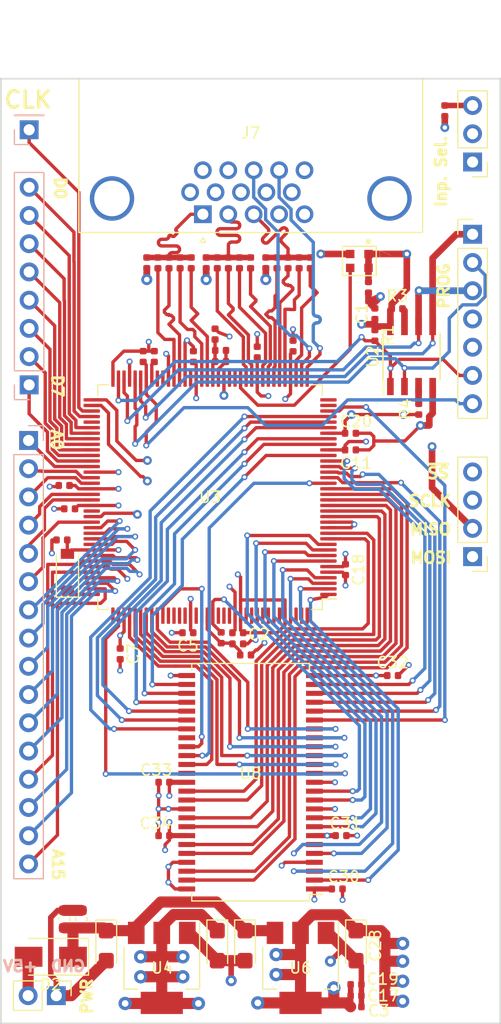
<source format=kicad_pcb>
(kicad_pcb (version 20171130) (host pcbnew 5.0.2+dfsg1-1)
  (layers (0 F.Cu signal) (1 In1.Cu signal hide) (2 In2.Cu signal hide) (3 In3.Cu signal) (4 In4.Cu signal hide) (31 B.Cu signal) (34 B.Paste user) (35 F.Paste user) (36 B.SilkS user) (37 F.SilkS user) (38 B.Mask user) (39 F.Mask user) (44 Edge.Cuts user))
  (net 0 "")
  (net 1 GND)
  (net 2 +3V3)
  (net 3 +1V2)
  (net 4 /FPGA/VCC_PLL_0)
  (net 5 /FPGA/GND_PLL_0)
  (net 6 /FPGA/VCC_PLL_1)
  (net 7 /FPGA/GND_PLL_1)
  (net 8 +5V)
  (net 9 "Net-(D1-Pad1)")
  (net 10 "Net-(D2-Pad2)")
  (net 11 /FPGA/iCE40_S0)
  (net 12 /FPGA/iCE40_SI)
  (net 13 /FPGA/iCE40_SCK)
  (net 14 /FPGA/iCE40_SS)
  (net 15 /FPGA/iCE40_CRESET)
  (net 16 /FPGA/CPU_CLK)
  (net 17 /FPGA/SPI_MOSI)
  (net 18 /FPGA/SPI_MISO)
  (net 19 /FPGA/SPI_SCLK)
  (net 20 /FPGA/SPI_~SS)
  (net 21 /VGA/RED_A)
  (net 22 /VGA/GREEN_A)
  (net 23 /VGA/BLUE_A)
  (net 24 "Net-(J7-Pad4)")
  (net 25 /VGA/KEY)
  (net 26 /VGA/ID0)
  (net 27 /VGA/VGA_SDA)
  (net 28 /FPGA/HSYNC)
  (net 29 /FPGA/VSYNC)
  (net 30 /VGA/VGA_SCL)
  (net 31 /FPGA/JP_BUS-SPI)
  (net 32 "Net-(JP1-Pad3)")
  (net 33 /FPGA/SER_HOLD)
  (net 34 /FPGA/SER_WP)
  (net 35 /FPGA/iCE40_CDONE)
  (net 36 /FPGA/R3)
  (net 37 /FPGA/G3)
  (net 38 /FPGA/B3)
  (net 39 /FPGA/R2)
  (net 40 /FPGA/G2)
  (net 41 /FPGA/B2)
  (net 42 /FPGA/R1)
  (net 43 /FPGA/G1)
  (net 44 /FPGA/B1)
  (net 45 /FPGA/R0)
  (net 46 /FPGA/G0)
  (net 47 /FPGA/B0)
  (net 48 /FPGA/CPU_A15)
  (net 49 /FPGA/CPU_A14)
  (net 50 /FPGA/CPU_A13)
  (net 51 /FPGA/CPU_A12)
  (net 52 /FPGA/CPU_A11)
  (net 53 /FPGA/CPU_A10)
  (net 54 /FPGA/CPU_A9)
  (net 55 /FPGA/CPU_A8)
  (net 56 /FPGA/CPU_A7)
  (net 57 /FPGA/CPU_A6)
  (net 58 /FPGA/CPU_A5)
  (net 59 /FPGA/CPU_A4)
  (net 60 /FPGA/CPU_A3)
  (net 61 /FPGA/CPU_A2)
  (net 62 /FPGA/CPU_A1)
  (net 63 /FPGA/CPU_A0)
  (net 64 /FPGA/CPU_D0)
  (net 65 /FPGA/CPU_D1)
  (net 66 /FPGA/CPU_D2)
  (net 67 /FPGA/CPU_D3)
  (net 68 /FPGA/CPU_D4)
  (net 69 /FPGA/CPU_D5)
  (net 70 /FPGA/CPU_D6)
  (net 71 /FPGA/CPU_D7)
  (net 72 "Net-(U3-Pad35)")
  (net 73 "Net-(U3-Pad36)")
  (net 74 /FPGA/CLK_49.5)
  (net 75 "Net-(U3-Pad50)")
  (net 76 "Net-(U3-Pad51)")
  (net 77 "Net-(U3-Pad58)")
  (net 78 "Net-(U3-Pad63)")
  (net 79 "Net-(U3-Pad64)")
  (net 80 /FPGA/RAM_D0)
  (net 81 /FPGA/RAM_D1)
  (net 82 /FPGA/RAM_D2)
  (net 83 /FPGA/RAM_D3)
  (net 84 "Net-(U3-Pad77)")
  (net 85 /FPGA/RAM_D4)
  (net 86 /FPGA/RAM_D5)
  (net 87 /FPGA/RAM_D6)
  (net 88 /FPGA/RAM_D7)
  (net 89 /FPGA/RAM_D8)
  (net 90 /FPGA/RAM_D9)
  (net 91 /FPGA/RAM_D10)
  (net 92 /FPGA/RAM_D11)
  (net 93 /FPGA/RAM_D12)
  (net 94 /FPGA/RAM_D13)
  (net 95 /FPGA/RAM_D14)
  (net 96 /FPGA/RAM_D15)
  (net 97 /FPGA/RAM_CLK)
  (net 98 /FPGA/RAM_A0)
  (net 99 /FPGA/RAM_A1)
  (net 100 /FPGA/RAM_A2)
  (net 101 /FPGA/RAM_A3)
  (net 102 /FPGA/RAM_A4)
  (net 103 /FPGA/RAM_A5)
  (net 104 /FPGA/RAM_A6)
  (net 105 /FPGA/RAM_A7)
  (net 106 /FPGA/RAM_A8)
  (net 107 /FPGA/RAM_A9)
  (net 108 /FPGA/RAM_A10)
  (net 109 "Net-(U3-Pad109)")
  (net 110 /FPGA/RAM_LDQM)
  (net 111 /FPGA/RAM_UDQM)
  (net 112 /FPGA/RAM_~CS)
  (net 113 /FPGA/RAM_~RAS)
  (net 114 /FPGA/RAM_~CAS)
  (net 115 /FPGA/RAM_~WE)
  (net 116 /FPGA/RAM_BA)
  (net 117 /FPGA/RAM_CKE)
  (net 118 "Net-(U3-Pad119)")
  (net 119 "Net-(U3-Pad120)")
  (net 120 "Net-(U3-Pad121)")
  (net 121 "Net-(U3-Pad122)")
  (net 122 "Net-(U3-Pad124)")
  (net 123 "Net-(U3-Pad125)")
  (net 124 "Net-(U3-Pad128)")
  (net 125 "Net-(U3-Pad129)")
  (net 126 "Net-(U3-Pad130)")
  (net 127 "Net-(U3-Pad133)")
  (net 128 "Net-(U3-Pad134)")
  (net 129 "Net-(U3-Pad135)")
  (net 130 "Net-(U3-Pad136)")
  (net 131 "Net-(U3-Pad137)")
  (net 132 "Net-(U3-Pad138)")
  (net 133 "Net-(U3-Pad139)")
  (net 134 "Net-(U3-Pad141)")
  (net 135 "Net-(U3-Pad142)")
  (net 136 "Net-(U3-Pad143)")
  (net 137 "Net-(U3-Pad144)")
  (net 138 "Net-(U8-Pad33)")
  (net 139 "Net-(U8-Pad37)")
  (net 140 "Net-(U3-Pad93)")
  (module Package_SO:TSOP-II-50_21.1x10.16mm_P0.8mm (layer F.Cu) (at 152.5 107.5 180)
    (fp_text reference U8 (at 0 0 180) (layer F.SilkS))
    (fp_text value W9816G6JH-6)
    (pad 1 smd rect (at -5.75 -10.4 180) (size 1.51 0.458) (layers F.Cu F.Paste F.Mask) (net 2 +3V3))
    (pad 2 smd rect (at -5.75 -9.6 180) (size 1.51 0.458) (layers F.Cu F.Paste F.Mask) (net 80 /FPGA/RAM_D0))
    (pad 3 smd rect (at -5.75 -8.8 180) (size 1.51 0.458) (layers F.Cu F.Paste F.Mask) (net 81 /FPGA/RAM_D1))
    (pad 4 smd rect (at -5.75 -8 180) (size 1.51 0.458) (layers F.Cu F.Paste F.Mask) (net 1 GND))
    (pad 5 smd rect (at -5.75 -7.2 180) (size 1.51 0.458) (layers F.Cu F.Paste F.Mask) (net 82 /FPGA/RAM_D2))
    (pad 6 smd rect (at -5.75 -6.4 180) (size 1.51 0.458) (layers F.Cu F.Paste F.Mask) (net 83 /FPGA/RAM_D3))
    (pad 7 smd rect (at -5.75 -5.6 180) (size 1.51 0.458) (layers F.Cu F.Paste F.Mask) (net 2 +3V3))
    (pad 8 smd rect (at -5.75 -4.8 180) (size 1.51 0.458) (layers F.Cu F.Paste F.Mask) (net 85 /FPGA/RAM_D4))
    (pad 9 smd rect (at -5.75 -4 180) (size 1.51 0.458) (layers F.Cu F.Paste F.Mask) (net 86 /FPGA/RAM_D5))
    (pad 10 smd rect (at -5.75 -3.2 180) (size 1.51 0.458) (layers F.Cu F.Paste F.Mask) (net 1 GND))
    (pad 11 smd rect (at -5.75 -2.4 180) (size 1.51 0.458) (layers F.Cu F.Paste F.Mask) (net 87 /FPGA/RAM_D6))
    (pad 12 smd rect (at -5.75 -1.6 180) (size 1.51 0.458) (layers F.Cu F.Paste F.Mask) (net 88 /FPGA/RAM_D7))
    (pad 13 smd rect (at -5.75 -0.8 180) (size 1.51 0.458) (layers F.Cu F.Paste F.Mask) (net 1 GND))
    (pad 14 smd rect (at -5.75 0 180) (size 1.51 0.458) (layers F.Cu F.Paste F.Mask) (net 110 /FPGA/RAM_LDQM))
    (pad 15 smd rect (at -5.75 0.8 180) (size 1.51 0.458) (layers F.Cu F.Paste F.Mask) (net 115 /FPGA/RAM_~WE))
    (pad 16 smd rect (at -5.75 1.6 180) (size 1.51 0.458) (layers F.Cu F.Paste F.Mask) (net 114 /FPGA/RAM_~CAS))
    (pad 17 smd rect (at -5.75 2.4 180) (size 1.51 0.458) (layers F.Cu F.Paste F.Mask) (net 113 /FPGA/RAM_~RAS))
    (pad 18 smd rect (at -5.75 3.2 180) (size 1.51 0.458) (layers F.Cu F.Paste F.Mask) (net 112 /FPGA/RAM_~CS))
    (pad 19 smd rect (at -5.75 4 180) (size 1.51 0.458) (layers F.Cu F.Paste F.Mask) (net 116 /FPGA/RAM_BA))
    (pad 20 smd rect (at -5.75 4.8 180) (size 1.51 0.458) (layers F.Cu F.Paste F.Mask) (net 108 /FPGA/RAM_A10))
    (pad 21 smd rect (at -5.75 5.6 180) (size 1.51 0.458) (layers F.Cu F.Paste F.Mask) (net 98 /FPGA/RAM_A0))
    (pad 22 smd rect (at -5.75 6.4 180) (size 1.51 0.458) (layers F.Cu F.Paste F.Mask) (net 99 /FPGA/RAM_A1))
    (pad 23 smd rect (at -5.75 7.2 180) (size 1.51 0.458) (layers F.Cu F.Paste F.Mask) (net 100 /FPGA/RAM_A2))
    (pad 24 smd rect (at -5.75 8 180) (size 1.51 0.458) (layers F.Cu F.Paste F.Mask) (net 101 /FPGA/RAM_A3))
    (pad 25 smd rect (at -5.75 8.8 180) (size 1.51 0.458) (layers F.Cu F.Paste F.Mask) (net 2 +3V3))
    (pad 26 smd rect (at 5.75 8.8 180) (size 1.51 0.458) (layers F.Cu F.Paste F.Mask) (net 1 GND))
    (pad 27 smd rect (at 5.75 8 180) (size 1.51 0.458) (layers F.Cu F.Paste F.Mask) (net 102 /FPGA/RAM_A4))
    (pad 28 smd rect (at 5.75 7.2 180) (size 1.51 0.458) (layers F.Cu F.Paste F.Mask) (net 103 /FPGA/RAM_A5))
    (pad 29 smd rect (at 5.75 6.4 180) (size 1.51 0.458) (layers F.Cu F.Paste F.Mask) (net 104 /FPGA/RAM_A6))
    (pad 30 smd rect (at 5.75 5.6 180) (size 1.51 0.458) (layers F.Cu F.Paste F.Mask) (net 105 /FPGA/RAM_A7))
    (pad 31 smd rect (at 5.75 4.8 180) (size 1.51 0.458) (layers F.Cu F.Paste F.Mask) (net 106 /FPGA/RAM_A8))
    (pad 32 smd rect (at 5.75 4 180) (size 1.51 0.458) (layers F.Cu F.Paste F.Mask) (net 107 /FPGA/RAM_A9))
    (pad 33 smd rect (at 5.75 3.2 180) (size 1.51 0.458) (layers F.Cu F.Paste F.Mask) (net 138 "Net-(U8-Pad33)"))
    (pad 34 smd rect (at 5.75 2.4 180) (size 1.51 0.458) (layers F.Cu F.Paste F.Mask) (net 117 /FPGA/RAM_CKE))
    (pad 35 smd rect (at 5.75 1.6 180) (size 1.51 0.458) (layers F.Cu F.Paste F.Mask) (net 97 /FPGA/RAM_CLK))
    (pad 36 smd rect (at 5.75 0.8 180) (size 1.51 0.458) (layers F.Cu F.Paste F.Mask) (net 111 /FPGA/RAM_UDQM))
    (pad 37 smd rect (at 5.75 0 180) (size 1.51 0.458) (layers F.Cu F.Paste F.Mask) (net 139 "Net-(U8-Pad37)"))
    (pad 38 smd rect (at 5.75 -0.8 180) (size 1.51 0.458) (layers F.Cu F.Paste F.Mask) (net 2 +3V3))
    (pad 39 smd rect (at 5.75 -1.6 180) (size 1.51 0.458) (layers F.Cu F.Paste F.Mask) (net 89 /FPGA/RAM_D8))
    (pad 40 smd rect (at 5.75 -2.4 180) (size 1.51 0.458) (layers F.Cu F.Paste F.Mask) (net 90 /FPGA/RAM_D9))
    (pad 41 smd rect (at 5.75 -3.2 180) (size 1.51 0.458) (layers F.Cu F.Paste F.Mask) (net 1 GND))
    (pad 42 smd rect (at 5.75 -4 180) (size 1.51 0.458) (layers F.Cu F.Paste F.Mask) (net 91 /FPGA/RAM_D10))
    (pad 43 smd rect (at 5.75 -4.8 180) (size 1.51 0.458) (layers F.Cu F.Paste F.Mask) (net 92 /FPGA/RAM_D11))
    (pad 44 smd rect (at 5.75 -5.6 180) (size 1.51 0.458) (layers F.Cu F.Paste F.Mask) (net 2 +3V3))
    (pad 45 smd rect (at 5.75 -6.4 180) (size 1.51 0.458) (layers F.Cu F.Paste F.Mask) (net 93 /FPGA/RAM_D12))
    (pad 46 smd rect (at 5.75 -7.2 180) (size 1.51 0.458) (layers F.Cu F.Paste F.Mask) (net 94 /FPGA/RAM_D13))
    (pad 47 smd rect (at 5.75 -8 180) (size 1.51 0.458) (layers F.Cu F.Paste F.Mask) (net 1 GND))
    (pad 48 smd rect (at 5.75 -8.8 180) (size 1.51 0.458) (layers F.Cu F.Paste F.Mask) (net 95 /FPGA/RAM_D14))
    (pad 49 smd rect (at 5.75 -9.6 180) (size 1.51 0.458) (layers F.Cu F.Paste F.Mask) (net 96 /FPGA/RAM_D15))
    (pad 50 smd rect (at 5.75 -10.4 180) (size 1.51 0.458) (layers F.Cu F.Paste F.Mask) (net 1 GND))
  )
  (module Capacitor_SMD:C_0402_1005Metric (layer F.Cu) (at 163.7 66.15 90)
    (fp_text reference C1 (at 0 -1.17 90) (layer F.SilkS))
    (fp_text value 0.1u)
    (pad 2 smd roundrect (at 0.485 0 90) (size 0.59 0.64) (layers F.Cu F.Paste F.Mask) (net 1 GND))
    (pad 1 smd roundrect (at -0.485 0 90) (size 0.59 0.64) (layers F.Cu F.Paste F.Mask) (net 2 +3V3))
  )
  (module Capacitor_SMD:C_0402_1005Metric (layer F.Cu) (at 151.35 94.85)
    (fp_text reference C2 (at 1.9 0.15) (layer F.SilkS))
    (fp_text value 0.1u)
    (pad 1 smd roundrect (at -0.485 0) (size 0.59 0.64) (layers F.Cu F.Paste F.Mask) (net 2 +3V3))
    (pad 2 smd roundrect (at 0.485 0) (size 0.59 0.64) (layers F.Cu F.Paste F.Mask) (net 1 GND))
  )
  (module Capacitor_SMD:C_0402_1005Metric (layer F.Cu) (at 162 128.5)
    (fp_text reference C3 (at 2.05 0.35) (layer F.SilkS))
    (fp_text value 0.01u)
    (pad 2 smd roundrect (at 0.485 0) (size 0.59 0.64) (layers F.Cu F.Paste F.Mask) (net 1 GND))
    (pad 1 smd roundrect (at -0.485 0) (size 0.59 0.64) (layers F.Cu F.Paste F.Mask) (net 3 +1V2))
  )
  (module Capacitor_SMD:C_0402_1005Metric (layer F.Cu) (at 149.8 69.45)
    (fp_text reference C4)
    (fp_text value 10u)
    (pad 1 smd roundrect (at -0.485 0) (size 0.59 0.64) (layers F.Cu F.Paste F.Mask) (net 4 /FPGA/VCC_PLL_0))
    (pad 2 smd roundrect (at 0.485 0) (size 0.59 0.64) (layers F.Cu F.Paste F.Mask) (net 5 /FPGA/GND_PLL_0))
  )
  (module Capacitor_SMD:C_0402_1005Metric (layer F.Cu) (at 146.85 94.85 180)
    (fp_text reference C5 (at 0 -1.17 180) (layer F.SilkS))
    (fp_text value 0.1u)
    (pad 1 smd roundrect (at -0.485 0 180) (size 0.59 0.64) (layers F.Cu F.Paste F.Mask) (net 2 +3V3))
    (pad 2 smd roundrect (at 0.485 0 180) (size 0.59 0.64) (layers F.Cu F.Paste F.Mask) (net 1 GND))
  )
  (module Capacitor_SMD:C_0402_1005Metric (layer F.Cu) (at 149.8 70.45)
    (fp_text reference C6)
    (fp_text value 0.1u)
    (pad 1 smd roundrect (at -0.485 0) (size 0.59 0.64) (layers F.Cu F.Paste F.Mask) (net 4 /FPGA/VCC_PLL_0))
    (pad 2 smd roundrect (at 0.485 0) (size 0.59 0.64) (layers F.Cu F.Paste F.Mask) (net 5 /FPGA/GND_PLL_0))
  )
  (module Capacitor_SMD:C_0402_1005Metric (layer F.Cu) (at 140.75 96.75 270)
    (fp_text reference C7 (at 0 -1.17 270) (layer F.SilkS))
    (fp_text value 0.1u)
    (pad 2 smd roundrect (at 0.485 0 270) (size 0.59 0.64) (layers F.Cu F.Paste F.Mask) (net 1 GND))
    (pad 1 smd roundrect (at -0.485 0 270) (size 0.59 0.64) (layers F.Cu F.Paste F.Mask) (net 3 +1V2))
  )
  (module Capacitor_SMD:C_0402_1005Metric (layer F.Cu) (at 135.5 86.5 180)
    (fp_text reference C8)
    (fp_text value 0.1u)
    (pad 2 smd roundrect (at 0.485 0 180) (size 0.59 0.64) (layers F.Cu F.Paste F.Mask) (net 1 GND))
    (pad 1 smd roundrect (at -0.485 0 180) (size 0.59 0.64) (layers F.Cu F.Paste F.Mask) (net 2 +3V3))
  )
  (module Capacitor_SMD:C_0402_1005Metric (layer F.Cu) (at 136.2 83.7 180)
    (fp_text reference C9)
    (fp_text value 0.1u)
    (pad 1 smd roundrect (at -0.485 0 180) (size 0.59 0.64) (layers F.Cu F.Paste F.Mask) (net 3 +1V2))
    (pad 2 smd roundrect (at 0.485 0 180) (size 0.59 0.64) (layers F.Cu F.Paste F.Mask) (net 1 GND))
  )
  (module Capacitor_SMD:C_0402_1005Metric (layer F.Cu) (at 135.7 81.6 180)
    (fp_text reference C10)
    (fp_text value 0.1u)
    (pad 1 smd roundrect (at -0.485 0 180) (size 0.59 0.64) (layers F.Cu F.Paste F.Mask) (net 2 +3V3))
    (pad 2 smd roundrect (at 0.485 0 180) (size 0.59 0.64) (layers F.Cu F.Paste F.Mask) (net 1 GND))
  )
  (module Capacitor_SMD:C_0402_1005Metric (layer F.Cu) (at 161.5 78.4)
    (fp_text reference C11 (at 0.504949 1.202082) (layer F.SilkS))
    (fp_text value 0.1u)
    (pad 2 smd roundrect (at 0.485 0) (size 0.59 0.64) (layers F.Cu F.Paste F.Mask) (net 1 GND))
    (pad 1 smd roundrect (at -0.485 0) (size 0.59 0.64) (layers F.Cu F.Paste F.Mask) (net 3 +1V2))
  )
  (module Capacitor_SMD:C_0402_1005Metric (layer F.Cu) (at 156.325 69.05 90)
    (fp_text reference C12)
    (fp_text value 0.1u)
    (pad 1 smd roundrect (at -0.485 0 90) (size 0.59 0.64) (layers F.Cu F.Paste F.Mask) (net 3 +1V2))
    (pad 2 smd roundrect (at 0.485 0 90) (size 0.59 0.64) (layers F.Cu F.Paste F.Mask) (net 1 GND))
  )
  (module Capacitor_SMD:C_0402_1005Metric (layer F.Cu) (at 147.35 70 90)
    (fp_text reference C13)
    (fp_text value 0.1u)
    (pad 2 smd roundrect (at 0.485 0 90) (size 0.59 0.64) (layers F.Cu F.Paste F.Mask) (net 1 GND))
    (pad 1 smd roundrect (at -0.485 0 90) (size 0.59 0.64) (layers F.Cu F.Paste F.Mask) (net 2 +3V3))
  )
  (module Capacitor_SMD:C_0402_1005Metric (layer F.Cu) (at 151.35 95.85)
    (fp_text reference C14)
    (fp_text value 10u)
    (pad 1 smd roundrect (at -0.485 0) (size 0.59 0.64) (layers F.Cu F.Paste F.Mask) (net 6 /FPGA/VCC_PLL_1))
    (pad 2 smd roundrect (at 0.485 0) (size 0.59 0.64) (layers F.Cu F.Paste F.Mask) (net 7 /FPGA/GND_PLL_1))
  )
  (module Capacitor_SMD:C_0402_1005Metric (layer F.Cu) (at 153.1 69.6 90)
    (fp_text reference C15)
    (fp_text value 0.1u)
    (pad 1 smd roundrect (at -0.485 0 90) (size 0.59 0.64) (layers F.Cu F.Paste F.Mask) (net 2 +3V3))
    (pad 2 smd roundrect (at 0.485 0 90) (size 0.59 0.64) (layers F.Cu F.Paste F.Mask) (net 1 GND))
  )
  (module Capacitor_SMD:C_0402_1005Metric (layer F.Cu) (at 149.85 95.3 90)
    (fp_text reference C16)
    (fp_text value 0.1u)
    (pad 2 smd roundrect (at 0.485 0 90) (size 0.59 0.64) (layers F.Cu F.Paste F.Mask) (net 7 /FPGA/GND_PLL_1))
    (pad 1 smd roundrect (at -0.485 0 90) (size 0.59 0.64) (layers F.Cu F.Paste F.Mask) (net 6 /FPGA/VCC_PLL_1))
  )
  (module Capacitor_SMD:C_0402_1005Metric (layer F.Cu) (at 162 127.5)
    (fp_text reference C17 (at 2.45 0) (layer F.SilkS))
    (fp_text value 1u)
    (pad 1 smd roundrect (at -0.485 0) (size 0.59 0.64) (layers F.Cu F.Paste F.Mask) (net 3 +1V2))
    (pad 2 smd roundrect (at 0.485 0) (size 0.59 0.64) (layers F.Cu F.Paste F.Mask) (net 1 GND))
  )
  (module Capacitor_SMD:C_0402_1005Metric (layer F.Cu) (at 161.05 89.175 270)
    (fp_text reference C18 (at 0 -1.17 270) (layer F.SilkS))
    (fp_text value 0.1u)
    (pad 2 smd roundrect (at 0.485 0 270) (size 0.59 0.64) (layers F.Cu F.Paste F.Mask) (net 1 GND))
    (pad 1 smd roundrect (at -0.485 0 270) (size 0.59 0.64) (layers F.Cu F.Paste F.Mask) (net 2 +3V3))
  )
  (module Capacitor_SMD:C_0402_1005Metric (layer F.Cu) (at 162 126.5)
    (fp_text reference C19 (at 2.4 -0.5) (layer F.SilkS))
    (fp_text value 10u)
    (pad 2 smd roundrect (at 0.485 0) (size 0.59 0.64) (layers F.Cu F.Paste F.Mask) (net 1 GND))
    (pad 1 smd roundrect (at -0.485 0) (size 0.59 0.64) (layers F.Cu F.Paste F.Mask) (net 3 +1V2))
  )
  (module Capacitor_SMD:C_0402_1005Metric (layer F.Cu) (at 161.5 76.9)
    (fp_text reference C20 (at 0.504949 -1.06066) (layer F.SilkS))
    (fp_text value 0.1u)
    (pad 1 smd roundrect (at -0.485 0) (size 0.59 0.64) (layers F.Cu F.Paste F.Mask) (net 2 +3V3))
    (pad 2 smd roundrect (at 0.485 0) (size 0.59 0.64) (layers F.Cu F.Paste F.Mask) (net 1 GND))
  )
  (module Capacitor_SMD:C_0603_1608Metric (layer F.Cu) (at 137.26 120.615 90)
    (fp_text reference C21 hide)
    (fp_text value 100u hide)
    (pad 2 smd roundrect (at 0.7875 0 90) (size 0.875 0.95) (layers F.Cu F.Paste F.Mask) (net 1 GND))
    (pad 1 smd roundrect (at -0.7875 0 90) (size 0.875 0.95) (layers F.Cu F.Paste F.Mask) (net 8 +5V))
  )
  (module Capacitor_SMD:C_0603_1608Metric (layer F.Cu) (at 135.71 120.615 90)
    (fp_text reference C22 hide)
    (fp_text value 10u hide)
    (pad 1 smd roundrect (at -0.7875 0 90) (size 0.875 0.95) (layers F.Cu F.Paste F.Mask) (net 8 +5V))
    (pad 2 smd roundrect (at 0.7875 0 90) (size 0.875 0.95) (layers F.Cu F.Paste F.Mask) (net 1 GND))
  )
  (module Capacitor_Tantalum_SMD:CP_EIA-3216-10_Kemet-I (layer F.Cu) (at 139.5 123 270)
    (fp_text reference C23 hide)
    (fp_text value 10uF)
    (pad 1 smd roundrect (at -1.35 0 270) (size 1.4 1.35) (layers F.Cu F.Paste F.Mask) (roundrect_rratio 0.185185) (net 8 +5V))
    (pad 2 smd roundrect (at 1.35 0 270) (size 1.4 1.35) (layers F.Cu F.Paste F.Mask) (roundrect_rratio 0.185185) (net 1 GND))
  )
  (module Capacitor_Tantalum_SMD:CP_EIA-3216-10_Kemet-I (layer F.Cu) (at 149.5 123 270)
    (fp_text reference C24 hide)
    (fp_text value 22uF hide)
    (pad 2 smd roundrect (at 1.35 0 270) (size 1.4 1.35) (layers F.Cu F.Paste F.Mask) (roundrect_rratio 0.185185) (net 1 GND))
    (pad 1 smd roundrect (at -1.35 0 270) (size 1.4 1.35) (layers F.Cu F.Paste F.Mask) (roundrect_rratio 0.185185) (net 2 +3V3))
  )
  (module Capacitor_Tantalum_SMD:CP_EIA-3216-10_Kemet-I (layer F.Cu) (at 152 123 270)
    (fp_text reference C27 hide)
    (fp_text value 10uF)
    (pad 1 smd roundrect (at -1.35 0 270) (size 1.4 1.35) (layers F.Cu F.Paste F.Mask) (roundrect_rratio 0.185185) (net 8 +5V))
    (pad 2 smd roundrect (at 1.35 0 270) (size 1.4 1.35) (layers F.Cu F.Paste F.Mask) (roundrect_rratio 0.185185) (net 1 GND))
  )
  (module Capacitor_Tantalum_SMD:CP_EIA-3216-10_Kemet-I (layer F.Cu) (at 162 123 270)
    (fp_text reference C28 (at 0 -1.75 270) (layer F.SilkS))
    (fp_text value 22uF hide)
    (pad 2 smd roundrect (at 1.35 0 270) (size 1.4 1.35) (layers F.Cu F.Paste F.Mask) (roundrect_rratio 0.185185) (net 1 GND))
    (pad 1 smd roundrect (at -1.35 0 270) (size 1.4 1.35) (layers F.Cu F.Paste F.Mask) (roundrect_rratio 0.185185) (net 3 +1V2))
  )
  (module Capacitor_SMD:C_0402_1005Metric (layer F.Cu) (at 163.12 63.775 270)
    (fp_text reference C29 hide)
    (fp_text value 0.01u)
    (pad 2 smd roundrect (at 0.485 0 270) (size 0.59 0.64) (layers F.Cu F.Paste F.Mask) (net 1 GND))
    (pad 1 smd roundrect (at -0.485 0 270) (size 0.59 0.64) (layers F.Cu F.Paste F.Mask) (net 2 +3V3))
  )
  (module Capacitor_SMD:C_0402_1005Metric (layer F.Cu) (at 160.3 117.9)
    (fp_text reference C30 (at 0.585 -1.1) (layer F.SilkS))
    (fp_text value 0.1u)
    (pad 2 smd roundrect (at 0.485 0) (size 0.59 0.64) (layers F.Cu F.Paste F.Mask) (net 1 GND))
    (pad 1 smd roundrect (at -0.485 0) (size 0.59 0.64) (layers F.Cu F.Paste F.Mask) (net 2 +3V3))
  )
  (module Capacitor_SMD:C_0402_1005Metric (layer F.Cu) (at 160.65 113.1)
    (fp_text reference C31 (at 0.4 -1.1) (layer F.SilkS))
    (fp_text value 0.1u)
    (pad 1 smd roundrect (at -0.485 0) (size 0.59 0.64) (layers F.Cu F.Paste F.Mask) (net 2 +3V3))
    (pad 2 smd roundrect (at 0.485 0) (size 0.59 0.64) (layers F.Cu F.Paste F.Mask) (net 1 GND))
  )
  (module Capacitor_SMD:C_0402_1005Metric (layer F.Cu) (at 165.3 98.7)
    (fp_text reference C32 (at 0 -1.17) (layer F.SilkS))
    (fp_text value 0.1u)
    (pad 2 smd roundrect (at 0.485 0) (size 0.59 0.64) (layers F.Cu F.Paste F.Mask) (net 1 GND))
    (pad 1 smd roundrect (at -0.485 0) (size 0.59 0.64) (layers F.Cu F.Paste F.Mask) (net 2 +3V3))
  )
  (module Capacitor_SMD:C_0402_1005Metric (layer F.Cu) (at 144.7 108.3 180)
    (fp_text reference C33 (at 0.7 1.1 180) (layer F.SilkS))
    (fp_text value 0.1u)
    (pad 1 smd roundrect (at -0.485 0 180) (size 0.59 0.64) (layers F.Cu F.Paste F.Mask) (net 2 +3V3))
    (pad 2 smd roundrect (at 0.485 0 180) (size 0.59 0.64) (layers F.Cu F.Paste F.Mask) (net 1 GND))
  )
  (module Capacitor_SMD:C_0402_1005Metric (layer F.Cu) (at 144.7 113.1 180)
    (fp_text reference C34 (at 0.75 1.1 180) (layer F.SilkS))
    (fp_text value 0.1u)
    (pad 2 smd roundrect (at 0.485 0 180) (size 0.59 0.64) (layers F.Cu F.Paste F.Mask) (net 1 GND))
    (pad 1 smd roundrect (at -0.485 0 180) (size 0.59 0.64) (layers F.Cu F.Paste F.Mask) (net 2 +3V3))
  )
  (module Diode_SMD:D_SOD-123 (layer F.Cu) (at 136 89.4 90)
    (fp_text reference D1)
    (fp_text value B5819W)
    (pad 1 smd rect (at -1.65 0 90) (size 0.9 1.2) (layers F.Cu F.Paste F.Mask) (net 9 "Net-(D1-Pad1)"))
    (pad 2 smd rect (at 1.65 0 90) (size 0.9 1.2) (layers F.Cu F.Paste F.Mask) (net 2 +3V3))
  )
  (module Diode_SMD:D_SMA (layer F.Cu) (at 134.5 124 180)
    (fp_text reference D2 (at 0 -2.5 180) (layer F.SilkS))
    (fp_text value M7)
    (pad 1 smd rect (at -2 0 180) (size 2.5 1.8) (layers F.Cu F.Paste F.Mask) (net 8 +5V))
    (pad 2 smd rect (at 2 0 180) (size 2.5 1.8) (layers F.Cu F.Paste F.Mask) (net 10 "Net-(D2-Pad2)"))
  )
  (module Connector_PinHeader_2.54mm:PinHeader_1x07_P2.54mm_Vertical (layer F.Cu) (at 172.5 59)
    (fp_text reference J1)
    (fp_text value JFAG)
    (pad 1 thru_hole rect (at 0 0) (size 1.7 1.7) (drill 1) (layers *.Cu *.Mask) (net 11 /FPGA/iCE40_S0))
    (pad 2 thru_hole oval (at 0 2.54) (size 1.7 1.7) (drill 1) (layers *.Cu *.Mask) (net 12 /FPGA/iCE40_SI))
    (pad 3 thru_hole oval (at 0 5.08) (size 1.7 1.7) (drill 1) (layers *.Cu *.Mask) (net 13 /FPGA/iCE40_SCK))
    (pad 4 thru_hole oval (at 0 7.62) (size 1.7 1.7) (drill 1) (layers *.Cu *.Mask) (net 1 GND))
    (pad 5 thru_hole oval (at 0 10.16) (size 1.7 1.7) (drill 1) (layers *.Cu *.Mask) (net 2 +3V3))
    (pad 6 thru_hole oval (at 0 12.7) (size 1.7 1.7) (drill 1) (layers *.Cu *.Mask) (net 14 /FPGA/iCE40_SS))
    (pad 7 thru_hole oval (at 0 15.24) (size 1.7 1.7) (drill 1) (layers *.Cu *.Mask) (net 15 /FPGA/iCE40_CRESET))
  )
  (module Connector_PinHeader_2.54mm:PinHeader_1x02_P2.54mm_Vertical (layer F.Cu) (at 135 127.5 270)
    (fp_text reference J2)
    (fp_text value Power)
    (pad 1 thru_hole rect (at 0 0 270) (size 1.7 1.7) (drill 1) (layers *.Cu *.Mask) (net 1 GND))
    (pad 2 thru_hole oval (at 0 2.54 270) (size 1.7 1.7) (drill 1) (layers *.Cu *.Mask) (net 10 "Net-(D2-Pad2)"))
  )
  (module Connector_PinHeader_2.54mm:PinHeader_1x16_P2.54mm_Vertical (layer B.Cu) (at 132.5 77.55 180)
    (fp_text reference J3)
    (fp_text value "CPU ADDR")
    (pad 1 thru_hole rect (at 0 0 180) (size 1.7 1.7) (drill 1) (layers *.Cu *.Mask) (net 63 /FPGA/CPU_A0))
    (pad 2 thru_hole oval (at 0 -2.54 180) (size 1.7 1.7) (drill 1) (layers *.Cu *.Mask) (net 62 /FPGA/CPU_A1))
    (pad 3 thru_hole oval (at 0 -5.08 180) (size 1.7 1.7) (drill 1) (layers *.Cu *.Mask) (net 61 /FPGA/CPU_A2))
    (pad 4 thru_hole oval (at 0 -7.62 180) (size 1.7 1.7) (drill 1) (layers *.Cu *.Mask) (net 60 /FPGA/CPU_A3))
    (pad 5 thru_hole oval (at 0 -10.16 180) (size 1.7 1.7) (drill 1) (layers *.Cu *.Mask) (net 59 /FPGA/CPU_A4))
    (pad 6 thru_hole oval (at 0 -12.7 180) (size 1.7 1.7) (drill 1) (layers *.Cu *.Mask) (net 58 /FPGA/CPU_A5))
    (pad 7 thru_hole oval (at 0 -15.24 180) (size 1.7 1.7) (drill 1) (layers *.Cu *.Mask) (net 57 /FPGA/CPU_A6))
    (pad 8 thru_hole oval (at 0 -17.78 180) (size 1.7 1.7) (drill 1) (layers *.Cu *.Mask) (net 56 /FPGA/CPU_A7))
    (pad 9 thru_hole oval (at 0 -20.32 180) (size 1.7 1.7) (drill 1) (layers *.Cu *.Mask) (net 55 /FPGA/CPU_A8))
    (pad 10 thru_hole oval (at 0 -22.86 180) (size 1.7 1.7) (drill 1) (layers *.Cu *.Mask) (net 54 /FPGA/CPU_A9))
    (pad 11 thru_hole oval (at 0 -25.4 180) (size 1.7 1.7) (drill 1) (layers *.Cu *.Mask) (net 53 /FPGA/CPU_A10))
    (pad 12 thru_hole oval (at 0 -27.94 180) (size 1.7 1.7) (drill 1) (layers *.Cu *.Mask) (net 52 /FPGA/CPU_A11))
    (pad 13 thru_hole oval (at 0 -30.48 180) (size 1.7 1.7) (drill 1) (layers *.Cu *.Mask) (net 51 /FPGA/CPU_A12))
    (pad 14 thru_hole oval (at 0 -33.02 180) (size 1.7 1.7) (drill 1) (layers *.Cu *.Mask) (net 50 /FPGA/CPU_A13))
    (pad 15 thru_hole oval (at 0 -35.56 180) (size 1.7 1.7) (drill 1) (layers *.Cu *.Mask) (net 49 /FPGA/CPU_A14))
    (pad 16 thru_hole oval (at 0 -38.1 180) (size 1.7 1.7) (drill 1) (layers *.Cu *.Mask) (net 48 /FPGA/CPU_A15))
  )
  (module Connector_PinHeader_2.54mm:PinHeader_1x08_P2.54mm_Vertical (layer B.Cu) (at 132.55 72.55)
    (fp_text reference J4)
    (fp_text value "CPU DATA")
    (pad 1 thru_hole rect (at 0 0) (size 1.7 1.7) (drill 1) (layers *.Cu *.Mask) (net 71 /FPGA/CPU_D7))
    (pad 2 thru_hole oval (at 0 -2.54) (size 1.7 1.7) (drill 1) (layers *.Cu *.Mask) (net 70 /FPGA/CPU_D6))
    (pad 3 thru_hole oval (at 0 -5.08) (size 1.7 1.7) (drill 1) (layers *.Cu *.Mask) (net 69 /FPGA/CPU_D5))
    (pad 4 thru_hole oval (at 0 -7.62) (size 1.7 1.7) (drill 1) (layers *.Cu *.Mask) (net 68 /FPGA/CPU_D4))
    (pad 5 thru_hole oval (at 0 -10.16) (size 1.7 1.7) (drill 1) (layers *.Cu *.Mask) (net 67 /FPGA/CPU_D3))
    (pad 6 thru_hole oval (at 0 -12.7) (size 1.7 1.7) (drill 1) (layers *.Cu *.Mask) (net 66 /FPGA/CPU_D2))
    (pad 7 thru_hole oval (at 0 -15.24) (size 1.7 1.7) (drill 1) (layers *.Cu *.Mask) (net 65 /FPGA/CPU_D1))
    (pad 8 thru_hole oval (at 0 -17.78) (size 1.7 1.7) (drill 1) (layers *.Cu *.Mask) (net 64 /FPGA/CPU_D0))
  )
  (module Connector_PinHeader_2.54mm:PinHeader_1x01_P2.54mm_Vertical (layer B.Cu) (at 132.55 49.6)
    (fp_text reference J5)
    (fp_text value "CPU Clock")
    (pad 1 thru_hole rect (at 0 0) (size 1.7 1.7) (drill 1) (layers *.Cu *.Mask) (net 16 /FPGA/CPU_CLK))
  )
  (module Connector_PinHeader_2.54mm:PinHeader_1x04_P2.54mm_Vertical (layer F.Cu) (at 172.5 88 180)
    (fp_text reference J6)
    (fp_text value SPI)
    (pad 1 thru_hole rect (at 0 0 180) (size 1.7 1.7) (drill 1) (layers *.Cu *.Mask) (net 17 /FPGA/SPI_MOSI))
    (pad 2 thru_hole oval (at 0 2.54 180) (size 1.7 1.7) (drill 1) (layers *.Cu *.Mask) (net 18 /FPGA/SPI_MISO))
    (pad 3 thru_hole oval (at 0 5.08 180) (size 1.7 1.7) (drill 1) (layers *.Cu *.Mask) (net 19 /FPGA/SPI_SCLK))
    (pad 4 thru_hole oval (at 0 7.62 180) (size 1.7 1.7) (drill 1) (layers *.Cu *.Mask) (net 20 /FPGA/SPI_~SS))
  )
  (module Connector_Dsub:DSUB-15-HD_Female_Horizontal_P2.29x1.98mm_EdgePinOffset8.35mm_Housed_MountingHolesOffset10.89mm (layer F.Cu) (at 148.2 57.2 180)
    (fp_text reference J7 (at -4.315 7.33 180) (layer F.SilkS))
    (fp_text value "VGA Out")
    (pad 1 thru_hole rect (at 0 0 180) (size 1.6 1.6) (drill 1) (layers *.Cu *.Mask) (net 21 /VGA/RED_A))
    (pad 2 thru_hole circle (at -2.29 0 180) (size 1.6 1.6) (drill 1) (layers *.Cu *.Mask) (net 22 /VGA/GREEN_A))
    (pad 3 thru_hole circle (at -4.58 0 180) (size 1.6 1.6) (drill 1) (layers *.Cu *.Mask) (net 23 /VGA/BLUE_A))
    (pad 4 thru_hole circle (at -6.87 0 180) (size 1.6 1.6) (drill 1) (layers *.Cu *.Mask) (net 24 "Net-(J7-Pad4)"))
    (pad 5 thru_hole circle (at -9.16 0 180) (size 1.6 1.6) (drill 1) (layers *.Cu *.Mask) (net 1 GND))
    (pad 6 thru_hole circle (at 1.145 1.98 180) (size 1.6 1.6) (drill 1) (layers *.Cu *.Mask) (net 1 GND))
    (pad 7 thru_hole circle (at -1.145 1.98 180) (size 1.6 1.6) (drill 1) (layers *.Cu *.Mask) (net 1 GND))
    (pad 8 thru_hole circle (at -3.435 1.98 180) (size 1.6 1.6) (drill 1) (layers *.Cu *.Mask) (net 1 GND))
    (pad 9 thru_hole circle (at -5.725 1.98 180) (size 1.6 1.6) (drill 1) (layers *.Cu *.Mask) (net 25 /VGA/KEY))
    (pad 10 thru_hole circle (at -8.015 1.98 180) (size 1.6 1.6) (drill 1) (layers *.Cu *.Mask) (net 1 GND))
    (pad 11 thru_hole circle (at 0 3.96 180) (size 1.6 1.6) (drill 1) (layers *.Cu *.Mask) (net 26 /VGA/ID0))
    (pad 12 thru_hole circle (at -2.29 3.96 180) (size 1.6 1.6) (drill 1) (layers *.Cu *.Mask) (net 27 /VGA/VGA_SDA))
    (pad 13 thru_hole circle (at -4.58 3.96 180) (size 1.6 1.6) (drill 1) (layers *.Cu *.Mask) (net 28 /FPGA/HSYNC))
    (pad 14 thru_hole circle (at -6.87 3.96 180) (size 1.6 1.6) (drill 1) (layers *.Cu *.Mask) (net 29 /FPGA/VSYNC))
    (pad 15 thru_hole circle (at -9.16 3.96 180) (size 1.6 1.6) (drill 1) (layers *.Cu *.Mask) (net 30 /VGA/VGA_SCL))
    (pad 0 thru_hole circle (at -16.815 1.42 180) (size 4 4) (drill 3.2) (layers *.Cu *.Mask))
    (pad 0 thru_hole circle (at 8.185 1.42 180) (size 4 4) (drill 3.2) (layers *.Cu *.Mask))
  )
  (module Connector_PinHeader_2.54mm:PinHeader_1x03_P2.54mm_Vertical (layer F.Cu) (at 172.5 52.5 180)
    (fp_text reference JP1)
    (fp_text value BUS/SPI)
    (pad 1 thru_hole rect (at 0 0 180) (size 1.7 1.7) (drill 1) (layers *.Cu *.Mask) (net 1 GND))
    (pad 2 thru_hole oval (at 0 2.54 180) (size 1.7 1.7) (drill 1) (layers *.Cu *.Mask) (net 31 /FPGA/JP_BUS-SPI))
    (pad 3 thru_hole oval (at 0 5.08 180) (size 1.7 1.7) (drill 1) (layers *.Cu *.Mask) (net 32 "Net-(JP1-Pad3)"))
  )
  (module Resistor_SMD:R_0402_1005Metric (layer F.Cu) (at 163.7 68.1 270)
    (fp_text reference R1 (at 0 -1.17 270) (layer F.SilkS))
    (fp_text value 10k)
    (pad 2 smd roundrect (at 0.485 0 270) (size 0.59 0.64) (layers F.Cu F.Paste F.Mask) (net 14 /FPGA/iCE40_SS))
    (pad 1 smd roundrect (at -0.485 0 270) (size 0.59 0.64) (layers F.Cu F.Paste F.Mask) (net 2 +3V3))
  )
  (module Resistor_SMD:R_0402_1005Metric (layer F.Cu) (at 142.825 70 270)
    (fp_text reference R2 hide)
    (fp_text value 4.7k)
    (pad 1 smd roundrect (at -0.485 0 270) (size 0.59 0.64) (layers F.Cu F.Paste F.Mask) (net 2 +3V3))
    (pad 2 smd roundrect (at 0.485 0 270) (size 0.59 0.64) (layers F.Cu F.Paste F.Mask) (net 15 /FPGA/iCE40_CRESET))
  )
  (module Resistor_SMD:R_0402_1005Metric (layer F.Cu) (at 165.7 65.7)
    (fp_text reference R3 (at 0 -1.17) (layer F.SilkS))
    (fp_text value 10k)
    (pad 2 smd roundrect (at 0.485 0) (size 0.59 0.64) (layers F.Cu F.Paste F.Mask) (net 33 /FPGA/SER_HOLD))
    (pad 1 smd roundrect (at -0.485 0) (size 0.59 0.64) (layers F.Cu F.Paste F.Mask) (net 2 +3V3))
  )
  (module Resistor_SMD:R_0402_1005Metric (layer F.Cu) (at 167.65 74.735 90)
    (fp_text reference R4 (at 0 -1.17 90) (layer F.SilkS))
    (fp_text value 10k)
    (pad 1 smd roundrect (at -0.485 0 90) (size 0.59 0.64) (layers F.Cu F.Paste F.Mask) (net 2 +3V3))
    (pad 2 smd roundrect (at 0.485 0 90) (size 0.59 0.64) (layers F.Cu F.Paste F.Mask) (net 34 /FPGA/SER_WP))
  )
  (module Resistor_SMD:R_0402_1005Metric (layer F.Cu) (at 143.825 70 270)
    (fp_text reference R5 hide)
    (fp_text value 4.7k)
    (pad 2 smd roundrect (at 0.485 0 270) (size 0.59 0.64) (layers F.Cu F.Paste F.Mask) (net 35 /FPGA/iCE40_CDONE))
    (pad 1 smd roundrect (at -0.485 0 270) (size 0.59 0.64) (layers F.Cu F.Paste F.Mask) (net 2 +3V3))
  )
  (module Resistor_SMD:R_0402_1005Metric (layer F.Cu) (at 149.3 67.985 90)
    (fp_text reference R6)
    (fp_text value 100)
    (pad 1 smd roundrect (at -0.485 0 90) (size 0.59 0.64) (layers F.Cu F.Paste F.Mask) (net 4 /FPGA/VCC_PLL_0))
    (pad 2 smd roundrect (at 0.485 0 90) (size 0.59 0.64) (layers F.Cu F.Paste F.Mask) (net 3 +1V2))
  )
  (module Resistor_SMD:R_0402_1005Metric (layer F.Cu) (at 152.05 96.85)
    (fp_text reference R7)
    (fp_text value 100)
    (pad 1 smd roundrect (at -0.485 0) (size 0.59 0.64) (layers F.Cu F.Paste F.Mask) (net 6 /FPGA/VCC_PLL_1))
    (pad 2 smd roundrect (at 0.485 0) (size 0.59 0.64) (layers F.Cu F.Paste F.Mask) (net 3 +1V2))
  )
  (module Resistor_SMD:R_0402_1005Metric (layer F.Cu) (at 170 47.9 90)
    (fp_text reference R8)
    (fp_text value 10k)
    (pad 2 smd roundrect (at 0.485 0 90) (size 0.59 0.64) (layers F.Cu F.Paste F.Mask) (net 32 "Net-(JP1-Pad3)"))
    (pad 1 smd roundrect (at -0.485 0 90) (size 0.59 0.64) (layers F.Cu F.Paste F.Mask) (net 2 +3V3))
  )
  (module Resistor_SMD:R_0402_1005Metric (layer F.Cu) (at 144.15 61.575 270)
    (fp_text reference R9 hide)
    (fp_text value 330 hide)
    (pad 2 smd roundrect (at 0.485 0 270) (size 0.59 0.64) (layers F.Cu F.Paste F.Mask) (net 36 /FPGA/R3))
    (pad 1 smd roundrect (at -0.485 0 270) (size 0.59 0.64) (layers F.Cu F.Paste F.Mask) (net 21 /VGA/RED_A))
  )
  (module Resistor_SMD:R_0402_1005Metric (layer F.Cu) (at 149.5 61.575 270)
    (fp_text reference R10 hide)
    (fp_text value 330 hide)
    (pad 2 smd roundrect (at 0.485 0 270) (size 0.59 0.64) (layers F.Cu F.Paste F.Mask) (net 37 /FPGA/G3))
    (pad 1 smd roundrect (at -0.485 0 270) (size 0.59 0.64) (layers F.Cu F.Paste F.Mask) (net 22 /VGA/GREEN_A))
  )
  (module Resistor_SMD:R_0402_1005Metric (layer F.Cu) (at 154.875 61.575 270)
    (fp_text reference R11 hide)
    (fp_text value 330 hide)
    (pad 1 smd roundrect (at -0.485 0 270) (size 0.59 0.64) (layers F.Cu F.Paste F.Mask) (net 23 /VGA/BLUE_A))
    (pad 2 smd roundrect (at 0.485 0 270) (size 0.59 0.64) (layers F.Cu F.Paste F.Mask) (net 38 /FPGA/B3))
  )
  (module Resistor_SMD:R_0402_1005Metric (layer F.Cu) (at 145.15 61.575 270)
    (fp_text reference R12 hide)
    (fp_text value 680 hide)
    (pad 1 smd roundrect (at -0.485 0 270) (size 0.59 0.64) (layers F.Cu F.Paste F.Mask) (net 21 /VGA/RED_A))
    (pad 2 smd roundrect (at 0.485 0 270) (size 0.59 0.64) (layers F.Cu F.Paste F.Mask) (net 39 /FPGA/R2))
  )
  (module Resistor_SMD:R_0402_1005Metric (layer F.Cu) (at 150.5 61.575 270)
    (fp_text reference R13 hide)
    (fp_text value 680 hide)
    (pad 1 smd roundrect (at -0.485 0 270) (size 0.59 0.64) (layers F.Cu F.Paste F.Mask) (net 22 /VGA/GREEN_A))
    (pad 2 smd roundrect (at 0.485 0 270) (size 0.59 0.64) (layers F.Cu F.Paste F.Mask) (net 40 /FPGA/G2))
  )
  (module Resistor_SMD:R_0402_1005Metric (layer F.Cu) (at 155.875 61.575 270)
    (fp_text reference R14 hide)
    (fp_text value 680 hide)
    (pad 2 smd roundrect (at 0.485 0 270) (size 0.59 0.64) (layers F.Cu F.Paste F.Mask) (net 41 /FPGA/B2))
    (pad 1 smd roundrect (at -0.485 0 270) (size 0.59 0.64) (layers F.Cu F.Paste F.Mask) (net 23 /VGA/BLUE_A))
  )
  (module Resistor_SMD:R_0402_1005Metric (layer F.Cu) (at 146.15 61.575 270)
    (fp_text reference R15 hide)
    (fp_text value 1.2k hide)
    (pad 1 smd roundrect (at -0.485 0 270) (size 0.59 0.64) (layers F.Cu F.Paste F.Mask) (net 21 /VGA/RED_A))
    (pad 2 smd roundrect (at 0.485 0 270) (size 0.59 0.64) (layers F.Cu F.Paste F.Mask) (net 42 /FPGA/R1))
  )
  (module Resistor_SMD:R_0402_1005Metric (layer F.Cu) (at 151.5 61.575 270)
    (fp_text reference R16 hide)
    (fp_text value 1.2k hide)
    (pad 2 smd roundrect (at 0.485 0 270) (size 0.59 0.64) (layers F.Cu F.Paste F.Mask) (net 43 /FPGA/G1))
    (pad 1 smd roundrect (at -0.485 0 270) (size 0.59 0.64) (layers F.Cu F.Paste F.Mask) (net 22 /VGA/GREEN_A))
  )
  (module Resistor_SMD:R_0402_1005Metric (layer F.Cu) (at 156.875 61.575 270)
    (fp_text reference R17 hide)
    (fp_text value 1.2k hide)
    (pad 1 smd roundrect (at -0.485 0 270) (size 0.59 0.64) (layers F.Cu F.Paste F.Mask) (net 23 /VGA/BLUE_A))
    (pad 2 smd roundrect (at 0.485 0 270) (size 0.59 0.64) (layers F.Cu F.Paste F.Mask) (net 44 /FPGA/B1))
  )
  (module Resistor_SMD:R_0402_1005Metric (layer F.Cu) (at 147.15 61.575 270)
    (fp_text reference R18 hide)
    (fp_text value 2.4k hide)
    (pad 2 smd roundrect (at 0.485 0 270) (size 0.59 0.64) (layers F.Cu F.Paste F.Mask) (net 45 /FPGA/R0))
    (pad 1 smd roundrect (at -0.485 0 270) (size 0.59 0.64) (layers F.Cu F.Paste F.Mask) (net 21 /VGA/RED_A))
  )
  (module Resistor_SMD:R_0402_1005Metric (layer F.Cu) (at 152.5 61.575 270)
    (fp_text reference R19 hide)
    (fp_text value 2.4k hide)
    (pad 1 smd roundrect (at -0.485 0 270) (size 0.59 0.64) (layers F.Cu F.Paste F.Mask) (net 22 /VGA/GREEN_A))
    (pad 2 smd roundrect (at 0.485 0 270) (size 0.59 0.64) (layers F.Cu F.Paste F.Mask) (net 46 /FPGA/G0))
  )
  (module Resistor_SMD:R_0402_1005Metric (layer F.Cu) (at 157.875 61.575 270)
    (fp_text reference R20 hide)
    (fp_text value 2.4k hide)
    (pad 2 smd roundrect (at 0.485 0 270) (size 0.59 0.64) (layers F.Cu F.Paste F.Mask) (net 47 /FPGA/B0))
    (pad 1 smd roundrect (at -0.485 0 270) (size 0.59 0.64) (layers F.Cu F.Paste F.Mask) (net 23 /VGA/BLUE_A))
  )
  (module Resistor_SMD:R_0402_1005Metric (layer F.Cu) (at 143.15 61.575 90)
    (fp_text reference R21 hide)
    (fp_text value 130 hide)
    (pad 1 smd roundrect (at -0.485 0 90) (size 0.59 0.64) (layers F.Cu F.Paste F.Mask) (net 1 GND))
    (pad 2 smd roundrect (at 0.485 0 90) (size 0.59 0.64) (layers F.Cu F.Paste F.Mask) (net 21 /VGA/RED_A))
  )
  (module Resistor_SMD:R_0402_1005Metric (layer F.Cu) (at 148.5 61.575 90)
    (fp_text reference R22 hide)
    (fp_text value 130 hide)
    (pad 2 smd roundrect (at 0.485 0 90) (size 0.59 0.64) (layers F.Cu F.Paste F.Mask) (net 22 /VGA/GREEN_A))
    (pad 1 smd roundrect (at -0.485 0 90) (size 0.59 0.64) (layers F.Cu F.Paste F.Mask) (net 1 GND))
  )
  (module Resistor_SMD:R_0402_1005Metric (layer F.Cu) (at 153.875 61.575 90)
    (fp_text reference R23 hide)
    (fp_text value 130 hide)
    (pad 1 smd roundrect (at -0.485 0 90) (size 0.59 0.64) (layers F.Cu F.Paste F.Mask) (net 1 GND))
    (pad 2 smd roundrect (at 0.485 0 90) (size 0.59 0.64) (layers F.Cu F.Paste F.Mask) (net 23 /VGA/BLUE_A))
  )
  (module Package_SO:SOIC-8_3.9x4.9mm_P1.27mm (layer F.Cu) (at 167 70 90)
    (fp_text reference U2 (at 0 -3.5 90) (layer F.SilkS))
    (fp_text value M95M02)
    (pad 1 smd rect (at -2.7 -1.905 90) (size 1.55 0.6) (layers F.Cu F.Paste F.Mask) (net 14 /FPGA/iCE40_SS))
    (pad 2 smd rect (at -2.7 -0.635 90) (size 1.55 0.6) (layers F.Cu F.Paste F.Mask) (net 12 /FPGA/iCE40_SI))
    (pad 3 smd rect (at -2.7 0.635 90) (size 1.55 0.6) (layers F.Cu F.Paste F.Mask) (net 34 /FPGA/SER_WP))
    (pad 4 smd rect (at -2.7 1.905 90) (size 1.55 0.6) (layers F.Cu F.Paste F.Mask) (net 1 GND))
    (pad 5 smd rect (at 2.7 1.905 90) (size 1.55 0.6) (layers F.Cu F.Paste F.Mask) (net 11 /FPGA/iCE40_S0))
    (pad 6 smd rect (at 2.7 0.635 90) (size 1.55 0.6) (layers F.Cu F.Paste F.Mask) (net 13 /FPGA/iCE40_SCK))
    (pad 7 smd rect (at 2.7 -0.635 90) (size 1.55 0.6) (layers F.Cu F.Paste F.Mask) (net 33 /FPGA/SER_HOLD))
    (pad 8 smd rect (at 2.7 -1.905 90) (size 1.55 0.6) (layers F.Cu F.Paste F.Mask) (net 2 +3V3))
  )
  (module Package_QFP:TQFP-144_20x20mm_P0.5mm (layer F.Cu) (at 148.85 82.65 180)
    (fp_text reference U3 (at 0 0 180) (layer F.SilkS))
    (fp_text value ICE40HX4K-TQ144)
    (pad 1 smd roundrect (at -10.6625 -8.75 180) (size 1.475 0.3) (layers F.Cu F.Paste F.Mask) (net 80 /FPGA/RAM_D0))
    (pad 2 smd roundrect (at -10.6625 -8.25 180) (size 1.475 0.3) (layers F.Cu F.Paste F.Mask) (net 81 /FPGA/RAM_D1))
    (pad 3 smd roundrect (at -10.662501 -7.75 180) (size 1.475 0.3) (layers F.Cu F.Paste F.Mask) (net 82 /FPGA/RAM_D2))
    (pad 4 smd roundrect (at -10.6625 -7.25 180) (size 1.475 0.3) (layers F.Cu F.Paste F.Mask) (net 83 /FPGA/RAM_D3))
    (pad 5 smd roundrect (at -10.6625 -6.75 180) (size 1.475 0.3) (layers F.Cu F.Paste F.Mask) (net 1 GND))
    (pad 6 smd roundrect (at -10.6625 -6.249999 180) (size 1.475 0.3) (layers F.Cu F.Paste F.Mask) (net 2 +3V3))
    (pad 7 smd roundrect (at -10.6625 -5.75 180) (size 1.475 0.3) (layers F.Cu F.Paste F.Mask) (net 85 /FPGA/RAM_D4))
    (pad 8 smd roundrect (at -10.6625 -5.250001 180) (size 1.475 0.3) (layers F.Cu F.Paste F.Mask) (net 86 /FPGA/RAM_D5))
    (pad 9 smd roundrect (at -10.6625 -4.75 180) (size 1.475 0.3) (layers F.Cu F.Paste F.Mask) (net 87 /FPGA/RAM_D6))
    (pad 10 smd roundrect (at -10.6625 -4.25 180) (size 1.475 0.3) (layers F.Cu F.Paste F.Mask) (net 88 /FPGA/RAM_D7))
    (pad 11 smd roundrect (at -10.6625 -3.749999 180) (size 1.475 0.3) (layers F.Cu F.Paste F.Mask) (net 89 /FPGA/RAM_D8))
    (pad 12 smd roundrect (at -10.6625 -3.25 180) (size 1.475 0.3) (layers F.Cu F.Paste F.Mask) (net 90 /FPGA/RAM_D9))
    (pad 13 smd roundrect (at -10.6625 -2.75 180) (size 1.475 0.3) (layers F.Cu F.Paste F.Mask) (net 1 GND))
    (pad 14 smd roundrect (at -10.6625 -2.25 180) (size 1.475 0.3) (layers F.Cu F.Paste F.Mask) (net 1 GND))
    (pad 15 smd roundrect (at -10.6625 -1.75 180) (size 1.475 0.3) (layers F.Cu F.Paste F.Mask) (net 91 /FPGA/RAM_D10))
    (pad 16 smd roundrect (at -10.662501 -1.25 180) (size 1.475 0.3) (layers F.Cu F.Paste F.Mask) (net 92 /FPGA/RAM_D11))
    (pad 17 smd roundrect (at -10.6625 -0.75 180) (size 1.475 0.3) (layers F.Cu F.Paste F.Mask) (net 93 /FPGA/RAM_D12))
    (pad 18 smd roundrect (at -10.6625 -0.25 180) (size 1.475 0.3) (layers F.Cu F.Paste F.Mask) (net 94 /FPGA/RAM_D13))
    (pad 19 smd roundrect (at -10.6625 0.25 180) (size 1.475 0.3) (layers F.Cu F.Paste F.Mask) (net 95 /FPGA/RAM_D14))
    (pad 20 smd roundrect (at -10.6625 0.75 180) (size 1.475 0.3) (layers F.Cu F.Paste F.Mask) (net 96 /FPGA/RAM_D15))
    (pad 21 smd roundrect (at -10.662501 1.25 180) (size 1.475 0.3) (layers F.Cu F.Paste F.Mask) (net 97 /FPGA/RAM_CLK))
    (pad 22 smd roundrect (at -10.6625 1.75 180) (size 1.475 0.3) (layers F.Cu F.Paste F.Mask) (net 98 /FPGA/RAM_A0))
    (pad 23 smd roundrect (at -10.6625 2.25 180) (size 1.475 0.3) (layers F.Cu F.Paste F.Mask) (net 99 /FPGA/RAM_A1))
    (pad 24 smd roundrect (at -10.6625 2.75 180) (size 1.475 0.3) (layers F.Cu F.Paste F.Mask) (net 100 /FPGA/RAM_A2))
    (pad 25 smd roundrect (at -10.6625 3.25 180) (size 1.475 0.3) (layers F.Cu F.Paste F.Mask) (net 101 /FPGA/RAM_A3))
    (pad 26 smd roundrect (at -10.6625 3.749999 180) (size 1.475 0.3) (layers F.Cu F.Paste F.Mask) (net 102 /FPGA/RAM_A4))
    (pad 27 smd roundrect (at -10.6625 4.25 180) (size 1.475 0.3) (layers F.Cu F.Paste F.Mask) (net 3 +1V2))
    (pad 28 smd roundrect (at -10.6625 4.75 180) (size 1.475 0.3) (layers F.Cu F.Paste F.Mask) (net 103 /FPGA/RAM_A5))
    (pad 29 smd roundrect (at -10.6625 5.250001 180) (size 1.475 0.3) (layers F.Cu F.Paste F.Mask) (net 104 /FPGA/RAM_A6))
    (pad 30 smd roundrect (at -10.6625 5.75 180) (size 1.475 0.3) (layers F.Cu F.Paste F.Mask) (net 2 +3V3))
    (pad 31 smd roundrect (at -10.6625 6.249999 180) (size 1.475 0.3) (layers F.Cu F.Paste F.Mask) (net 105 /FPGA/RAM_A7))
    (pad 32 smd roundrect (at -10.6625 6.75 180) (size 1.475 0.3) (layers F.Cu F.Paste F.Mask) (net 106 /FPGA/RAM_A8))
    (pad 33 smd roundrect (at -10.6625 7.25 180) (size 1.475 0.3) (layers F.Cu F.Paste F.Mask) (net 107 /FPGA/RAM_A9))
    (pad 34 smd roundrect (at -10.662501 7.75 180) (size 1.475 0.3) (layers F.Cu F.Paste F.Mask) (net 108 /FPGA/RAM_A10))
    (pad 35 smd roundrect (at -10.6625 8.25 180) (size 1.475 0.3) (layers F.Cu F.Paste F.Mask) (net 72 "Net-(U3-Pad35)"))
    (pad 36 smd roundrect (at -10.6625 8.75 180) (size 1.475 0.3) (layers F.Cu F.Paste F.Mask) (net 73 "Net-(U3-Pad36)"))
    (pad 37 smd roundrect (at -8.75 10.6625 180) (size 0.3 1.475) (layers F.Cu F.Paste F.Mask) (net 29 /FPGA/VSYNC))
    (pad 38 smd roundrect (at -8.25 10.6625 180) (size 0.3 1.475) (layers F.Cu F.Paste F.Mask) (net 28 /FPGA/HSYNC))
    (pad 39 smd roundrect (at -7.75 10.662501 180) (size 0.3 1.475) (layers F.Cu F.Paste F.Mask) (net 47 /FPGA/B0))
    (pad 40 smd roundrect (at -7.25 10.6625 180) (size 0.3 1.475) (layers F.Cu F.Paste F.Mask) (net 3 +1V2))
    (pad 41 smd roundrect (at -6.75 10.6625 180) (size 0.3 1.475) (layers F.Cu F.Paste F.Mask) (net 44 /FPGA/B1))
    (pad 42 smd roundrect (at -6.249999 10.6625 180) (size 0.3 1.475) (layers F.Cu F.Paste F.Mask) (net 41 /FPGA/B2))
    (pad 43 smd roundrect (at -5.75 10.6625 180) (size 0.3 1.475) (layers F.Cu F.Paste F.Mask) (net 38 /FPGA/B3))
    (pad 44 smd roundrect (at -5.250001 10.6625 180) (size 0.3 1.475) (layers F.Cu F.Paste F.Mask) (net 46 /FPGA/G0))
    (pad 45 smd roundrect (at -4.75 10.6625 180) (size 0.3 1.475) (layers F.Cu F.Paste F.Mask) (net 43 /FPGA/G1))
    (pad 46 smd roundrect (at -4.25 10.6625 180) (size 0.3 1.475) (layers F.Cu F.Paste F.Mask) (net 2 +3V3))
    (pad 47 smd roundrect (at -3.749999 10.6625 180) (size 0.3 1.475) (layers F.Cu F.Paste F.Mask) (net 40 /FPGA/G2))
    (pad 48 smd roundrect (at -3.25 10.6625 180) (size 0.3 1.475) (layers F.Cu F.Paste F.Mask) (net 37 /FPGA/G3))
    (pad 49 smd roundrect (at -2.75 10.6625 180) (size 0.3 1.475) (layers F.Cu F.Paste F.Mask) (net 74 /FPGA/CLK_49.5))
    (pad 50 smd roundrect (at -2.25 10.6625 180) (size 0.3 1.475) (layers F.Cu F.Paste F.Mask) (net 75 "Net-(U3-Pad50)"))
    (pad 51 smd roundrect (at -1.75 10.6625 180) (size 0.3 1.475) (layers F.Cu F.Paste F.Mask) (net 76 "Net-(U3-Pad51)"))
    (pad 52 smd roundrect (at -1.25 10.662501 180) (size 0.3 1.475) (layers F.Cu F.Paste F.Mask) (net 18 /FPGA/SPI_MISO))
    (pad 53 smd roundrect (at -0.75 10.6625 180) (size 0.3 1.475) (layers F.Cu F.Paste F.Mask) (net 5 /FPGA/GND_PLL_0))
    (pad 54 smd roundrect (at -0.25 10.6625 180) (size 0.3 1.475) (layers F.Cu F.Paste F.Mask) (net 4 /FPGA/VCC_PLL_0))
    (pad 55 smd roundrect (at 0.25 10.6625 180) (size 0.3 1.475) (layers F.Cu F.Paste F.Mask) (net 45 /FPGA/R0))
    (pad 56 smd roundrect (at 0.75 10.6625 180) (size 0.3 1.475) (layers F.Cu F.Paste F.Mask) (net 42 /FPGA/R1))
    (pad 57 smd roundrect (at 1.25 10.662501 180) (size 0.3 1.475) (layers F.Cu F.Paste F.Mask) (net 2 +3V3))
    (pad 58 smd roundrect (at 1.75 10.6625 180) (size 0.3 1.475) (layers F.Cu F.Paste F.Mask) (net 77 "Net-(U3-Pad58)"))
    (pad 59 smd roundrect (at 2.25 10.6625 180) (size 0.3 1.475) (layers F.Cu F.Paste F.Mask) (net 1 GND))
    (pad 60 smd roundrect (at 2.75 10.6625 180) (size 0.3 1.475) (layers F.Cu F.Paste F.Mask) (net 39 /FPGA/R2))
    (pad 61 smd roundrect (at 3.25 10.6625 180) (size 0.3 1.475) (layers F.Cu F.Paste F.Mask) (net 36 /FPGA/R3))
    (pad 62 smd roundrect (at 3.749999 10.6625 180) (size 0.3 1.475) (layers F.Cu F.Paste F.Mask) (net 31 /FPGA/JP_BUS-SPI))
    (pad 63 smd roundrect (at 4.25 10.6625 180) (size 0.3 1.475) (layers F.Cu F.Paste F.Mask) (net 78 "Net-(U3-Pad63)"))
    (pad 64 smd roundrect (at 4.75 10.6625 180) (size 0.3 1.475) (layers F.Cu F.Paste F.Mask) (net 79 "Net-(U3-Pad64)"))
    (pad 65 smd roundrect (at 5.250001 10.6625 180) (size 0.3 1.475) (layers F.Cu F.Paste F.Mask) (net 35 /FPGA/iCE40_CDONE))
    (pad 66 smd roundrect (at 5.75 10.6625 180) (size 0.3 1.475) (layers F.Cu F.Paste F.Mask) (net 15 /FPGA/iCE40_CRESET))
    (pad 67 smd roundrect (at 6.249999 10.6625 180) (size 0.3 1.475) (layers F.Cu F.Paste F.Mask) (net 11 /FPGA/iCE40_S0))
    (pad 68 smd roundrect (at 6.75 10.6625 180) (size 0.3 1.475) (layers F.Cu F.Paste F.Mask) (net 12 /FPGA/iCE40_SI))
    (pad 69 smd roundrect (at 7.25 10.6625 180) (size 0.3 1.475) (layers F.Cu F.Paste F.Mask) (net 1 GND))
    (pad 70 smd roundrect (at 7.75 10.662501 180) (size 0.3 1.475) (layers F.Cu F.Paste F.Mask) (net 13 /FPGA/iCE40_SCK))
    (pad 71 smd roundrect (at 8.25 10.6625 180) (size 0.3 1.475) (layers F.Cu F.Paste F.Mask) (net 14 /FPGA/iCE40_SS))
    (pad 72 smd roundrect (at 8.75 10.6625 180) (size 0.3 1.475) (layers F.Cu F.Paste F.Mask) (net 2 +3V3))
    (pad 73 smd roundrect (at 10.6625 8.75 180) (size 1.475 0.3) (layers F.Cu F.Paste F.Mask) (net 20 /FPGA/SPI_~SS))
    (pad 74 smd roundrect (at 10.6625 8.25 180) (size 1.475 0.3) (layers F.Cu F.Paste F.Mask) (net 19 /FPGA/SPI_SCLK))
    (pad 75 smd roundrect (at 10.662501 7.75 180) (size 1.475 0.3) (layers F.Cu F.Paste F.Mask) (net 16 /FPGA/CPU_CLK))
    (pad 76 smd roundrect (at 10.6625 7.25 180) (size 1.475 0.3) (layers F.Cu F.Paste F.Mask) (net 64 /FPGA/CPU_D0))
    (pad 77 smd roundrect (at 10.6625 6.75 180) (size 1.475 0.3) (layers F.Cu F.Paste F.Mask) (net 84 "Net-(U3-Pad77)"))
    (pad 78 smd roundrect (at 10.6625 6.249999 180) (size 1.475 0.3) (layers F.Cu F.Paste F.Mask) (net 65 /FPGA/CPU_D1))
    (pad 79 smd roundrect (at 10.6625 5.75 180) (size 1.475 0.3) (layers F.Cu F.Paste F.Mask) (net 66 /FPGA/CPU_D2))
    (pad 80 smd roundrect (at 10.6625 5.250001 180) (size 1.475 0.3) (layers F.Cu F.Paste F.Mask) (net 67 /FPGA/CPU_D3))
    (pad 81 smd roundrect (at 10.6625 4.75 180) (size 1.475 0.3) (layers F.Cu F.Paste F.Mask) (net 68 /FPGA/CPU_D4))
    (pad 82 smd roundrect (at 10.6625 4.25 180) (size 1.475 0.3) (layers F.Cu F.Paste F.Mask) (net 69 /FPGA/CPU_D5))
    (pad 83 smd roundrect (at 10.6625 3.749999 180) (size 1.475 0.3) (layers F.Cu F.Paste F.Mask) (net 70 /FPGA/CPU_D6))
    (pad 84 smd roundrect (at 10.6625 3.25 180) (size 1.475 0.3) (layers F.Cu F.Paste F.Mask) (net 71 /FPGA/CPU_D7))
    (pad 85 smd roundrect (at 10.6625 2.75 180) (size 1.475 0.3) (layers F.Cu F.Paste F.Mask) (net 63 /FPGA/CPU_A0))
    (pad 86 smd roundrect (at 10.6625 2.25 180) (size 1.475 0.3) (layers F.Cu F.Paste F.Mask) (net 1 GND))
    (pad 87 smd roundrect (at 10.6625 1.75 180) (size 1.475 0.3) (layers F.Cu F.Paste F.Mask) (net 62 /FPGA/CPU_A1))
    (pad 88 smd roundrect (at 10.662501 1.25 180) (size 1.475 0.3) (layers F.Cu F.Paste F.Mask) (net 61 /FPGA/CPU_A2))
    (pad 89 smd roundrect (at 10.6625 0.75 180) (size 1.475 0.3) (layers F.Cu F.Paste F.Mask) (net 2 +3V3))
    (pad 90 smd roundrect (at 10.6625 0.25 180) (size 1.475 0.3) (layers F.Cu F.Paste F.Mask) (net 60 /FPGA/CPU_A3))
    (pad 91 smd roundrect (at 10.6625 -0.25 180) (size 1.475 0.3) (layers F.Cu F.Paste F.Mask) (net 59 /FPGA/CPU_A4))
    (pad 92 smd roundrect (at 10.6625 -0.75 180) (size 1.475 0.3) (layers F.Cu F.Paste F.Mask) (net 3 +1V2))
    (pad 93 smd roundrect (at 10.662501 -1.25 180) (size 1.475 0.3) (layers F.Cu F.Paste F.Mask) (net 140 "Net-(U3-Pad93)"))
    (pad 94 smd roundrect (at 10.6625 -1.75 180) (size 1.475 0.3) (layers F.Cu F.Paste F.Mask) (net 17 /FPGA/SPI_MOSI))
    (pad 95 smd roundrect (at 10.6625 -2.25 180) (size 1.475 0.3) (layers F.Cu F.Paste F.Mask) (net 58 /FPGA/CPU_A5))
    (pad 96 smd roundrect (at 10.6625 -2.75 180) (size 1.475 0.3) (layers F.Cu F.Paste F.Mask) (net 57 /FPGA/CPU_A6))
    (pad 97 smd roundrect (at 10.6625 -3.25 180) (size 1.475 0.3) (layers F.Cu F.Paste F.Mask) (net 56 /FPGA/CPU_A7))
    (pad 98 smd roundrect (at 10.6625 -3.749999 180) (size 1.475 0.3) (layers F.Cu F.Paste F.Mask) (net 55 /FPGA/CPU_A8))
    (pad 99 smd roundrect (at 10.6625 -4.25 180) (size 1.475 0.3) (layers F.Cu F.Paste F.Mask) (net 54 /FPGA/CPU_A9))
    (pad 100 smd roundrect (at 10.6625 -4.75 180) (size 1.475 0.3) (layers F.Cu F.Paste F.Mask) (net 2 +3V3))
    (pad 101 smd roundrect (at 10.6625 -5.250001 180) (size 1.475 0.3) (layers F.Cu F.Paste F.Mask) (net 53 /FPGA/CPU_A10))
    (pad 102 smd roundrect (at 10.6625 -5.75 180) (size 1.475 0.3) (layers F.Cu F.Paste F.Mask) (net 52 /FPGA/CPU_A11))
    (pad 103 smd roundrect (at 10.6625 -6.249999 180) (size 1.475 0.3) (layers F.Cu F.Paste F.Mask) (net 1 GND))
    (pad 104 smd roundrect (at 10.6625 -6.75 180) (size 1.475 0.3) (layers F.Cu F.Paste F.Mask) (net 51 /FPGA/CPU_A12))
    (pad 105 smd roundrect (at 10.6625 -7.25 180) (size 1.475 0.3) (layers F.Cu F.Paste F.Mask) (net 50 /FPGA/CPU_A13))
    (pad 106 smd roundrect (at 10.662501 -7.75 180) (size 1.475 0.3) (layers F.Cu F.Paste F.Mask) (net 49 /FPGA/CPU_A14))
    (pad 107 smd roundrect (at 10.6625 -8.25 180) (size 1.475 0.3) (layers F.Cu F.Paste F.Mask) (net 48 /FPGA/CPU_A15))
    (pad 108 smd roundrect (at 10.6625 -8.75 180) (size 1.475 0.3) (layers F.Cu F.Paste F.Mask) (net 9 "Net-(D1-Pad1)"))
    (pad 109 smd roundrect (at 8.75 -10.6625 180) (size 0.3 1.475) (layers F.Cu F.Paste F.Mask) (net 109 "Net-(U3-Pad109)"))
    (pad 110 smd roundrect (at 8.25 -10.6625 180) (size 0.3 1.475) (layers F.Cu F.Paste F.Mask) (net 110 /FPGA/RAM_LDQM))
    (pad 111 smd roundrect (at 7.75 -10.662501 180) (size 0.3 1.475) (layers F.Cu F.Paste F.Mask) (net 3 +1V2))
    (pad 112 smd roundrect (at 7.25 -10.6625 180) (size 0.3 1.475) (layers F.Cu F.Paste F.Mask) (net 111 /FPGA/RAM_UDQM))
    (pad 113 smd roundrect (at 6.75 -10.6625 180) (size 0.3 1.475) (layers F.Cu F.Paste F.Mask) (net 115 /FPGA/RAM_~WE))
    (pad 114 smd roundrect (at 6.249999 -10.6625 180) (size 0.3 1.475) (layers F.Cu F.Paste F.Mask) (net 114 /FPGA/RAM_~CAS))
    (pad 115 smd roundrect (at 5.75 -10.6625 180) (size 0.3 1.475) (layers F.Cu F.Paste F.Mask) (net 113 /FPGA/RAM_~RAS))
    (pad 116 smd roundrect (at 5.250001 -10.6625 180) (size 0.3 1.475) (layers F.Cu F.Paste F.Mask) (net 112 /FPGA/RAM_~CS))
    (pad 117 smd roundrect (at 4.75 -10.6625 180) (size 0.3 1.475) (layers F.Cu F.Paste F.Mask) (net 116 /FPGA/RAM_BA))
    (pad 118 smd roundrect (at 4.25 -10.6625 180) (size 0.3 1.475) (layers F.Cu F.Paste F.Mask) (net 117 /FPGA/RAM_CKE))
    (pad 119 smd roundrect (at 3.749999 -10.6625 180) (size 0.3 1.475) (layers F.Cu F.Paste F.Mask) (net 118 "Net-(U3-Pad119)"))
    (pad 120 smd roundrect (at 3.25 -10.6625 180) (size 0.3 1.475) (layers F.Cu F.Paste F.Mask) (net 119 "Net-(U3-Pad120)"))
    (pad 121 smd roundrect (at 2.75 -10.6625 180) (size 0.3 1.475) (layers F.Cu F.Paste F.Mask) (net 120 "Net-(U3-Pad121)"))
    (pad 122 smd roundrect (at 2.25 -10.6625 180) (size 0.3 1.475) (layers F.Cu F.Paste F.Mask) (net 121 "Net-(U3-Pad122)"))
    (pad 123 smd roundrect (at 1.75 -10.6625 180) (size 0.3 1.475) (layers F.Cu F.Paste F.Mask) (net 2 +3V3))
    (pad 124 smd roundrect (at 1.25 -10.662501 180) (size 0.3 1.475) (layers F.Cu F.Paste F.Mask) (net 122 "Net-(U3-Pad124)"))
    (pad 125 smd roundrect (at 0.75 -10.6625 180) (size 0.3 1.475) (layers F.Cu F.Paste F.Mask) (net 123 "Net-(U3-Pad125)"))
    (pad 126 smd roundrect (at 0.25 -10.6625 180) (size 0.3 1.475) (layers F.Cu F.Paste F.Mask) (net 6 /FPGA/VCC_PLL_1))
    (pad 127 smd roundrect (at -0.25 -10.6625 180) (size 0.3 1.475) (layers F.Cu F.Paste F.Mask) (net 7 /FPGA/GND_PLL_1))
    (pad 128 smd roundrect (at -0.75 -10.6625 180) (size 0.3 1.475) (layers F.Cu F.Paste F.Mask) (net 124 "Net-(U3-Pad128)"))
    (pad 129 smd roundrect (at -1.25 -10.662501 180) (size 0.3 1.475) (layers F.Cu F.Paste F.Mask) (net 125 "Net-(U3-Pad129)"))
    (pad 130 smd roundrect (at -1.75 -10.6625 180) (size 0.3 1.475) (layers F.Cu F.Paste F.Mask) (net 126 "Net-(U3-Pad130)"))
    (pad 131 smd roundrect (at -2.25 -10.6625 180) (size 0.3 1.475) (layers F.Cu F.Paste F.Mask) (net 2 +3V3))
    (pad 132 smd roundrect (at -2.75 -10.6625 180) (size 0.3 1.475) (layers F.Cu F.Paste F.Mask) (net 1 GND))
    (pad 133 smd roundrect (at -3.25 -10.6625 180) (size 0.3 1.475) (layers F.Cu F.Paste F.Mask) (net 127 "Net-(U3-Pad133)"))
    (pad 134 smd roundrect (at -3.749999 -10.6625 180) (size 0.3 1.475) (layers F.Cu F.Paste F.Mask) (net 128 "Net-(U3-Pad134)"))
    (pad 135 smd roundrect (at -4.25 -10.6625 180) (size 0.3 1.475) (layers F.Cu F.Paste F.Mask) (net 129 "Net-(U3-Pad135)"))
    (pad 136 smd roundrect (at -4.75 -10.6625 180) (size 0.3 1.475) (layers F.Cu F.Paste F.Mask) (net 130 "Net-(U3-Pad136)"))
    (pad 137 smd roundrect (at -5.250001 -10.6625 180) (size 0.3 1.475) (layers F.Cu F.Paste F.Mask) (net 131 "Net-(U3-Pad137)"))
    (pad 138 smd roundrect (at -5.75 -10.6625 180) (size 0.3 1.475) (layers F.Cu F.Paste F.Mask) (net 132 "Net-(U3-Pad138)"))
    (pad 139 smd roundrect (at -6.249999 -10.6625 180) (size 0.3 1.475) (layers F.Cu F.Paste F.Mask) (net 133 "Net-(U3-Pad139)"))
    (pad 140 smd roundrect (at -6.75 -10.6625 180) (size 0.3 1.475) (layers F.Cu F.Paste F.Mask) (net 1 GND))
    (pad 141 smd roundrect (at -7.25 -10.6625 180) (size 0.3 1.475) (layers F.Cu F.Paste F.Mask) (net 134 "Net-(U3-Pad141)"))
    (pad 142 smd roundrect (at -7.75 -10.662501 180) (size 0.3 1.475) (layers F.Cu F.Paste F.Mask) (net 135 "Net-(U3-Pad142)"))
    (pad 143 smd roundrect (at -8.25 -10.6625 180) (size 0.3 1.475) (layers F.Cu F.Paste F.Mask) (net 136 "Net-(U3-Pad143)"))
    (pad 144 smd roundrect (at -8.75 -10.6625 180) (size 0.3 1.475) (layers F.Cu F.Paste F.Mask) (net 137 "Net-(U3-Pad144)"))
  )
  (module Package_TO_SOT_SMD:SOT-223-3_TabPin2 (layer F.Cu) (at 144.5 125 270)
    (fp_text reference U4 (at 0 -0.05) (layer F.SilkS))
    (fp_text value AZ1117-3.3)
    (pad 2 smd rect (at 3.15 0 270) (size 2 3.8) (layers F.Cu F.Paste F.Mask) (net 2 +3V3))
    (pad 2 smd rect (at -3.15 0 270) (size 2 1.5) (layers F.Cu F.Paste F.Mask) (net 2 +3V3))
    (pad 3 smd rect (at -3.15 2.3 270) (size 2 1.5) (layers F.Cu F.Paste F.Mask) (net 8 +5V))
    (pad 1 smd rect (at -3.15 -2.3 270) (size 2 1.5) (layers F.Cu F.Paste F.Mask) (net 1 GND))
  )
  (module Package_TO_SOT_SMD:SOT-223-3_TabPin2 (layer F.Cu) (at 157 125 270)
    (fp_text reference U6 (at 0 0) (layer F.SilkS))
    (fp_text value AZ1117-1.2)
    (pad 2 smd rect (at 3.15 0 270) (size 2 3.8) (layers F.Cu F.Paste F.Mask) (net 3 +1V2))
    (pad 2 smd rect (at -3.15 0 270) (size 2 1.5) (layers F.Cu F.Paste F.Mask) (net 3 +1V2))
    (pad 3 smd rect (at -3.15 2.3 270) (size 2 1.5) (layers F.Cu F.Paste F.Mask) (net 8 +5V))
    (pad 1 smd rect (at -3.15 -2.3 270) (size 2 1.5) (layers F.Cu F.Paste F.Mask) (net 1 GND))
  )
  (module custom_libs:OSCDFN250X200X89-4N (layer F.Cu) (at 162.3 61.4 270)
    (fp_text reference U7 (at -0.085 -2.375 270) (layer F.SilkS) (effects (font (thickness 0.015))))
    (fp_text value DSC1001DL2-049.5000T)
    (pad 1 smd rect (at -0.625 -0.825 270) (size 0.75 0.76) (layers F.Cu F.Paste F.Mask) (net 2 +3V3))
    (pad 2 smd rect (at -0.625 0.825 270) (size 0.75 0.76) (layers F.Cu F.Paste F.Mask) (net 1 GND))
    (pad 3 smd rect (at 0.625 0.825 270) (size 0.75 0.76) (layers F.Cu F.Paste F.Mask) (net 74 /FPGA/CLK_49.5))
    (pad 4 smd rect (at 0.625 -0.825 270) (size 0.75 0.76) (layers F.Cu F.Paste F.Mask) (net 2 +3V3))
  )
  (gr_text "Inp. Sel." (at 169.65 53.35 90) (layer F.SilkS) (effects (font (size 1 1) (thickness 0.25))))
  (gr_text GND (at 136.05 124.85) (layer B.SilkS) (effects (font (size 1 1) (thickness 0.25)) (justify mirror)))
  (gr_text +5V (at 131.75 124.85) (layer B.SilkS) (effects (font (size 1 1) (thickness 0.25)) (justify mirror)))
  (gr_text PWR (at 137.75 127.55 90) (layer F.SilkS) (effects (font (size 1 1) (thickness 0.25))))
  (gr_text PROG (at 169.9 63.65 90) (layer F.SilkS) (effects (font (size 1 1) (thickness 0.25))))
  (gr_text MOSI (at 168.75 88.1) (layer F.SilkS) (effects (font (size 1 1) (thickness 0.25))))
  (gr_text MISO (at 168.7 85.55) (layer F.SilkS) (effects (font (size 1 1) (thickness 0.25))))
  (gr_text SCLK (at 168.65 83) (layer F.SilkS) (effects (font (size 1 1) (thickness 0.25))))
  (gr_text ~SS (at 169.4 80.5) (layer F.SilkS) (effects (font (size 1 1) (thickness 0.25))))
  (gr_text A15 (at 135.15 115.7 270) (layer F.SilkS) (effects (font (size 1 1) (thickness 0.25))))
  (gr_text A0 (at 135.05 77.5 270) (layer F.SilkS) (effects (font (size 1 1) (thickness 0.25))))
  (gr_text D7 (at 135.1 72.65 270) (layer F.SilkS) (effects (font (size 1 1) (thickness 0.25))))
  (gr_text D0 (at 135.35 54.85 270) (layer F.SilkS) (effects (font (size 1 1) (thickness 0.25))))
  (gr_text CLK (at 132.45 46.9) (layer F.SilkS) (effects (font (size 1.5 1.5) (thickness 0.3))))
  (gr_line (start 130 130) (end 130 45) (layer Edge.Cuts) (width 0.15))
  (gr_line (start 175 130) (end 130 130) (layer Edge.Cuts) (width 0.15))
  (gr_line (start 175 45) (end 175 130) (layer Edge.Cuts) (width 0.15))
  (gr_line (start 130 45) (end 175 45) (layer Edge.Cuts) (width 0.15))
  (segment (start 135.71 119.8275) (end 137.26 119.8275) (width 1) (layer F.Cu) (net 1))
  (segment (start 147 121.85) (end 149.5 124.35) (width 1) (layer F.Cu) (net 1))
  (segment (start 146.8 121.85) (end 147 121.85) (width 1) (layer F.Cu) (net 1))
  (segment (start 159.3 121.85) (end 159.5 121.85) (width 1) (layer F.Cu) (net 1))
  (segment (start 136.35 127.5) (end 139.5 124.35) (width 1) (layer F.Cu) (net 1))
  (segment (start 135 127.5) (end 136.35 127.5) (width 1) (layer F.Cu) (net 1))
  (segment (start 162.485 126.5) (end 162.485 128.5) (width 0.5) (layer F.Cu) (net 1))
  (segment (start 162.485 124.835) (end 162 124.35) (width 0.5) (layer F.Cu) (net 1))
  (segment (start 162.485 126.5) (end 162.485 124.835) (width 0.5) (layer F.Cu) (net 1))
  (segment (start 135.135 119.8275) (end 134.5 120.4625) (width 0.5) (layer F.Cu) (net 1))
  (segment (start 135.71 119.8275) (end 135.135 119.8275) (width 0.5) (layer F.Cu) (net 1))
  (segment (start 135 126.15) (end 135 127.5) (width 0.5) (layer F.Cu) (net 1))
  (segment (start 134.5 125.65) (end 135 126.15) (width 0.5) (layer F.Cu) (net 1))
  (segment (start 134.5 120.4625) (end 134.5 125.65) (width 0.5) (layer F.Cu) (net 1))
  (via (at 150.75 126.15) (size 1) (drill 0.5) (layers F.Cu B.Cu) (net 1))
  (via (at 159.7 124.4) (size 1) (drill 0.5) (layers F.Cu B.Cu) (net 1))
  (segment (start 160.85 123.25) (end 160.85 123.2) (width 0.5) (layer F.Cu) (net 1))
  (segment (start 159.7 124.4) (end 160.85 123.25) (width 0.5) (layer F.Cu) (net 1))
  (segment (start 159.5 121.85) (end 160.85 123.2) (width 1) (layer F.Cu) (net 1))
  (segment (start 160.85 123.2) (end 162 124.35) (width 1) (layer F.Cu) (net 1))
  (segment (start 150.75 126.15) (end 150.75 124.35) (width 0.5) (layer F.Cu) (net 1))
  (segment (start 149.5 124.35) (end 150.75 124.35) (width 1) (layer F.Cu) (net 1))
  (segment (start 150.75 124.35) (end 152 124.35) (width 1) (layer F.Cu) (net 1))
  (segment (start 163.12 65.085) (end 163.7 65.665) (width 0.6) (layer F.Cu) (net 1))
  (segment (start 163.12 64.26) (end 163.12 65.085) (width 0.6) (layer F.Cu) (net 1))
  (segment (start 161.475 60.775) (end 158.825 60.775) (width 0.6) (layer F.Cu) (net 1))
  (segment (start 158.825 60.775) (end 158.825 60.775) (width 0.6) (layer F.Cu) (net 1))
  (via (at 158.825 60.775) (size 0.8) (drill 0.4) (layers F.Cu B.Cu) (net 1))
  (segment (start 163.12 65.085) (end 164.2 64.6) (width 0.6) (layer F.Cu) (net 1))
  (segment (start 163.715 65.085) (end 164.2 64.6) (width 0.6) (layer F.Cu) (net 1))
  (segment (start 164.2 64.6) (end 163.715 65.085) (width 0.6) (layer F.Cu) (net 1))
  (via (at 164.2 64.6) (size 0.8) (drill 0.4) (layers F.Cu B.Cu) (net 1))
  (segment (start 168.905 74.075) (end 168.905 72.7) (width 0.6) (layer F.Cu) (net 1))
  (segment (start 168.905 75.09748) (end 168.905 74.075) (width 0.6) (layer F.Cu) (net 1))
  (segment (start 167.759533 76.242947) (end 167.8 76.2) (width 0.6) (layer F.Cu) (net 1))
  (via (at 167.8 76.2) (size 0.8) (drill 0.4) (layers F.Cu B.Cu) (net 1))
  (segment (start 167.8 76.2) (end 168.6 76.2) (width 0.6) (layer F.Cu) (net 1))
  (segment (start 168.6 75.40248) (end 168.905 75.09748) (width 0.6) (layer F.Cu) (net 1))
  (segment (start 168.6 76.2) (end 168.6 75.40248) (width 0.6) (layer F.Cu) (net 1))
  (segment (start 156.325 67.55) (end 156.325 67.55) (width 0.3) (layer F.Cu) (net 1))
  (via (at 156.325 67.55) (size 0.55) (drill 0.3) (layers F.Cu B.Cu) (net 1))
  (segment (start 153.1 69.115) (end 153.1 67.975) (width 0.3) (layer F.Cu) (net 1))
  (segment (start 153.1 67.975) (end 153.1 67.975) (width 0.3) (layer F.Cu) (net 1))
  (via (at 153.1 67.975) (size 0.55) (drill 0.3) (layers F.Cu B.Cu) (net 1))
  (segment (start 156.325 68.565) (end 156.325 67.55) (width 0.3) (layer F.Cu) (net 1))
  (segment (start 153.875 62.06) (end 153.875 63.075) (width 0.6) (layer F.Cu) (net 1))
  (segment (start 148.5 62.06) (end 148.5 63.075) (width 0.6) (layer F.Cu) (net 1))
  (segment (start 148.5 62.455) (end 148.5 63.075) (width 0.6) (layer F.Cu) (net 1))
  (segment (start 143.15 62.06) (end 143.15 63.075) (width 0.6) (layer F.Cu) (net 1))
  (segment (start 143.15 62.455) (end 143.15 63.075) (width 0.6) (layer F.Cu) (net 1))
  (segment (start 143.15 63.075) (end 143.15 62.455) (width 0.6) (layer F.Cu) (net 1))
  (via (at 143.15 63.075) (size 1) (drill 0.5) (layers F.Cu B.Cu) (net 1))
  (segment (start 148.5 63.075) (end 148.5 62.455) (width 0.6) (layer F.Cu) (net 1))
  (via (at 148.5 63.075) (size 1) (drill 0.5) (layers F.Cu B.Cu) (net 1))
  (segment (start 153.875 63.075) (end 153.875 63.075) (width 0.6) (layer F.Cu) (net 1))
  (via (at 153.875 63.075) (size 1) (drill 0.5) (layers F.Cu B.Cu) (net 1))
  (segment (start 147.35 69.12) (end 146.775 68.545) (width 0.3) (layer F.Cu) (net 1))
  (segment (start 147.35 69.515) (end 147.35 69.12) (width 0.3) (layer F.Cu) (net 1))
  (segment (start 146.775 68.545) (end 146.775 68.545) (width 0.3) (layer F.Cu) (net 1))
  (via (at 146.775 68.545) (size 0.55) (drill 0.3) (layers F.Cu B.Cu) (net 1))
  (via (at 134.4 81.7) (size 0.55) (drill 0.3) (layers F.Cu B.Cu) (net 1))
  (segment (start 135.715 83.7) (end 134.8 83.7) (width 0.3) (layer F.Cu) (net 1))
  (segment (start 134.8 83.7) (end 134.8 83.7) (width 0.3) (layer F.Cu) (net 1))
  (via (at 134.8 83.7) (size 0.55) (drill 0.3) (layers F.Cu B.Cu) (net 1))
  (segment (start 135.115 81.7) (end 135.215 81.6) (width 0.3) (layer F.Cu) (net 1))
  (segment (start 134.4 81.7) (end 135.115 81.7) (width 0.3) (layer F.Cu) (net 1))
  (segment (start 134.62 86.5) (end 134.6 86.52) (width 0.3) (layer F.Cu) (net 1))
  (segment (start 135.015 86.5) (end 134.62 86.5) (width 0.3) (layer F.Cu) (net 1))
  (segment (start 134.6 86.52) (end 134.6 87.7) (width 0.3) (layer F.Cu) (net 1))
  (segment (start 134.6 87.7) (end 134.6 87.7) (width 0.3) (layer F.Cu) (net 1))
  (via (at 134.6 87.7) (size 0.55) (drill 0.3) (layers F.Cu B.Cu) (net 1))
  (segment (start 138.1875 80.4) (end 140.6 80.4) (width 0.3) (layer F.Cu) (net 1))
  (segment (start 140.6 80.4) (end 140.6 80.4) (width 0.3) (layer F.Cu) (net 1))
  (via (at 140.6 80.4) (size 0.55) (drill 0.3) (layers F.Cu B.Cu) (net 1))
  (segment (start 138.1875 88.899999) (end 139.692233 88.899999) (width 0.3) (layer F.Cu) (net 1))
  (via (at 141.4 90) (size 0.55) (drill 0.3) (layers F.Cu B.Cu) (net 1))
  (segment (start 141.125001 89.725001) (end 141.4 90) (width 0.3) (layer F.Cu) (net 1))
  (segment (start 140.527009 89.127009) (end 141.125001 89.725001) (width 0.3) (layer F.Cu) (net 1))
  (segment (start 139.919243 89.127009) (end 140.527009 89.127009) (width 0.3) (layer F.Cu) (net 1))
  (segment (start 139.692233 88.899999) (end 139.919243 89.127009) (width 0.3) (layer F.Cu) (net 1))
  (via (at 140.75 98.25) (size 0.55) (drill 0.3) (layers F.Cu B.Cu) (net 1))
  (segment (start 145.1 117.305) (end 145.1 117.305) (width 0.3) (layer F.Cu) (net 1))
  (segment (start 145.1 115.9) (end 145.1 115.9) (width 0.3) (layer F.Cu) (net 1))
  (segment (start 145.695 117.9) (end 146.75 117.9) (width 0.3) (layer F.Cu) (net 1))
  (segment (start 145.5 115.5) (end 145.1 115.9) (width 0.3) (layer F.Cu) (net 1))
  (segment (start 146.75 115.5) (end 145.5 115.5) (width 0.3) (layer F.Cu) (net 1))
  (segment (start 145.1 115.9) (end 145.1 117.305) (width 0.3) (layer F.Cu) (net 1))
  (via (at 145.1 115.9) (size 0.55) (drill 0.3) (layers F.Cu B.Cu) (net 1))
  (segment (start 145.1 117.305) (end 145.695 117.9) (width 0.3) (layer F.Cu) (net 1))
  (via (at 145.1 117.305) (size 0.55) (drill 0.3) (layers F.Cu B.Cu) (net 1))
  (segment (start 144.215 113.1) (end 144.215 111.9) (width 0.3) (layer F.Cu) (net 1))
  (segment (start 146.75 110.7) (end 145.1 110.7) (width 0.3) (layer F.Cu) (net 1))
  (segment (start 144.215 110.7) (end 144.215 109.5) (width 0.3) (layer F.Cu) (net 1))
  (segment (start 144.215 110.7) (end 144.215 110.7) (width 0.3) (layer F.Cu) (net 1))
  (via (at 144.215 110.7) (size 0.55) (drill 0.3) (layers F.Cu B.Cu) (net 1))
  (segment (start 144.215 111.9) (end 144.215 110.7) (width 0.3) (layer F.Cu) (net 1))
  (via (at 144.215 111.9) (size 0.55) (drill 0.3) (layers F.Cu B.Cu) (net 1))
  (segment (start 144.215 109.5) (end 144.215 108.3) (width 0.3) (layer F.Cu) (net 1))
  (via (at 144.215 109.5) (size 0.55) (drill 0.3) (layers F.Cu B.Cu) (net 1))
  (segment (start 145.1 110.7) (end 144.215 110.7) (width 0.3) (layer F.Cu) (net 1))
  (via (at 145.1 110.7) (size 0.55) (drill 0.3) (layers F.Cu B.Cu) (net 1))
  (segment (start 151.6 94.615) (end 151.835 94.85) (width 0.3) (layer F.Cu) (net 1))
  (segment (start 151.6 93.3125) (end 151.6 94.615) (width 0.3) (layer F.Cu) (net 1))
  (segment (start 155.6 94.15) (end 155.6 93.3125) (width 0.3) (layer F.Cu) (net 1))
  (segment (start 154.9 94.85) (end 155.6 94.15) (width 0.3) (layer F.Cu) (net 1))
  (segment (start 151.835 94.85) (end 154.9 94.85) (width 0.3) (layer F.Cu) (net 1))
  (segment (start 160.785 117.9) (end 160.785 118.885) (width 0.3) (layer F.Cu) (net 1))
  (segment (start 160.785 118.885) (end 160.785 118.885) (width 0.3) (layer F.Cu) (net 1))
  (via (at 160.785 118.885) (size 0.55) (drill 0.3) (layers F.Cu B.Cu) (net 1))
  (segment (start 155.6 115.5) (end 155.3 115.8) (width 0.3) (layer F.Cu) (net 1))
  (segment (start 155.3 115.8) (end 155.6 115.5) (width 0.3) (layer F.Cu) (net 1))
  (via (at 155.3 115.8) (size 0.55) (drill 0.3) (layers F.Cu B.Cu) (net 1))
  (segment (start 155.6 115.5) (end 158.25 115.5) (width 0.3) (layer F.Cu) (net 1))
  (segment (start 158.25 110.7) (end 160.1 110.7) (width 0.3) (layer F.Cu) (net 1))
  (segment (start 160.1 110.7) (end 160.1 110.7) (width 0.3) (layer F.Cu) (net 1))
  (via (at 160.1 110.7) (size 0.55) (drill 0.3) (layers F.Cu B.Cu) (net 1))
  (segment (start 158.25 108.3) (end 160.1 108.3) (width 0.3) (layer F.Cu) (net 1))
  (segment (start 160.1 108.3) (end 160.1 108.3) (width 0.3) (layer F.Cu) (net 1))
  (via (at 160.1 108.3) (size 0.55) (drill 0.3) (layers F.Cu B.Cu) (net 1))
  (segment (start 165.785 98.7) (end 166.75 97.75) (width 0.3) (layer F.Cu) (net 1))
  (segment (start 166.75 97.75) (end 166.735 97.75) (width 0.3) (layer F.Cu) (net 1))
  (via (at 166.75 97.75) (size 0.55) (drill 0.3) (layers F.Cu B.Cu) (net 1))
  (segment (start 146.365 94.85) (end 145.4 94.85) (width 0.3) (layer F.Cu) (net 1))
  (segment (start 145.4 94.85) (end 145.4 94.85) (width 0.3) (layer F.Cu) (net 1))
  (via (at 145.4 94.85) (size 0.55) (drill 0.3) (layers F.Cu B.Cu) (net 1))
  (via (at 151.35 89.6) (size 0.55) (drill 0.3) (layers F.Cu B.Cu) (net 1))
  (segment (start 162.1 113.1) (end 162.1 113.1) (width 0.3) (layer F.Cu) (net 1))
  (via (at 162.1 113.1) (size 0.55) (drill 0.3) (layers F.Cu B.Cu) (net 1))
  (segment (start 161.135 113.1) (end 162.1 113.1) (width 0.3) (layer F.Cu) (net 1))
  (segment (start 146.75 98.7) (end 145.3 98.7) (width 0.3) (layer F.Cu) (net 1))
  (segment (start 145.3 98.7) (end 145.3 98.7) (width 0.3) (layer F.Cu) (net 1))
  (via (at 145.3 98.7) (size 0.55) (drill 0.3) (layers F.Cu B.Cu) (net 1))
  (segment (start 151.6 89.85) (end 151.35 89.6) (width 0.3) (layer F.Cu) (net 1))
  (segment (start 151.65 91.9) (end 151.6 91.9) (width 0.3) (layer F.Cu) (net 1))
  (segment (start 155.6 91.9) (end 151.65 91.9) (width 0.3) (layer F.Cu) (net 1))
  (segment (start 155.6 93.3125) (end 155.6 91.9) (width 0.3) (layer F.Cu) (net 1))
  (segment (start 151.6 93.3125) (end 151.6 91.9) (width 0.3) (layer F.Cu) (net 1))
  (segment (start 151.6 91.9) (end 151.6 89.85) (width 0.3) (layer F.Cu) (net 1))
  (segment (start 160.79 89.4) (end 161.05 89.66) (width 0.3) (layer F.Cu) (net 1))
  (segment (start 159.5125 89.4) (end 160.79 89.4) (width 0.3) (layer F.Cu) (net 1))
  (segment (start 161.05 89.66) (end 161.05 90.055) (width 0.3) (layer F.Cu) (net 1))
  (segment (start 161.05 90.055) (end 161.05 90.6) (width 0.3) (layer F.Cu) (net 1))
  (segment (start 161.05 90.6) (end 161.05 90.6) (width 0.3) (layer F.Cu) (net 1))
  (via (at 161.05 90.6) (size 0.55) (drill 0.3) (layers F.Cu B.Cu) (net 1))
  (segment (start 161.55 85.4) (end 161.85 85.1) (width 0.3) (layer F.Cu) (net 1))
  (segment (start 161.85 85.1) (end 161.55 85.4) (width 0.3) (layer F.Cu) (net 1))
  (via (at 161.85 85.1) (size 0.55) (drill 0.3) (layers F.Cu B.Cu) (net 1))
  (segment (start 161.65 84.9) (end 161.85 85.1) (width 0.3) (layer F.Cu) (net 1))
  (segment (start 159.5125 84.9) (end 161.65 84.9) (width 0.3) (layer F.Cu) (net 1))
  (segment (start 159.5125 85.4) (end 161.55 85.4) (width 0.3) (layer F.Cu) (net 1))
  (segment (start 140.75 98.25) (end 140.75 97.235) (width 0.3) (layer F.Cu) (net 1))
  (segment (start 163.3 76.9) (end 161.985 76.9) (width 0.3) (layer F.Cu) (net 1))
  (segment (start 161.985 78.4) (end 163.2 78.4) (width 0.3) (layer F.Cu) (net 1))
  (segment (start 163.6 77.2) (end 163.3 76.9) (width 0.3) (layer F.Cu) (net 1))
  (segment (start 163.2 78.4) (end 163.6 78) (width 0.3) (layer F.Cu) (net 1))
  (segment (start 163.6 77.6) (end 166.4 77.6) (width 0.3) (layer F.Cu) (net 1))
  (segment (start 163.6 77.6) (end 163.6 77.2) (width 0.3) (layer F.Cu) (net 1))
  (segment (start 166.4 77.6) (end 167.8 76.2) (width 0.3) (layer F.Cu) (net 1))
  (segment (start 163.6 78) (end 163.6 77.6) (width 0.3) (layer F.Cu) (net 1))
  (segment (start 146.6 68.72) (end 146.775 68.545) (width 0.3) (layer F.Cu) (net 1))
  (segment (start 146.6 71.9875) (end 146.6 68.72) (width 0.3) (layer F.Cu) (net 1))
  (segment (start 141.6 71.9875) (end 141.6 70.45) (width 0.3) (layer F.Cu) (net 1))
  (segment (start 141.6 70.45) (end 141.6 70.45) (width 0.3) (layer F.Cu) (net 1))
  (via (at 141.6 70.45) (size 0.55) (drill 0.3) (layers F.Cu B.Cu) (net 1))
  (segment (start 144.5 121.271398) (end 144.5 121.85) (width 1) (layer F.Cu) (net 2))
  (segment (start 145.571398 120.2) (end 144.5 121.271398) (width 1) (layer F.Cu) (net 2))
  (segment (start 148.05 120.2) (end 145.571398 120.2) (width 1) (layer F.Cu) (net 2))
  (segment (start 149.5 121.65) (end 148.05 120.2) (width 1) (layer F.Cu) (net 2))
  (segment (start 158.25 113.1) (end 159.4 113.1) (width 0.46) (layer F.Cu) (net 2))
  (segment (start 158.25 117.9) (end 159.815 117.9) (width 0.46) (layer F.Cu) (net 2))
  (segment (start 145.185 113.1) (end 146.75 113.1) (width 0.46) (layer F.Cu) (net 2))
  (segment (start 145.185 108.3) (end 146.75 108.3) (width 0.46) (layer F.Cu) (net 2))
  (segment (start 163.7 67.1) (end 163.9 67.3) (width 0.6) (layer F.Cu) (net 2))
  (segment (start 163.9 67.3) (end 165.095 67.3) (width 0.6) (layer F.Cu) (net 2))
  (segment (start 163.7 67.1) (end 163.7 66.635) (width 0.6) (layer F.Cu) (net 2))
  (segment (start 163.7 67.615) (end 163.7 67.1) (width 0.6) (layer F.Cu) (net 2))
  (segment (start 165.095 65.82) (end 165.215 65.7) (width 0.6) (layer F.Cu) (net 2))
  (segment (start 165.095 67.3) (end 165.095 65.82) (width 0.6) (layer F.Cu) (net 2))
  (segment (start 163.12 62.03) (end 163.125 62.025) (width 0.6) (layer F.Cu) (net 2))
  (segment (start 163.12 63.29) (end 163.12 62.03) (width 0.6) (layer F.Cu) (net 2))
  (segment (start 163.125 60.775) (end 163.125 62.025) (width 0.6) (layer F.Cu) (net 2))
  (segment (start 163.125 60.775) (end 166.575 60.775) (width 0.6) (layer F.Cu) (net 2))
  (segment (start 166.575 60.775) (end 166.575 60.775) (width 0.6) (layer F.Cu) (net 2))
  (via (at 166.575 60.775) (size 0.8) (drill 0.4) (layers F.Cu B.Cu) (net 2))
  (segment (start 170 48.385) (end 170 49.4) (width 0.6) (layer F.Cu) (net 2))
  (segment (start 170 49.4) (end 170 49.4) (width 0.6) (layer F.Cu) (net 2))
  (via (at 170 49.4) (size 0.8) (drill 0.4) (layers F.Cu B.Cu) (net 2))
  (via (at 142.6 124) (size 1.2) (drill 0.6) (layers F.Cu B.Cu) (net 2))
  (via (at 142.6 125.8) (size 1.2) (drill 0.6) (layers F.Cu B.Cu) (net 2))
  (via (at 146.4 124) (size 1.2) (drill 0.6) (layers F.Cu B.Cu) (net 2))
  (via (at 146.4 125.8) (size 1.2) (drill 0.6) (layers F.Cu B.Cu) (net 2))
  (via (at 141.2 128.2) (size 1.2) (drill 0.6) (layers F.Cu B.Cu) (net 2))
  (via (at 147.8 128.2) (size 1.2) (drill 0.6) (layers F.Cu B.Cu) (net 2))
  (segment (start 142.6 124) (end 144.5 124) (width 1) (layer F.Cu) (net 2))
  (segment (start 144.5 121.85) (end 144.5 124) (width 1) (layer F.Cu) (net 2))
  (segment (start 142.6 125.8) (end 143.448528 125.8) (width 1) (layer F.Cu) (net 2))
  (segment (start 143.448528 125.8) (end 144.5 125.8) (width 1) (layer F.Cu) (net 2))
  (segment (start 144.5 124) (end 144.5 125.8) (width 1) (layer F.Cu) (net 2))
  (segment (start 144.5 125.8) (end 144.5 128.15) (width 1) (layer F.Cu) (net 2))
  (segment (start 145.551472 124) (end 144.5 124) (width 1) (layer F.Cu) (net 2))
  (segment (start 146.4 124) (end 145.551472 124) (width 1) (layer F.Cu) (net 2))
  (segment (start 146.4 125.8) (end 144.5 125.8) (width 1) (layer F.Cu) (net 2))
  (segment (start 144.45 128.2) (end 144.5 128.15) (width 1) (layer F.Cu) (net 2))
  (segment (start 141.2 128.2) (end 144.45 128.2) (width 1) (layer F.Cu) (net 2))
  (segment (start 144.55 128.2) (end 144.5 128.15) (width 1) (layer F.Cu) (net 2))
  (segment (start 147.8 128.2) (end 144.55 128.2) (width 1) (layer F.Cu) (net 2))
  (segment (start 153.1 71.9875) (end 153.1 70.085) (width 0.3) (layer F.Cu) (net 2))
  (segment (start 147.6 70.735) (end 147.6 71.987499) (width 0.3) (layer F.Cu) (net 2))
  (segment (start 147.35 70.485) (end 147.6 70.735) (width 0.3) (layer F.Cu) (net 2))
  (segment (start 135.985 87.735) (end 136 87.75) (width 0.3) (layer F.Cu) (net 2))
  (segment (start 135.985 86.5) (end 135.985 87.735) (width 0.3) (layer F.Cu) (net 2))
  (segment (start 136.35 87.4) (end 138.1875 87.4) (width 0.3) (layer F.Cu) (net 2))
  (segment (start 136 87.75) (end 136.35 87.4) (width 0.3) (layer F.Cu) (net 2))
  (segment (start 147.085 93.3275) (end 147.1 93.3125) (width 0.3) (layer F.Cu) (net 2))
  (segment (start 151.1 94.615) (end 151.1 93.3125) (width 0.3) (layer F.Cu) (net 2))
  (segment (start 150.865 94.85) (end 151.1 94.615) (width 0.3) (layer F.Cu) (net 2))
  (segment (start 166.575 63.92) (end 166.575 60.775) (width 0.6) (layer F.Cu) (net 2))
  (segment (start 165.215 65.7) (end 165.215 65.28) (width 0.6) (layer F.Cu) (net 2))
  (segment (start 165.215 65.28) (end 166.575 63.92) (width 0.6) (layer F.Cu) (net 2))
  (segment (start 143.325 69.515) (end 143.325 68.675) (width 0.3) (layer F.Cu) (net 2))
  (segment (start 143.325 69.515) (end 143.825 69.515) (width 0.3) (layer F.Cu) (net 2))
  (segment (start 142.825 69.515) (end 143.325 69.515) (width 0.3) (layer F.Cu) (net 2))
  (segment (start 143.325 68.675) (end 143.325 68.675) (width 0.3) (layer F.Cu) (net 2))
  (via (at 143.325 68.675) (size 0.55) (drill 0.3) (layers F.Cu B.Cu) (net 2))
  (segment (start 147.6 71.987499) (end 147.6 73.75) (width 0.3) (layer F.Cu) (net 2))
  (segment (start 147.6 73.75) (end 147.6 73.75) (width 0.3) (layer F.Cu) (net 2))
  (via (at 147.6 73.75) (size 0.55) (drill 0.3) (layers F.Cu B.Cu) (net 2))
  (segment (start 136.185 81.6) (end 136.7 81.6) (width 0.3) (layer F.Cu) (net 2))
  (segment (start 137 81.9) (end 138.1875 81.9) (width 0.3) (layer F.Cu) (net 2))
  (segment (start 136.7 81.6) (end 137 81.9) (width 0.3) (layer F.Cu) (net 2))
  (segment (start 138.1875 87.4) (end 140.6 87.4) (width 0.3) (layer F.Cu) (net 2))
  (segment (start 140.6 87.4) (end 140.6 87.4) (width 0.3) (layer F.Cu) (net 2))
  (via (at 140.6 87.4) (size 0.55) (drill 0.3) (layers F.Cu B.Cu) (net 2))
  (segment (start 138.1875 81.9) (end 139.025 81.9) (width 0.3) (layer F.Cu) (net 2))
  (segment (start 139.025 81.9) (end 140.6 81.9) (width 0.3) (layer F.Cu) (net 2))
  (segment (start 140.6 81.9) (end 140.6 81.9) (width 0.3) (layer F.Cu) (net 2))
  (via (at 140.6 81.9) (size 0.55) (drill 0.3) (layers F.Cu B.Cu) (net 2))
  (segment (start 145.185 113.52) (end 144.8 113.905) (width 0.3) (layer F.Cu) (net 2))
  (segment (start 145.185 113.1) (end 145.185 113.52) (width 0.3) (layer F.Cu) (net 2))
  (segment (start 144.8 113.905) (end 144.8 114.4) (width 0.3) (layer F.Cu) (net 2))
  (segment (start 144.8 114.4) (end 144.8 114.4) (width 0.3) (layer F.Cu) (net 2))
  (via (at 144.8 114.4) (size 0.55) (drill 0.3) (layers F.Cu B.Cu) (net 2))
  (segment (start 145.185 113.1) (end 145.185 111.885) (width 0.3) (layer F.Cu) (net 2))
  (segment (start 145.185 111.885) (end 145.185 111.885) (width 0.3) (layer F.Cu) (net 2))
  (via (at 145.185 111.885) (size 0.55) (drill 0.3) (layers F.Cu B.Cu) (net 2))
  (segment (start 145.185 108.3) (end 145.185 109.515) (width 0.3) (layer F.Cu) (net 2))
  (segment (start 145.185 109.515) (end 145.185 109.515) (width 0.3) (layer F.Cu) (net 2))
  (via (at 145.185 109.515) (size 0.55) (drill 0.3) (layers F.Cu B.Cu) (net 2))
  (segment (start 158.25 117.9) (end 158.25 118.85) (width 0.3) (layer F.Cu) (net 2))
  (segment (start 158.25 118.85) (end 158.25 118.85) (width 0.3) (layer F.Cu) (net 2))
  (via (at 158.25 118.85) (size 0.55) (drill 0.3) (layers F.Cu B.Cu) (net 2))
  (segment (start 158.25 98.7) (end 163.8 98.7) (width 0.3) (layer F.Cu) (net 2))
  (segment (start 163.8 98.7) (end 164.815 98.7) (width 0.3) (layer F.Cu) (net 2))
  (via (at 163.8 98.7) (size 0.55) (drill 0.3) (layers F.Cu B.Cu) (net 2))
  (segment (start 147.1 94.615) (end 147.335 94.85) (width 0.3) (layer F.Cu) (net 2))
  (segment (start 147.1 93.3125) (end 147.1 94.615) (width 0.3) (layer F.Cu) (net 2))
  (segment (start 147.1 93.3125) (end 147.1 92.475) (width 0.3) (layer F.Cu) (net 2))
  (segment (start 147.1 92.475) (end 147.1 91.8) (width 0.3) (layer F.Cu) (net 2))
  (segment (start 147.1 91.8) (end 147.1 91.8) (width 0.3) (layer F.Cu) (net 2))
  (via (at 147.1 91.8) (size 0.55) (drill 0.3) (layers F.Cu B.Cu) (net 2))
  (segment (start 159.4 113.1) (end 159.815 113.1) (width 0.46) (layer F.Cu) (net 2))
  (via (at 159.4 113.1) (size 0.55) (drill 0.3) (layers F.Cu B.Cu) (net 2))
  (segment (start 159.5125 76.9) (end 161.015 76.9) (width 0.3) (layer F.Cu) (net 2))
  (segment (start 151.1 93.3125) (end 151.1 91.2) (width 0.3) (layer F.Cu) (net 2))
  (segment (start 151.1 91.2) (end 150.6 90.7) (width 0.3) (layer F.Cu) (net 2))
  (segment (start 150.6 90.7) (end 150.6 90.7) (width 0.3) (layer F.Cu) (net 2))
  (via (at 150.6 90.7) (size 0.55) (drill 0.3) (layers F.Cu B.Cu) (net 2))
  (segment (start 160.840001 88.899999) (end 161.05 88.69) (width 0.3) (layer F.Cu) (net 2))
  (segment (start 159.5125 88.899999) (end 160.840001 88.899999) (width 0.3) (layer F.Cu) (net 2))
  (segment (start 161.05 88.69) (end 161.05 87.75) (width 0.3) (layer F.Cu) (net 2))
  (segment (start 161.05 87.75) (end 161.05 87.75) (width 0.3) (layer F.Cu) (net 2))
  (via (at 161.05 87.75) (size 0.55) (drill 0.3) (layers F.Cu B.Cu) (net 2))
  (segment (start 161.58 75.22) (end 161.58 75.22) (width 0.3) (layer F.Cu) (net 2))
  (segment (start 161.015 76.9) (end 161.015 75.785) (width 0.3) (layer F.Cu) (net 2))
  (segment (start 162.695 75.22) (end 166.25 75.22) (width 0.3) (layer F.Cu) (net 2))
  (segment (start 161.015 75.785) (end 161.58 75.22) (width 0.3) (layer F.Cu) (net 2))
  (segment (start 163.7 67.1) (end 162.5 67.1) (width 0.6) (layer F.Cu) (net 2))
  (segment (start 162.5 67.1) (end 162.5 67.1) (width 0.6) (layer F.Cu) (net 2))
  (via (at 162.5 67.1) (size 0.8) (drill 0.4) (layers F.Cu B.Cu) (net 2))
  (segment (start 166.25 75.22) (end 167.65 75.22) (width 0.3) (layer F.Cu) (net 2))
  (via (at 166.25 75.22) (size 0.8) (drill 0.4) (layers F.Cu B.Cu) (net 2))
  (segment (start 161.58 75.22) (end 162.695 75.22) (width 0.3) (layer F.Cu) (net 2))
  (via (at 161.58 75.22) (size 0.8) (drill 0.4) (layers F.Cu B.Cu) (net 2))
  (segment (start 141.085 69.515) (end 141.735 69.515) (width 0.3) (layer F.Cu) (net 2))
  (segment (start 140.1 71.9875) (end 140.1 70.5) (width 0.3) (layer F.Cu) (net 2))
  (segment (start 141.735 69.515) (end 142.825 69.515) (width 0.3) (layer F.Cu) (net 2))
  (segment (start 140.1 70.5) (end 141.085 69.515) (width 0.3) (layer F.Cu) (net 2))
  (segment (start 153.1 71.9875) (end 153.1 72.825) (width 0.3) (layer F.Cu) (net 2))
  (segment (start 153.1 72.825) (end 153.1 73.2) (width 0.3) (layer F.Cu) (net 2))
  (segment (start 153.1 73.2) (end 153.45 73.55) (width 0.3) (layer F.Cu) (net 2))
  (segment (start 153.45 73.55) (end 154.1 73.55) (width 0.3) (layer F.Cu) (net 2))
  (segment (start 154.1 73.55) (end 154.1 73.55) (width 0.3) (layer F.Cu) (net 2))
  (via (at 154.1 73.55) (size 0.55) (drill 0.3) (layers F.Cu B.Cu) (net 2))
  (segment (start 161.315627 120.965627) (end 162 121.65) (width 1) (layer F.Cu) (net 3))
  (segment (start 158.048399 120.222999) (end 160.572999 120.222999) (width 1) (layer F.Cu) (net 3))
  (segment (start 160.572999 120.222999) (end 161.315627 120.965627) (width 1) (layer F.Cu) (net 3))
  (segment (start 157 121.271398) (end 158.048399 120.222999) (width 1) (layer F.Cu) (net 3))
  (segment (start 157 121.85) (end 157 121.271398) (width 1) (layer F.Cu) (net 3))
  (segment (start 161.165 128.15) (end 161.515 128.5) (width 1) (layer F.Cu) (net 3))
  (segment (start 161.515 126.5) (end 161.515 128.5) (width 0.5) (layer F.Cu) (net 3))
  (segment (start 157 123.8) (end 154.8 123.8) (width 1) (layer F.Cu) (net 3))
  (segment (start 157 121.85) (end 157 123.8) (width 1) (layer F.Cu) (net 3))
  (segment (start 157 125.6) (end 154.8 125.6) (width 1) (layer F.Cu) (net 3))
  (segment (start 157 125.6) (end 157 128.15) (width 1) (layer F.Cu) (net 3))
  (segment (start 157 123.8) (end 157 125.6) (width 1) (layer F.Cu) (net 3))
  (segment (start 160 128.15) (end 160 126.8) (width 1) (layer F.Cu) (net 3))
  (segment (start 160 128.15) (end 161.165 128.15) (width 1) (layer F.Cu) (net 3))
  (segment (start 157 128.15) (end 160 128.15) (width 1) (layer F.Cu) (net 3))
  (segment (start 157 128.15) (end 153.15 128.15) (width 1) (layer F.Cu) (net 3))
  (segment (start 153.15 128.15) (end 153.15 128.15) (width 1) (layer F.Cu) (net 3))
  (via (at 153.15 128.15) (size 1.2) (drill 0.6) (layers F.Cu B.Cu) (net 3))
  (segment (start 154.8 125.6) (end 154.8 125.6) (width 1) (layer F.Cu) (net 3))
  (via (at 154.8 125.6) (size 1.2) (drill 0.6) (layers F.Cu B.Cu) (net 3))
  (segment (start 154.8 123.8) (end 154.8 123.8) (width 1) (layer F.Cu) (net 3))
  (via (at 154.8 123.8) (size 1.2) (drill 0.6) (layers F.Cu B.Cu) (net 3))
  (segment (start 160 126.8) (end 160 126.8) (width 1) (layer F.Cu) (net 3))
  (via (at 160 126.8) (size 1.2) (drill 0.6) (layers F.Cu B.Cu) (net 3))
  (segment (start 162 121.65) (end 164.25 121.65) (width 1) (layer F.Cu) (net 3))
  (segment (start 164.25 121.65) (end 164.6 122) (width 1) (layer F.Cu) (net 3))
  (segment (start 164.6 122.8) (end 166.2 122.8) (width 1) (layer F.Cu) (net 3))
  (segment (start 164.6 122) (end 164.6 122.8) (width 1) (layer F.Cu) (net 3))
  (segment (start 164.6 124.4) (end 166.2 124.4) (width 1) (layer F.Cu) (net 3))
  (segment (start 164.6 122.8) (end 164.6 124.4) (width 1) (layer F.Cu) (net 3))
  (segment (start 164.6 126.2) (end 166.2 126.2) (width 1) (layer F.Cu) (net 3))
  (segment (start 164.6 126.2) (end 164.6 128) (width 1) (layer F.Cu) (net 3))
  (segment (start 164.6 124.4) (end 164.6 126.2) (width 1) (layer F.Cu) (net 3))
  (segment (start 164.6 128) (end 166.2 128) (width 1) (layer F.Cu) (net 3))
  (segment (start 166.2 122.8) (end 166.2 122.8) (width 1) (layer F.Cu) (net 3))
  (via (at 166.2 122.8) (size 1.2) (drill 0.6) (layers F.Cu B.Cu) (net 3))
  (segment (start 166.2 124.4) (end 166.2 124.4) (width 1) (layer F.Cu) (net 3))
  (via (at 166.2 124.4) (size 1.2) (drill 0.6) (layers F.Cu B.Cu) (net 3))
  (segment (start 166.2 126.2) (end 166.2 126.2) (width 1) (layer F.Cu) (net 3))
  (via (at 166.2 126.2) (size 1.2) (drill 0.6) (layers F.Cu B.Cu) (net 3))
  (segment (start 166.2 128) (end 166.2 128) (width 1) (layer F.Cu) (net 3))
  (via (at 166.2 128) (size 1.2) (drill 0.6) (layers F.Cu B.Cu) (net 3))
  (segment (start 149.634168 67.834168) (end 150.6 68.2) (width 0.3) (layer F.Cu) (net 3))
  (segment (start 149.3 67.5) (end 149.634168 67.834168) (width 0.3) (layer F.Cu) (net 3))
  (via (at 150.6 68.2) (size 0.55) (drill 0.3) (layers F.Cu B.Cu) (net 3))
  (segment (start 156.1 71.9875) (end 156.1 73.35) (width 0.3) (layer F.Cu) (net 3))
  (segment (start 156.1 73.35) (end 155.625 73.825) (width 0.3) (layer F.Cu) (net 3))
  (segment (start 155.625 73.825) (end 155.625 73.825) (width 0.3) (layer F.Cu) (net 3))
  (via (at 155.625 73.825) (size 0.55) (drill 0.3) (layers F.Cu B.Cu) (net 3))
  (segment (start 156.1 69.76) (end 156.325 69.535) (width 0.3) (layer F.Cu) (net 3))
  (segment (start 156.1 71.9875) (end 156.1 69.76) (width 0.3) (layer F.Cu) (net 3))
  (segment (start 136.985 83.4) (end 136.685 83.7) (width 0.3) (layer F.Cu) (net 3))
  (segment (start 138.1875 83.4) (end 136.985 83.4) (width 0.3) (layer F.Cu) (net 3))
  (segment (start 138.1875 83.4) (end 140.6 83.4) (width 0.3) (layer F.Cu) (net 3))
  (segment (start 140.6 83.4) (end 140.6 83.4) (width 0.3) (layer F.Cu) (net 3))
  (via (at 140.6 83.4) (size 0.55) (drill 0.3) (layers F.Cu B.Cu) (net 3))
  (segment (start 152.535 96.85) (end 152.985 96.4) (width 0.3) (layer F.Cu) (net 3))
  (segment (start 152.985 96.4) (end 153.05 96.4) (width 0.3) (layer F.Cu) (net 3))
  (segment (start 153.75 95.75) (end 153.7 95.75) (width 0.3) (layer F.Cu) (net 3))
  (via (at 153.75 95.75) (size 0.55) (drill 0.3) (layers F.Cu B.Cu) (net 3))
  (segment (start 153.1 96.4) (end 153.75 95.75) (width 0.3) (layer F.Cu) (net 3))
  (segment (start 152.985 96.4) (end 153.1 96.4) (width 0.3) (layer F.Cu) (net 3))
  (segment (start 159.5125 78.4) (end 161.015 78.4) (width 0.3) (layer F.Cu) (net 3))
  (segment (start 141.1 94.75) (end 140.75 95.1) (width 0.3) (layer F.Cu) (net 3))
  (segment (start 140.75 95.1) (end 140.75 96.265) (width 0.3) (layer F.Cu) (net 3))
  (segment (start 140.75 95.1) (end 141.1 94.75) (width 0.3) (layer F.Cu) (net 3))
  (via (at 140.75 95.1) (size 0.55) (drill 0.3) (layers F.Cu B.Cu) (net 3))
  (segment (start 141.1 93.312501) (end 141.1 94.75) (width 0.3) (layer F.Cu) (net 3))
  (segment (start 161.015 77.98) (end 161.345 77.65) (width 0.3) (layer F.Cu) (net 3))
  (segment (start 161.015 78.4) (end 161.015 77.98) (width 0.3) (layer F.Cu) (net 3))
  (segment (start 161.345 77.65) (end 162.9 77.65) (width 0.3) (layer F.Cu) (net 3))
  (segment (start 162.9 77.65) (end 162.9 77.65) (width 0.3) (layer F.Cu) (net 3))
  (via (at 162.9 77.65) (size 0.55) (drill 0.3) (layers F.Cu B.Cu) (net 3))
  (segment (start 149.3 70.435) (end 149.315 70.45) (width 0.3) (layer F.Cu) (net 4))
  (segment (start 149.3 68.47) (end 149.3 70.435) (width 0.3) (layer F.Cu) (net 4))
  (segment (start 149.1 70.665) (end 149.1 71.9875) (width 0.3) (layer F.Cu) (net 4))
  (segment (start 149.315 70.45) (end 149.1 70.665) (width 0.3) (layer F.Cu) (net 4))
  (segment (start 149.6 71.135) (end 149.6 71.9875) (width 0.3) (layer F.Cu) (net 5))
  (segment (start 150.285 70.45) (end 149.6 71.135) (width 0.3) (layer F.Cu) (net 5))
  (segment (start 150.285 69.45) (end 150.285 70.45) (width 0.3) (layer F.Cu) (net 5))
  (segment (start 148.6 94.535) (end 148.6 93.3125) (width 0.3) (layer F.Cu) (net 6))
  (segment (start 149.85 95.785) (end 148.6 94.535) (width 0.3) (layer F.Cu) (net 6))
  (segment (start 150.8 95.785) (end 150.865 95.85) (width 0.3) (layer F.Cu) (net 6))
  (segment (start 149.85 95.785) (end 150.8 95.785) (width 0.3) (layer F.Cu) (net 6))
  (segment (start 151.565 96.511117) (end 151.565 96.85) (width 0.3) (layer F.Cu) (net 6))
  (segment (start 150.903883 95.85) (end 151.565 96.511117) (width 0.3) (layer F.Cu) (net 6))
  (segment (start 150.865 95.85) (end 150.903883 95.85) (width 0.3) (layer F.Cu) (net 6))
  (segment (start 151.835 95.85) (end 152.23 95.85) (width 0.3) (layer F.Cu) (net 7))
  (segment (start 152.58 95.5) (end 152.95 95.5) (width 0.3) (layer F.Cu) (net 7))
  (segment (start 152.95 95.5) (end 152.58 95.5) (width 0.3) (layer F.Cu) (net 7))
  (via (at 152.95 95.5) (size 0.55) (drill 0.3) (layers F.Cu B.Cu) (net 7))
  (segment (start 152.23 95.85) (end 152.58 95.5) (width 0.3) (layer F.Cu) (net 7))
  (segment (start 152.95 95.5) (end 152.95 94.7) (width 0.3) (layer B.Cu) (net 7))
  (segment (start 152.95 94.7) (end 150.1 91.85) (width 0.3) (layer B.Cu) (net 7))
  (segment (start 150.1 91.85) (end 150.1 91.85) (width 0.3) (layer B.Cu) (net 7))
  (via (at 150.1 91.85) (size 0.55) (drill 0.3) (layers F.Cu B.Cu) (net 7))
  (segment (start 149.1 92.05) (end 149.1 93.3125) (width 0.3) (layer F.Cu) (net 7))
  (segment (start 150.1 91.85) (end 149.3 91.85) (width 0.3) (layer F.Cu) (net 7))
  (segment (start 149.3 91.85) (end 149.1 92.05) (width 0.3) (layer F.Cu) (net 7))
  (segment (start 149.1 94.065) (end 149.85 94.815) (width 0.3) (layer F.Cu) (net 7))
  (segment (start 149.1 93.3125) (end 149.1 94.065) (width 0.3) (layer F.Cu) (net 7))
  (segment (start 136.5 124) (end 136.5 121.4025) (width 1) (layer F.Cu) (net 8))
  (segment (start 135.71 121.4025) (end 136.5 121.4025) (width 1) (layer F.Cu) (net 8))
  (segment (start 136.5 121.4025) (end 137.26 121.4025) (width 1) (layer F.Cu) (net 8))
  (segment (start 139.2525 121.4025) (end 139.5 121.65) (width 1) (layer F.Cu) (net 8))
  (segment (start 137.26 121.4025) (end 139.2525 121.4025) (width 1) (layer F.Cu) (net 8))
  (segment (start 142 121.65) (end 142.2 121.85) (width 1) (layer F.Cu) (net 8))
  (segment (start 139.5 121.65) (end 142 121.65) (width 1) (layer F.Cu) (net 8))
  (segment (start 154.5 121.65) (end 154.7 121.85) (width 1) (layer F.Cu) (net 8))
  (segment (start 152 121.65) (end 154.5 121.65) (width 1) (layer F.Cu) (net 8))
  (segment (start 151.315627 120.965627) (end 152 121.65) (width 1) (layer F.Cu) (net 8))
  (segment (start 149.42299 119.07299) (end 151.315627 120.965627) (width 1) (layer F.Cu) (net 8))
  (segment (start 144.398408 119.07299) (end 149.42299 119.07299) (width 1) (layer F.Cu) (net 8))
  (segment (start 142.2 121.271398) (end 144.398408 119.07299) (width 1) (layer F.Cu) (net 8))
  (segment (start 142.2 121.85) (end 142.2 121.271398) (width 1) (layer F.Cu) (net 8))
  (segment (start 136.35 91.4) (end 138.1875 91.4) (width 0.3) (layer F.Cu) (net 9))
  (segment (start 136 91.05) (end 136.35 91.4) (width 0.3) (layer F.Cu) (net 9))
  (segment (start 132.46 124.04) (end 132.5 124) (width 1) (layer F.Cu) (net 10))
  (segment (start 132.46 127.5) (end 132.46 124.04) (width 1) (layer F.Cu) (net 10))
  (segment (start 168.905 65.925) (end 168.9 65.92) (width 0.6) (layer F.Cu) (net 11))
  (segment (start 168.905 67.3) (end 168.905 65.925) (width 0.6) (layer F.Cu) (net 11))
  (segment (start 168.9 61.15) (end 171.05 59) (width 0.6) (layer F.Cu) (net 11))
  (segment (start 171.05 59) (end 172.5 59) (width 0.6) (layer F.Cu) (net 11))
  (segment (start 168.9 65.92) (end 168.9 61.15) (width 0.6) (layer F.Cu) (net 11))
  (segment (start 168.905 67.3) (end 168.905 68.805) (width 0.3) (layer F.Cu) (net 11))
  (segment (start 168.905 68.805) (end 168.905 68.805) (width 0.3) (layer F.Cu) (net 11))
  (via (at 168.905 68.805) (size 0.55) (drill 0.3) (layers F.Cu B.Cu) (net 11))
  (via (at 143.05 75.5) (size 0.55) (drill 0.3) (layers F.Cu B.Cu) (net 11))
  (segment (start 143.05 75.5) (end 143.05 74.45) (width 0.3) (layer F.Cu) (net 11))
  (segment (start 142.600001 74.000001) (end 142.600001 71.9875) (width 0.3) (layer F.Cu) (net 11))
  (segment (start 143.05 74.45) (end 142.600001 74.000001) (width 0.3) (layer F.Cu) (net 11))
  (segment (start 168.630001 69.079999) (end 168.905 68.805) (width 0.3) (layer B.Cu) (net 11))
  (segment (start 146.75 71.8) (end 161 71.8) (width 0.3) (layer B.Cu) (net 11))
  (segment (start 143.05 75.5) (end 146.75 71.8) (width 0.3) (layer B.Cu) (net 11))
  (segment (start 168.630001 69.119999) (end 168.630001 69.079999) (width 0.3) (layer B.Cu) (net 11))
  (segment (start 161 71.8) (end 163.05 69.75) (width 0.3) (layer B.Cu) (net 11))
  (segment (start 163.05 69.75) (end 168 69.75) (width 0.3) (layer B.Cu) (net 11))
  (segment (start 168 69.75) (end 168.630001 69.119999) (width 0.3) (layer B.Cu) (net 11))
  (segment (start 166.365 72.7) (end 166.365 71.035) (width 0.3) (layer F.Cu) (net 12))
  (segment (start 166.365 71.035) (end 166.365 71.035) (width 0.3) (layer F.Cu) (net 12))
  (via (at 166.365 71.035) (size 0.55) (drill 0.3) (layers F.Cu B.Cu) (net 12))
  (segment (start 168.885 71.035) (end 166.365 71.035) (width 0.3) (layer B.Cu) (net 12))
  (segment (start 168.9 71.05) (end 168.885 71.035) (width 0.3) (layer B.Cu) (net 12))
  (segment (start 170.4 69.55) (end 168.9 71.05) (width 0.3) (layer B.Cu) (net 12))
  (segment (start 173.627001 62.667001) (end 173.627001 64.620961) (width 0.3) (layer B.Cu) (net 12))
  (segment (start 173.627001 64.620961) (end 172.897962 65.35) (width 0.3) (layer B.Cu) (net 12))
  (segment (start 172.897962 65.35) (end 171.6 65.35) (width 0.3) (layer B.Cu) (net 12))
  (segment (start 172.5 61.54) (end 173.627001 62.667001) (width 0.3) (layer B.Cu) (net 12))
  (segment (start 171.6 65.35) (end 170.4 66.55) (width 0.3) (layer B.Cu) (net 12))
  (segment (start 170.4 66.55) (end 170.4 69.55) (width 0.3) (layer B.Cu) (net 12))
  (segment (start 163.4 70.2) (end 161.3 72.3) (width 0.3) (layer B.Cu) (net 12))
  (segment (start 166.365 71.035) (end 166.090001 70.760001) (width 0.3) (layer B.Cu) (net 12))
  (segment (start 166.090001 70.760001) (end 166.090001 70.740001) (width 0.3) (layer B.Cu) (net 12))
  (segment (start 165.55 70.2) (end 163.4 70.2) (width 0.3) (layer B.Cu) (net 12))
  (segment (start 166.090001 70.740001) (end 165.55 70.2) (width 0.3) (layer B.Cu) (net 12))
  (segment (start 161.3 72.3) (end 147.65 72.3) (width 0.3) (layer B.Cu) (net 12))
  (segment (start 147.65 72.3) (end 142.1 77.85) (width 0.3) (layer B.Cu) (net 12))
  (segment (start 142.1 77.85) (end 142.1 77.85) (width 0.3) (layer B.Cu) (net 12))
  (via (at 142.1 77.85) (size 0.55) (drill 0.3) (layers F.Cu B.Cu) (net 12))
  (segment (start 142.25 74.8) (end 142.1 74.65) (width 0.3) (layer F.Cu) (net 12))
  (segment (start 142.1 74.65) (end 142.1 71.9875) (width 0.3) (layer F.Cu) (net 12))
  (segment (start 142.25 76.15) (end 142.25 74.8) (width 0.3) (layer F.Cu) (net 12))
  (segment (start 142.1 77.85) (end 142.1 76.3) (width 0.3) (layer F.Cu) (net 12))
  (segment (start 142.1 76.3) (end 142.25 76.15) (width 0.3) (layer F.Cu) (net 12))
  (segment (start 172.5 64.08) (end 167.68 64.08) (width 0.6) (layer B.Cu) (net 13))
  (segment (start 167.68 64.08) (end 167.68 64.08) (width 0.6) (layer B.Cu) (net 13))
  (via (at 167.68 64.08) (size 0.8) (drill 0.4) (layers F.Cu B.Cu) (net 13))
  (segment (start 167.635 64.125) (end 167.68 64.08) (width 0.6) (layer F.Cu) (net 13))
  (segment (start 167.635 67.3) (end 167.635 64.125) (width 0.6) (layer F.Cu) (net 13))
  (segment (start 167.635 67.3) (end 167.635 68.75) (width 0.3) (layer F.Cu) (net 13))
  (segment (start 167.635 68.75) (end 167.635 68.765) (width 0.3) (layer F.Cu) (net 13))
  (via (at 167.635 68.8) (size 0.55) (drill 0.3) (layers F.Cu B.Cu) (net 13))
  (segment (start 167.246092 68.8) (end 166.896092 69.15) (width 0.3) (layer B.Cu) (net 13))
  (segment (start 167.635 68.8) (end 167.246092 68.8) (width 0.3) (layer B.Cu) (net 13))
  (segment (start 166.896092 69.15) (end 163.046117 69.15) (width 0.3) (layer B.Cu) (net 13))
  (segment (start 163.046117 69.15) (end 162.9 69.15) (width 0.3) (layer B.Cu) (net 13))
  (segment (start 162.9 69.15) (end 160.85 71.2) (width 0.3) (layer B.Cu) (net 13))
  (segment (start 160.85 71.2) (end 146.05 71.2) (width 0.3) (layer B.Cu) (net 13))
  (segment (start 146.05 71.2) (end 146 71.2) (width 0.3) (layer B.Cu) (net 13))
  (segment (start 146 71.2) (end 141.4 75.8) (width 0.3) (layer B.Cu) (net 13))
  (segment (start 141.4 75.8) (end 141.4 75.8) (width 0.3) (layer B.Cu) (net 13))
  (via (at 141.4 75.8) (size 0.55) (drill 0.3) (layers F.Cu B.Cu) (net 13))
  (segment (start 141.4 75.8) (end 141.4 73.55) (width 0.3) (layer F.Cu) (net 13))
  (segment (start 141.4 73.55) (end 141.1 73.25) (width 0.3) (layer F.Cu) (net 13))
  (segment (start 141.1 73.25) (end 141.1 71.987499) (width 0.3) (layer F.Cu) (net 13))
  (segment (start 165.095 71.625) (end 165.1 71.62) (width 0.3) (layer F.Cu) (net 14))
  (segment (start 165.095 72.7) (end 165.095 71.625) (width 0.3) (layer F.Cu) (net 14))
  (segment (start 165.1 71.62) (end 165.1 71.05) (width 0.3) (layer F.Cu) (net 14))
  (segment (start 165.1 71.05) (end 165.1 71.05) (width 0.3) (layer F.Cu) (net 14))
  (via (at 165.1 71.05) (size 0.55) (drill 0.3) (layers F.Cu B.Cu) (net 14))
  (segment (start 171.297919 71.7) (end 169.847919 70.25) (width 0.3) (layer F.Cu) (net 14))
  (segment (start 172.5 71.7) (end 171.297919 71.7) (width 0.3) (layer F.Cu) (net 14))
  (segment (start 165.9 70.25) (end 165.1 71.05) (width 0.3) (layer F.Cu) (net 14))
  (segment (start 169.847919 70.25) (end 165.9 70.25) (width 0.3) (layer F.Cu) (net 14))
  (segment (start 165.1 69.985) (end 163.7 68.585) (width 0.3) (layer F.Cu) (net 14))
  (segment (start 165.1 71.05) (end 165.1 69.985) (width 0.3) (layer F.Cu) (net 14))
  (segment (start 162.835 68.585) (end 162.5 68.25) (width 0.3) (layer F.Cu) (net 14))
  (segment (start 162.5 68.25) (end 162.835 68.585) (width 0.3) (layer F.Cu) (net 14))
  (via (at 162.5 68.25) (size 0.55) (drill 0.3) (layers F.Cu B.Cu) (net 14))
  (segment (start 162.835 68.585) (end 163.7 68.585) (width 0.3) (layer F.Cu) (net 14))
  (segment (start 162.5 68.25) (end 160.922999 69.827001) (width 0.3) (layer B.Cu) (net 14))
  (segment (start 160.922999 69.827001) (end 160.3 70.45) (width 0.3) (layer B.Cu) (net 14))
  (segment (start 145.7 70.45) (end 142.2 73.95) (width 0.3) (layer B.Cu) (net 14))
  (segment (start 160.3 70.45) (end 145.7 70.45) (width 0.3) (layer B.Cu) (net 14))
  (segment (start 142.2 73.95) (end 140.6 73.95) (width 0.3) (layer B.Cu) (net 14))
  (segment (start 140.6 73.95) (end 140.6 73.95) (width 0.3) (layer B.Cu) (net 14))
  (via (at 140.6 73.95) (size 0.55) (drill 0.3) (layers F.Cu B.Cu) (net 14))
  (segment (start 140.6 73.95) (end 140.6 71.9875) (width 0.3) (layer F.Cu) (net 14))
  (segment (start 143.1 70.76) (end 143.1 71.9875) (width 0.3) (layer F.Cu) (net 15))
  (segment (start 142.825 70.485) (end 143.1 70.76) (width 0.3) (layer F.Cu) (net 15))
  (segment (start 170.957919 73.9) (end 161.25 73.9) (width 0.3) (layer B.Cu) (net 15))
  (segment (start 172.5 74.24) (end 171.297919 74.24) (width 0.3) (layer B.Cu) (net 15))
  (segment (start 171.297919 74.24) (end 170.957919 73.9) (width 0.3) (layer B.Cu) (net 15))
  (segment (start 161.25 73.9) (end 158.95 76.2) (width 0.3) (layer B.Cu) (net 15))
  (segment (start 158.95 76.2) (end 153.85 76.2) (width 0.3) (layer B.Cu) (net 15))
  (segment (start 153.85 76.2) (end 152.497999 74.847999) (width 0.3) (layer B.Cu) (net 15))
  (segment (start 152.497999 74.847999) (end 152.25 74.6) (width 0.3) (layer B.Cu) (net 15))
  (segment (start 152.25 74.6) (end 146.5 74.6) (width 0.3) (layer B.Cu) (net 15))
  (segment (start 146.5 74.6) (end 143.1 78) (width 0.3) (layer B.Cu) (net 15))
  (segment (start 143.1 78) (end 143.1 78) (width 0.3) (layer B.Cu) (net 15))
  (via (at 143.1 78) (size 0.55) (drill 0.3) (layers F.Cu B.Cu) (net 15))
  (segment (start 143.1 73.4) (end 143.1 71.9875) (width 0.3) (layer F.Cu) (net 15))
  (segment (start 144 74.3) (end 143.1 73.4) (width 0.3) (layer F.Cu) (net 15))
  (segment (start 144 75.9) (end 144 74.3) (width 0.3) (layer F.Cu) (net 15))
  (segment (start 143.1 78) (end 143.1 76.8) (width 0.3) (layer F.Cu) (net 15))
  (segment (start 143.1 76.8) (end 144 75.9) (width 0.3) (layer F.Cu) (net 15))
  (segment (start 132.55 50.75) (end 132.55 49.6) (width 0.3) (layer F.Cu) (net 16))
  (segment (start 137.02701 55.22701) (end 132.55 50.75) (width 0.3) (layer F.Cu) (net 16))
  (segment (start 137.02701 74.577011) (end 137.02701 55.22701) (width 0.3) (layer F.Cu) (net 16))
  (segment (start 137.349999 74.9) (end 137.02701 74.577011) (width 0.3) (layer F.Cu) (net 16))
  (segment (start 138.187499 74.9) (end 137.349999 74.9) (width 0.3) (layer F.Cu) (net 16))
  (via (at 142.3 84.2) (size 0.8) (drill 0.4) (layers F.Cu B.Cu) (net 17))
  (segment (start 142.2 84.1) (end 142.3 84.2) (width 0.3) (layer F.Cu) (net 17))
  (segment (start 139.325 84.1) (end 142.2 84.1) (width 0.3) (layer F.Cu) (net 17))
  (segment (start 138.1875 84.4) (end 139.025 84.4) (width 0.3) (layer F.Cu) (net 17))
  (segment (start 139.025 84.4) (end 139.325 84.1) (width 0.3) (layer F.Cu) (net 17))
  (segment (start 172.5 85.46) (end 168.85 81.81) (width 0.6) (layer F.Cu) (net 18))
  (segment (start 168.85 81.81) (end 168.85 78.1) (width 0.6) (layer F.Cu) (net 18))
  (segment (start 168.85 78.1) (end 168.85 78.1) (width 0.6) (layer F.Cu) (net 18))
  (via (at 168.85 78.1) (size 0.8) (drill 0.4) (layers F.Cu B.Cu) (net 18))
  (via (at 150.1 73.5) (size 0.8) (drill 0.4) (layers F.Cu B.Cu) (net 18))
  (segment (start 150.1 73.5) (end 150.1 71.987499) (width 0.3) (layer F.Cu) (net 18))
  (via (at 143.2 81.2) (size 0.8) (drill 0.4) (layers F.Cu B.Cu) (net 19))
  (segment (start 139.025 74.4) (end 138.1875 74.4) (width 0.3) (layer F.Cu) (net 19))
  (segment (start 142.600001 80.800001) (end 139.7 77.9) (width 0.3) (layer F.Cu) (net 19))
  (segment (start 139.7 75.075) (end 139.025 74.4) (width 0.3) (layer F.Cu) (net 19))
  (segment (start 139.7 77.9) (end 139.7 75.075) (width 0.3) (layer F.Cu) (net 19))
  (segment (start 142.800001 80.800001) (end 142.600001 80.800001) (width 0.3) (layer F.Cu) (net 19))
  (segment (start 143.2 81.2) (end 142.800001 80.800001) (width 0.3) (layer F.Cu) (net 19))
  (via (at 143.2 79.35) (size 0.8) (drill 0.4) (layers F.Cu B.Cu) (net 20))
  (segment (start 139.5 73.9) (end 138.1875 73.9) (width 0.3) (layer F.Cu) (net 20))
  (segment (start 140.45 74.85) (end 139.5 73.9) (width 0.3) (layer F.Cu) (net 20))
  (segment (start 140.45 77.6) (end 140.45 74.85) (width 0.3) (layer F.Cu) (net 20))
  (segment (start 143.2 79.35) (end 142.2 79.35) (width 0.3) (layer F.Cu) (net 20))
  (segment (start 142.2 79.35) (end 140.45 77.6) (width 0.3) (layer F.Cu) (net 20))
  (segment (start 143.15 61.09) (end 147.15 61.09) (width 0.5) (layer F.Cu) (net 21))
  (segment (start 145.780258 58.54424) (end 145.797256 58.508943) (width 0.3) (layer F.Cu) (net 21))
  (segment (start 145.77154 58.582435) (end 145.780258 58.54424) (width 0.3) (layer F.Cu) (net 21))
  (segment (start 145.863108 58.791663) (end 145.84611 58.756365) (width 0.3) (layer F.Cu) (net 21))
  (segment (start 145.871826 58.869034) (end 145.871826 58.829857) (width 0.3) (layer F.Cu) (net 21))
  (segment (start 145.84611 58.942526) (end 145.863108 58.907229) (width 0.3) (layer F.Cu) (net 21))
  (segment (start 145.644841 59.15) (end 145.821684 58.973156) (width 0.3) (layer F.Cu) (net 21))
  (segment (start 145.821683 58.478313) (end 145.998528 58.301471) (width 0.3) (layer F.Cu) (net 21))
  (segment (start 145.863108 58.907229) (end 145.871826 58.869034) (width 0.3) (layer F.Cu) (net 21))
  (segment (start 145.614211 59.174427) (end 145.644841 59.15) (width 0.3) (layer F.Cu) (net 21))
  (segment (start 145.540719 59.200143) (end 145.578914 59.191425) (width 0.3) (layer F.Cu) (net 21))
  (segment (start 145.797256 58.508943) (end 145.821683 58.478313) (width 0.3) (layer F.Cu) (net 21))
  (segment (start 145.871826 58.829857) (end 145.863108 58.791663) (width 0.3) (layer F.Cu) (net 21))
  (segment (start 145.463347 59.191425) (end 145.501542 59.200143) (width 0.3) (layer F.Cu) (net 21))
  (segment (start 145.42805 59.174427) (end 145.463347 59.191425) (width 0.3) (layer F.Cu) (net 21))
  (segment (start 145.366791 59.125573) (end 145.42805 59.174427) (width 0.3) (layer F.Cu) (net 21))
  (segment (start 145.331493 59.108575) (end 145.366791 59.125573) (width 0.3) (layer F.Cu) (net 21))
  (segment (start 145.821684 58.973156) (end 145.84611 58.942526) (width 0.3) (layer F.Cu) (net 21))
  (segment (start 145.180629 59.125573) (end 145.215927 59.108575) (width 0.3) (layer F.Cu) (net 21))
  (segment (start 145.15 59.15) (end 145.180629 59.125573) (width 0.3) (layer F.Cu) (net 21))
  (segment (start 145.084549 59.337046) (end 145.12029 59.280165) (width 0.3) (layer F.Cu) (net 21))
  (segment (start 145.501542 59.200143) (end 145.540719 59.200143) (width 0.3) (layer F.Cu) (net 21))
  (segment (start 145.037046 59.384549) (end 145.084549 59.337046) (width 0.3) (layer F.Cu) (net 21))
  (segment (start 144.980165 59.42029) (end 145.037046 59.384549) (width 0.3) (layer F.Cu) (net 21))
  (segment (start 144.916756 59.442478) (end 144.980165 59.42029) (width 0.3) (layer F.Cu) (net 21))
  (segment (start 144.85 59.45) (end 144.916756 59.442478) (width 0.3) (layer F.Cu) (net 21))
  (segment (start 144.5 59.45) (end 144.85 59.45) (width 0.3) (layer F.Cu) (net 21))
  (segment (start 145.215927 59.108575) (end 145.254121 59.099857) (width 0.3) (layer F.Cu) (net 21))
  (segment (start 145.142478 59.216756) (end 145.15 59.15) (width 0.3) (layer F.Cu) (net 21))
  (segment (start 144.433243 59.457521) (end 144.5 59.45) (width 0.3) (layer F.Cu) (net 21))
  (segment (start 146.092479 60.416756) (end 146.1 60.35) (width 0.3) (layer F.Cu) (net 21))
  (segment (start 145.998528 58.301471) (end 147.1 57.2) (width 0.3) (layer F.Cu) (net 21))
  (segment (start 145.930166 60.62029) (end 145.987047 60.584549) (width 0.3) (layer F.Cu) (net 21))
  (segment (start 145.383244 60.657521) (end 145.45 60.65) (width 0.3) (layer F.Cu) (net 21))
  (segment (start 144.229709 59.619834) (end 144.26545 59.562953) (width 0.3) (layer F.Cu) (net 21))
  (segment (start 145.15 60.95) (end 145.157522 60.883243) (width 0.3) (layer F.Cu) (net 21))
  (segment (start 145.797256 58.695104) (end 145.780258 58.659807) (width 0.3) (layer F.Cu) (net 21))
  (segment (start 145.866757 60.642478) (end 145.930166 60.62029) (width 0.3) (layer F.Cu) (net 21))
  (segment (start 145.45 60.65) (end 145.8 60.65) (width 0.3) (layer F.Cu) (net 21))
  (segment (start 145.780258 58.659807) (end 145.77154 58.621612) (width 0.3) (layer F.Cu) (net 21))
  (segment (start 145.15 61.09) (end 145.15 60.95) (width 0.3) (layer F.Cu) (net 21))
  (segment (start 146.03455 60.537046) (end 146.070291 60.480165) (width 0.3) (layer F.Cu) (net 21))
  (segment (start 147.1 57.2) (end 148.2 57.2) (width 0.3) (layer F.Cu) (net 21))
  (segment (start 145.84611 58.756365) (end 145.797256 58.695104) (width 0.3) (layer F.Cu) (net 21))
  (segment (start 144.369834 59.479709) (end 144.433243 59.457521) (width 0.3) (layer F.Cu) (net 21))
  (segment (start 145.987047 60.584549) (end 146.03455 60.537046) (width 0.3) (layer F.Cu) (net 21))
  (segment (start 145.157522 60.883243) (end 145.17971 60.819834) (width 0.3) (layer F.Cu) (net 21))
  (segment (start 145.987047 60.11545) (end 145.930166 60.079709) (width 0.3) (layer F.Cu) (net 21))
  (segment (start 145.262954 60.71545) (end 145.319835 60.679709) (width 0.3) (layer F.Cu) (net 21))
  (segment (start 145.254121 59.099857) (end 145.293298 59.099857) (width 0.3) (layer F.Cu) (net 21))
  (segment (start 146.1 60.35) (end 146.092479 60.283243) (width 0.3) (layer F.Cu) (net 21))
  (segment (start 145.930166 60.079709) (end 145.866757 60.057521) (width 0.3) (layer F.Cu) (net 21))
  (segment (start 146.092479 60.283243) (end 146.070291 60.219834) (width 0.3) (layer F.Cu) (net 21))
  (segment (start 146.070291 60.480165) (end 146.092479 60.416756) (width 0.3) (layer F.Cu) (net 21))
  (segment (start 145.866757 60.057521) (end 145.8 60.05) (width 0.3) (layer F.Cu) (net 21))
  (segment (start 146.070291 60.219834) (end 146.03455 60.162953) (width 0.3) (layer F.Cu) (net 21))
  (segment (start 145.8 60.05) (end 144.5 60.05) (width 0.3) (layer F.Cu) (net 21))
  (segment (start 144.207521 59.816756) (end 144.2 59.75) (width 0.3) (layer F.Cu) (net 21))
  (segment (start 144.2 59.75) (end 144.207521 59.683243) (width 0.3) (layer F.Cu) (net 21))
  (segment (start 144.5 60.05) (end 144.433243 60.042478) (width 0.3) (layer F.Cu) (net 21))
  (segment (start 144.433243 60.042478) (end 144.369834 60.02029) (width 0.3) (layer F.Cu) (net 21))
  (segment (start 145.578914 59.191425) (end 145.614211 59.174427) (width 0.3) (layer F.Cu) (net 21))
  (segment (start 144.369834 60.02029) (end 144.312953 59.984549) (width 0.3) (layer F.Cu) (net 21))
  (segment (start 145.215451 60.762953) (end 145.262954 60.71545) (width 0.3) (layer F.Cu) (net 21))
  (segment (start 146.03455 60.162953) (end 145.987047 60.11545) (width 0.3) (layer F.Cu) (net 21))
  (segment (start 144.312953 59.984549) (end 144.26545 59.937046) (width 0.3) (layer F.Cu) (net 21))
  (segment (start 145.77154 58.621612) (end 145.77154 58.582435) (width 0.3) (layer F.Cu) (net 21))
  (segment (start 145.319835 60.679709) (end 145.383244 60.657521) (width 0.3) (layer F.Cu) (net 21))
  (segment (start 145.8 60.65) (end 145.866757 60.642478) (width 0.3) (layer F.Cu) (net 21))
  (segment (start 145.17971 60.819834) (end 145.215451 60.762953) (width 0.3) (layer F.Cu) (net 21))
  (segment (start 144.26545 59.937046) (end 144.229709 59.880165) (width 0.3) (layer F.Cu) (net 21))
  (segment (start 144.229709 59.880165) (end 144.207521 59.816756) (width 0.3) (layer F.Cu) (net 21))
  (segment (start 144.207521 59.683243) (end 144.229709 59.619834) (width 0.3) (layer F.Cu) (net 21))
  (segment (start 145.12029 59.280165) (end 145.142478 59.216756) (width 0.3) (layer F.Cu) (net 21))
  (segment (start 144.26545 59.562953) (end 144.312953 59.51545) (width 0.3) (layer F.Cu) (net 21))
  (segment (start 145.293298 59.099857) (end 145.331493 59.108575) (width 0.3) (layer F.Cu) (net 21))
  (segment (start 144.312953 59.51545) (end 144.369834 59.479709) (width 0.3) (layer F.Cu) (net 21))
  (segment (start 148.5 61.09) (end 152.5 61.09) (width 0.5) (layer F.Cu) (net 22))
  (segment (start 150.5 57.6) (end 150.5 57.21) (width 0.3) (layer F.Cu) (net 22))
  (segment (start 150.507521 57.666756) (end 150.5 57.6) (width 0.3) (layer F.Cu) (net 22))
  (segment (start 150.529709 57.730165) (end 150.507521 57.666756) (width 0.3) (layer F.Cu) (net 22))
  (segment (start 150.612953 57.834549) (end 150.56545 57.787046) (width 0.3) (layer F.Cu) (net 22))
  (segment (start 151.290738 57.907521) (end 151.223982 57.9) (width 0.3) (layer F.Cu) (net 22))
  (segment (start 151.51646 58.133243) (end 151.494272 58.069834) (width 0.3) (layer F.Cu) (net 22))
  (segment (start 151.523982 58.2) (end 151.51646 58.133243) (width 0.3) (layer F.Cu) (net 22))
  (segment (start 151.51646 58.266756) (end 151.523982 58.2) (width 0.3) (layer F.Cu) (net 22))
  (segment (start 151.494272 58.330165) (end 151.51646 58.266756) (width 0.3) (layer F.Cu) (net 22))
  (segment (start 151.458531 58.387046) (end 151.494272 58.330165) (width 0.3) (layer F.Cu) (net 22))
  (segment (start 151.223982 58.5) (end 151.290738 58.492478) (width 0.3) (layer F.Cu) (net 22))
  (segment (start 149.776018 58.5) (end 151.223982 58.5) (width 0.3) (layer F.Cu) (net 22))
  (segment (start 149.645853 58.529709) (end 149.709262 58.507521) (width 0.3) (layer F.Cu) (net 22))
  (segment (start 150.507521 59.933243) (end 150.529709 59.869834) (width 0.3) (layer F.Cu) (net 22))
  (segment (start 150.56545 59.812953) (end 150.612953 59.76545) (width 0.3) (layer F.Cu) (net 22))
  (segment (start 150.8 59.7) (end 151.223982 59.7) (width 0.3) (layer F.Cu) (net 22))
  (segment (start 149.709262 58.507521) (end 149.776018 58.5) (width 0.3) (layer F.Cu) (net 22))
  (segment (start 150.733243 59.707521) (end 150.8 59.7) (width 0.3) (layer F.Cu) (net 22))
  (segment (start 151.458531 58.012953) (end 151.411028 57.96545) (width 0.3) (layer F.Cu) (net 22))
  (segment (start 151.494272 58.069834) (end 151.458531 58.012953) (width 0.3) (layer F.Cu) (net 22))
  (segment (start 150.669834 59.729709) (end 150.733243 59.707521) (width 0.3) (layer F.Cu) (net 22))
  (segment (start 151.290738 58.492478) (end 151.354147 58.47029) (width 0.3) (layer F.Cu) (net 22))
  (segment (start 150.612953 59.76545) (end 150.669834 59.729709) (width 0.3) (layer F.Cu) (net 22))
  (segment (start 151.411028 57.96545) (end 151.354147 57.929709) (width 0.3) (layer F.Cu) (net 22))
  (segment (start 151.411028 59.634549) (end 151.458531 59.587046) (width 0.3) (layer F.Cu) (net 22))
  (segment (start 149.505728 58.669834) (end 149.541469 58.612953) (width 0.3) (layer F.Cu) (net 22))
  (segment (start 149.709262 59.092478) (end 149.645853 59.07029) (width 0.3) (layer F.Cu) (net 22))
  (segment (start 150.733243 57.892478) (end 150.669834 57.87029) (width 0.3) (layer F.Cu) (net 22))
  (segment (start 150.8 57.9) (end 150.733243 57.892478) (width 0.3) (layer F.Cu) (net 22))
  (segment (start 151.354147 59.67029) (end 151.411028 59.634549) (width 0.3) (layer F.Cu) (net 22))
  (segment (start 149.588972 58.56545) (end 149.645853 58.529709) (width 0.3) (layer F.Cu) (net 22))
  (segment (start 151.354147 58.47029) (end 151.411028 58.434549) (width 0.3) (layer F.Cu) (net 22))
  (segment (start 151.290738 59.692478) (end 151.354147 59.67029) (width 0.3) (layer F.Cu) (net 22))
  (segment (start 150.5 60) (end 150.507521 59.933243) (width 0.3) (layer F.Cu) (net 22))
  (segment (start 149.541469 58.987046) (end 149.505728 58.930165) (width 0.3) (layer F.Cu) (net 22))
  (segment (start 151.51646 59.466756) (end 151.523982 59.4) (width 0.3) (layer F.Cu) (net 22))
  (segment (start 151.458531 59.212953) (end 151.411028 59.16545) (width 0.3) (layer F.Cu) (net 22))
  (segment (start 151.223982 57.9) (end 150.8 57.9) (width 0.3) (layer F.Cu) (net 22))
  (segment (start 151.354147 57.929709) (end 151.290738 57.907521) (width 0.3) (layer F.Cu) (net 22))
  (segment (start 150.5 61.09) (end 150.5 60) (width 0.3) (layer F.Cu) (net 22))
  (segment (start 150.529709 59.869834) (end 150.56545 59.812953) (width 0.3) (layer F.Cu) (net 22))
  (segment (start 150.56545 57.787046) (end 150.529709 57.730165) (width 0.3) (layer F.Cu) (net 22))
  (segment (start 151.411028 59.16545) (end 151.354147 59.129709) (width 0.3) (layer F.Cu) (net 22))
  (segment (start 151.51646 59.333243) (end 151.494272 59.269834) (width 0.3) (layer F.Cu) (net 22))
  (segment (start 151.494272 59.269834) (end 151.458531 59.212953) (width 0.3) (layer F.Cu) (net 22))
  (segment (start 151.458531 59.587046) (end 151.494272 59.530165) (width 0.3) (layer F.Cu) (net 22))
  (segment (start 149.588972 59.034549) (end 149.541469 58.987046) (width 0.3) (layer F.Cu) (net 22))
  (segment (start 151.354147 59.129709) (end 151.290738 59.107521) (width 0.3) (layer F.Cu) (net 22))
  (segment (start 151.223982 59.1) (end 149.776018 59.1) (width 0.3) (layer F.Cu) (net 22))
  (segment (start 150.669834 57.87029) (end 150.612953 57.834549) (width 0.3) (layer F.Cu) (net 22))
  (segment (start 151.290738 59.107521) (end 151.223982 59.1) (width 0.3) (layer F.Cu) (net 22))
  (segment (start 151.523982 59.4) (end 151.51646 59.333243) (width 0.3) (layer F.Cu) (net 22))
  (segment (start 149.776018 59.1) (end 149.709262 59.092478) (width 0.3) (layer F.Cu) (net 22))
  (segment (start 151.223982 59.7) (end 151.290738 59.692478) (width 0.3) (layer F.Cu) (net 22))
  (segment (start 149.541469 58.612953) (end 149.588972 58.56545) (width 0.3) (layer F.Cu) (net 22))
  (segment (start 149.505728 58.930165) (end 149.48354 58.866756) (width 0.3) (layer F.Cu) (net 22))
  (segment (start 149.645853 59.07029) (end 149.588972 59.034549) (width 0.3) (layer F.Cu) (net 22))
  (segment (start 150.5 57.21) (end 150.49 57.2) (width 0.3) (layer F.Cu) (net 22))
  (segment (start 149.48354 58.866756) (end 149.476018 58.8) (width 0.3) (layer F.Cu) (net 22))
  (segment (start 149.476018 58.8) (end 149.48354 58.733243) (width 0.3) (layer F.Cu) (net 22))
  (segment (start 151.411028 58.434549) (end 151.458531 58.387046) (width 0.3) (layer F.Cu) (net 22))
  (segment (start 151.494272 59.530165) (end 151.51646 59.466756) (width 0.3) (layer F.Cu) (net 22))
  (segment (start 149.48354 58.733243) (end 149.505728 58.669834) (width 0.3) (layer F.Cu) (net 22))
  (segment (start 157.875 61.09) (end 153.875 61.09) (width 0.5) (layer F.Cu) (net 23))
  (segment (start 152.81435 57.23435) (end 152.78 57.2) (width 0.5) (layer F.Cu) (net 23))
  (segment (start 154.052206 58.472205) (end 153.872683 58.292683) (width 0.3) (layer F.Cu) (net 23))
  (segment (start 154.094091 58.524728) (end 154.052206 58.472205) (width 0.3) (layer F.Cu) (net 23))
  (segment (start 154.123237 58.585253) (end 154.094091 58.524728) (width 0.3) (layer F.Cu) (net 23))
  (segment (start 154.138187 58.650748) (end 154.123237 58.585253) (width 0.3) (layer F.Cu) (net 23))
  (segment (start 154.138186 58.717926) (end 154.138187 58.650748) (width 0.3) (layer F.Cu) (net 23))
  (segment (start 154.09409 58.843946) (end 154.123238 58.783421) (width 0.3) (layer F.Cu) (net 23))
  (segment (start 153.662143 59.286531) (end 154.052206 58.896469) (width 0.3) (layer F.Cu) (net 23))
  (segment (start 153.620258 59.339055) (end 153.662143 59.286531) (width 0.3) (layer F.Cu) (net 23))
  (segment (start 153.59111 59.39958) (end 153.620258 59.339055) (width 0.3) (layer F.Cu) (net 23))
  (segment (start 153.576161 59.532253) (end 153.576162 59.465075) (width 0.3) (layer F.Cu) (net 23))
  (segment (start 153.872683 58.292683) (end 152.78 57.2) (width 0.3) (layer F.Cu) (net 23))
  (segment (start 155.325 59.320735) (end 155.715062 58.930672) (width 0.3) (layer F.Cu) (net 23))
  (segment (start 155.662539 58.464522) (end 155.602013 58.435375) (width 0.3) (layer F.Cu) (net 23))
  (segment (start 155.715062 58.930672) (end 155.756947 58.87815) (width 0.3) (layer F.Cu) (net 23))
  (segment (start 155.786094 58.817624) (end 155.801043 58.75213) (width 0.3) (layer F.Cu) (net 23))
  (segment (start 155.786094 58.619457) (end 155.756947 58.558931) (width 0.3) (layer F.Cu) (net 23))
  (segment (start 155.283114 59.373258) (end 155.325 59.320735) (width 0.3) (layer F.Cu) (net 23))
  (segment (start 155.875 61.09) (end 155.875 60.295) (width 0.3) (layer F.Cu) (net 23))
  (segment (start 155.283114 59.692477) (end 155.253967 59.631951) (width 0.3) (layer F.Cu) (net 23))
  (segment (start 155.290797 58.506408) (end 154.47647 59.320735) (width 0.3) (layer F.Cu) (net 23))
  (segment (start 155.875 60.295) (end 155.325 59.745) (width 0.3) (layer F.Cu) (net 23))
  (segment (start 155.756947 58.87815) (end 155.786094 58.817624) (width 0.3) (layer F.Cu) (net 23))
  (segment (start 155.253967 59.433784) (end 155.283114 59.373258) (width 0.3) (layer F.Cu) (net 23))
  (segment (start 153.591111 59.597748) (end 153.576161 59.532253) (width 0.3) (layer F.Cu) (net 23))
  (segment (start 155.239018 59.566457) (end 155.239018 59.499278) (width 0.3) (layer F.Cu) (net 23))
  (segment (start 153.714667 59.752682) (end 153.662144 59.710797) (width 0.3) (layer F.Cu) (net 23))
  (segment (start 155.239018 59.499278) (end 155.253967 59.433784) (width 0.3) (layer F.Cu) (net 23))
  (segment (start 153.775193 59.78183) (end 153.714667 59.752682) (width 0.3) (layer F.Cu) (net 23))
  (segment (start 155.325 59.745) (end 155.283114 59.692477) (width 0.3) (layer F.Cu) (net 23))
  (segment (start 155.756947 58.558931) (end 155.715062 58.506408) (width 0.3) (layer F.Cu) (net 23))
  (segment (start 154.123238 58.783421) (end 154.138186 58.717926) (width 0.3) (layer F.Cu) (net 23))
  (segment (start 155.715062 58.506408) (end 155.662539 58.464522) (width 0.3) (layer F.Cu) (net 23))
  (segment (start 155.602013 58.435375) (end 155.536519 58.420426) (width 0.3) (layer F.Cu) (net 23))
  (segment (start 153.576162 59.465075) (end 153.59111 59.39958) (width 0.3) (layer F.Cu) (net 23))
  (segment (start 155.536519 58.420426) (end 155.46934 58.420426) (width 0.3) (layer F.Cu) (net 23))
  (segment (start 155.253967 59.631951) (end 155.239018 59.566457) (width 0.3) (layer F.Cu) (net 23))
  (segment (start 153.662144 59.710797) (end 153.620257 59.658273) (width 0.3) (layer F.Cu) (net 23))
  (segment (start 155.403846 58.435375) (end 155.34332 58.464522) (width 0.3) (layer F.Cu) (net 23))
  (segment (start 155.34332 58.464522) (end 155.290797 58.506408) (width 0.3) (layer F.Cu) (net 23))
  (segment (start 154.052206 58.896469) (end 154.09409 58.843946) (width 0.3) (layer F.Cu) (net 23))
  (segment (start 154.47647 59.320735) (end 154.086408 59.710797) (width 0.3) (layer F.Cu) (net 23))
  (segment (start 155.801043 58.75213) (end 155.801043 58.684951) (width 0.3) (layer F.Cu) (net 23))
  (segment (start 154.086408 59.710797) (end 154.033885 59.752681) (width 0.3) (layer F.Cu) (net 23))
  (segment (start 154.033885 59.752681) (end 153.973359 59.781829) (width 0.3) (layer F.Cu) (net 23))
  (segment (start 155.801043 58.684951) (end 155.786094 58.619457) (width 0.3) (layer F.Cu) (net 23))
  (segment (start 155.46934 58.420426) (end 155.403846 58.435375) (width 0.3) (layer F.Cu) (net 23))
  (segment (start 153.620257 59.658273) (end 153.591111 59.597748) (width 0.3) (layer F.Cu) (net 23))
  (segment (start 153.973359 59.781829) (end 153.907865 59.796777) (width 0.3) (layer F.Cu) (net 23))
  (segment (start 153.907865 59.796777) (end 153.840687 59.796778) (width 0.3) (layer F.Cu) (net 23))
  (segment (start 153.840687 59.796778) (end 153.775193 59.78183) (width 0.3) (layer F.Cu) (net 23))
  (segment (start 157.1 71.9875) (end 157.1 70.7) (width 0.3) (layer F.Cu) (net 28))
  (segment (start 157.1 70.7) (end 157.8 70) (width 0.3) (layer F.Cu) (net 28))
  (segment (start 157.8 70) (end 157.8 69.275) (width 0.3) (layer F.Cu) (net 28))
  (segment (start 157.8 69.275) (end 157.8 69.275) (width 0.3) (layer F.Cu) (net 28))
  (via (at 157.8 69.275) (size 0.55) (drill 0.3) (layers F.Cu B.Cu) (net 28))
  (segment (start 156.627001 68.102001) (end 156.060039 68.102001) (width 0.3) (layer B.Cu) (net 28))
  (segment (start 157.8 69.275) (end 156.627001 68.102001) (width 0.3) (layer B.Cu) (net 28))
  (segment (start 152.78 55.668962) (end 152.78 53.24) (width 0.3) (layer B.Cu) (net 28))
  (segment (start 156.060039 68.102001) (end 154.975 67.016962) (width 0.3) (layer B.Cu) (net 28))
  (segment (start 153.857001 56.745963) (end 152.78 55.668962) (width 0.3) (layer B.Cu) (net 28))
  (segment (start 154.975 67.016962) (end 154.975 58.8) (width 0.3) (layer B.Cu) (net 28))
  (segment (start 154.975 58.8) (end 153.857001 57.682001) (width 0.3) (layer B.Cu) (net 28))
  (segment (start 153.857001 57.682001) (end 153.857001 56.745963) (width 0.3) (layer B.Cu) (net 28))
  (segment (start 157.6 71.9875) (end 157.6 72.05) (width 0.3) (layer F.Cu) (net 29))
  (segment (start 157.6 71.9875) (end 157.6 71.975) (width 0.3) (layer F.Cu) (net 29))
  (segment (start 157.6 71.975) (end 157.6 70.95) (width 0.3) (layer F.Cu) (net 29))
  (segment (start 157.6 70.95) (end 158.75 69.8) (width 0.3) (layer F.Cu) (net 29))
  (segment (start 158.75 69.8) (end 158.75 69.25) (width 0.3) (layer F.Cu) (net 29))
  (segment (start 158.75 69.25) (end 158.75 69.25) (width 0.3) (layer F.Cu) (net 29))
  (via (at 158.75 69.25) (size 0.55) (drill 0.3) (layers F.Cu B.Cu) (net 29))
  (segment (start 155.07 55.668962) (end 155.07 54.37137) (width 0.3) (layer B.Cu) (net 29))
  (segment (start 158.260952 66.309549) (end 158.213449 66.262046) (width 0.3) (layer B.Cu) (net 29))
  (segment (start 158.670479 66.909549) (end 158.717982 66.862046) (width 0.3) (layer B.Cu) (net 29))
  (segment (start 158.550189 66.967478) (end 158.613598 66.94529) (width 0.3) (layer B.Cu) (net 29))
  (segment (start 158.483433 66.975) (end 158.550189 66.967478) (width 0.3) (layer B.Cu) (net 29))
  (segment (start 158.613598 66.404709) (end 158.550189 66.382521) (width 0.3) (layer B.Cu) (net 29))
  (segment (start 158.717982 66.862046) (end 158.753723 66.805165) (width 0.3) (layer B.Cu) (net 29))
  (segment (start 158.381242 66.982521) (end 158.447999 66.975) (width 0.3) (layer B.Cu) (net 29))
  (segment (start 158.260952 67.04045) (end 158.317833 67.004709) (width 0.3) (layer B.Cu) (net 29))
  (segment (start 158.147999 67.275) (end 158.15552 67.208243) (width 0.3) (layer B.Cu) (net 29))
  (segment (start 158.775911 66.741756) (end 158.783433 66.675) (width 0.3) (layer B.Cu) (net 29))
  (segment (start 158.75 69.25) (end 158.147999 68.647999) (width 0.3) (layer B.Cu) (net 29))
  (segment (start 158.447999 66.975) (end 158.483433 66.975) (width 0.3) (layer B.Cu) (net 29))
  (segment (start 156.147001 56.745963) (end 155.07 55.668962) (width 0.3) (layer B.Cu) (net 29))
  (segment (start 158.753723 66.805165) (end 158.775911 66.741756) (width 0.3) (layer B.Cu) (net 29))
  (segment (start 158.317833 67.004709) (end 158.381242 66.982521) (width 0.3) (layer B.Cu) (net 29))
  (segment (start 158.317833 66.34529) (end 158.260952 66.309549) (width 0.3) (layer B.Cu) (net 29))
  (segment (start 158.147999 68.647999) (end 158.147999 67.275) (width 0.3) (layer B.Cu) (net 29))
  (segment (start 158.177708 67.144834) (end 158.213449 67.087953) (width 0.3) (layer B.Cu) (net 29))
  (segment (start 155.07 54.37137) (end 155.07 53.24) (width 0.3) (layer B.Cu) (net 29))
  (segment (start 158.213449 67.087953) (end 158.260952 67.04045) (width 0.3) (layer B.Cu) (net 29))
  (segment (start 158.15552 66.141756) (end 158.147999 66.075) (width 0.3) (layer B.Cu) (net 29))
  (segment (start 158.783433 66.675) (end 158.775911 66.608243) (width 0.3) (layer B.Cu) (net 29))
  (segment (start 158.775911 66.608243) (end 158.753723 66.544834) (width 0.3) (layer B.Cu) (net 29))
  (segment (start 158.753723 66.544834) (end 158.717982 66.487953) (width 0.3) (layer B.Cu) (net 29))
  (segment (start 158.15552 67.208243) (end 158.177708 67.144834) (width 0.3) (layer B.Cu) (net 29))
  (segment (start 158.147999 59.717959) (end 156.147001 57.716961) (width 0.3) (layer B.Cu) (net 29))
  (segment (start 158.670479 66.44045) (end 158.613598 66.404709) (width 0.3) (layer B.Cu) (net 29))
  (segment (start 158.550189 66.382521) (end 158.483433 66.375) (width 0.3) (layer B.Cu) (net 29))
  (segment (start 158.483433 66.375) (end 158.447999 66.375) (width 0.3) (layer B.Cu) (net 29))
  (segment (start 158.447999 66.375) (end 158.381242 66.367478) (width 0.3) (layer B.Cu) (net 29))
  (segment (start 158.381242 66.367478) (end 158.317833 66.34529) (width 0.3) (layer B.Cu) (net 29))
  (segment (start 158.717982 66.487953) (end 158.670479 66.44045) (width 0.3) (layer B.Cu) (net 29))
  (segment (start 158.177708 66.205165) (end 158.15552 66.141756) (width 0.3) (layer B.Cu) (net 29))
  (segment (start 158.213449 66.262046) (end 158.177708 66.205165) (width 0.3) (layer B.Cu) (net 29))
  (segment (start 158.613598 66.94529) (end 158.670479 66.909549) (width 0.3) (layer B.Cu) (net 29))
  (segment (start 158.147999 66.075) (end 158.147999 59.717959) (width 0.3) (layer B.Cu) (net 29))
  (segment (start 156.147001 57.716961) (end 156.147001 56.745963) (width 0.3) (layer B.Cu) (net 29))
  (via (at 144.9 69.75) (size 0.55) (drill 0.3) (layers F.Cu B.Cu) (net 31))
  (segment (start 145.100001 69.950001) (end 145.100001 71.9875) (width 0.3) (layer F.Cu) (net 31))
  (segment (start 144.9 69.75) (end 145.100001 69.950001) (width 0.3) (layer F.Cu) (net 31))
  (segment (start 172.495 47.415) (end 172.5 47.42) (width 0.5) (layer F.Cu) (net 32))
  (segment (start 170 47.415) (end 172.495 47.415) (width 0.5) (layer F.Cu) (net 32))
  (segment (start 166.365 65.88) (end 166.185 65.7) (width 0.6) (layer F.Cu) (net 33))
  (segment (start 166.365 67.3) (end 166.365 65.88) (width 0.6) (layer F.Cu) (net 33))
  (segment (start 167.635 74.235) (end 167.65 74.25) (width 0.6) (layer F.Cu) (net 34))
  (segment (start 167.635 72.7) (end 167.635 74.235) (width 0.6) (layer F.Cu) (net 34))
  (segment (start 143.599999 70.710001) (end 143.599999 71.9875) (width 0.3) (layer F.Cu) (net 35))
  (segment (start 143.825 70.485) (end 143.599999 70.710001) (width 0.3) (layer F.Cu) (net 35))
  (segment (start 144.15 67.85) (end 144.15 66.681376) (width 0.3) (layer F.Cu) (net 36))
  (segment (start 144.760367 68.460367) (end 144.15 67.85) (width 0.3) (layer F.Cu) (net 36))
  (segment (start 145.591103 68.460367) (end 144.760367 68.460367) (width 0.3) (layer F.Cu) (net 36))
  (segment (start 145.6 71.9875) (end 145.6 68.469264) (width 0.3) (layer F.Cu) (net 36))
  (segment (start 144.15 66.681376) (end 144.15 62.06) (width 0.3) (layer F.Cu) (net 36))
  (segment (start 145.6 68.469264) (end 145.591103 68.460367) (width 0.3) (layer F.Cu) (net 36))
  (segment (start 151.85 70.7) (end 152.1 70.95) (width 0.3) (layer F.Cu) (net 37))
  (segment (start 151.85 68.25) (end 151.85 70.7) (width 0.3) (layer F.Cu) (net 37))
  (segment (start 152.1 70.95) (end 152.1 71.9875) (width 0.3) (layer F.Cu) (net 37))
  (segment (start 149.5 62.06) (end 149.5 65.9) (width 0.3) (layer F.Cu) (net 37))
  (segment (start 149.5 65.9) (end 151.85 68.25) (width 0.3) (layer F.Cu) (net 37))
  (segment (start 154.875 63.751903) (end 154.875 62.06) (width 0.3) (layer F.Cu) (net 38))
  (segment (start 154.70402 65.6) (end 154.70402 64.55402) (width 0.3) (layer F.Cu) (net 38))
  (segment (start 154.173252 65.9) (end 154.40402 65.9) (width 0.3) (layer F.Cu) (net 38))
  (segment (start 154.6 71.007766) (end 154.70402 70.903746) (width 0.3) (layer F.Cu) (net 38))
  (segment (start 154.6 71.9875) (end 154.6 71.007766) (width 0.3) (layer F.Cu) (net 38))
  (segment (start 154.70402 64.55402) (end 154.875 64.38304) (width 0.3) (layer F.Cu) (net 38))
  (segment (start 153.873252 66.2) (end 154.173252 65.9) (width 0.3) (layer F.Cu) (net 38))
  (segment (start 154.70402 70.903746) (end 154.70402 66.8) (width 0.3) (layer F.Cu) (net 38))
  (segment (start 154.875 64.38304) (end 154.875 63.751903) (width 0.3) (layer F.Cu) (net 38))
  (segment (start 154.40402 65.9) (end 154.70402 65.6) (width 0.3) (layer F.Cu) (net 38))
  (segment (start 154.70402 66.8) (end 154.40402 66.5) (width 0.3) (layer F.Cu) (net 38))
  (segment (start 154.40402 66.5) (end 154.173252 66.5) (width 0.3) (layer F.Cu) (net 38))
  (segment (start 154.173252 66.5) (end 153.873252 66.2) (width 0.3) (layer F.Cu) (net 38))
  (segment (start 145.15 65.216207) (end 145.15 62.06) (width 0.3) (layer F.Cu) (net 39))
  (segment (start 145.15 65.419306) (end 145.15 65.216207) (width 0.3) (layer F.Cu) (net 39))
  (segment (start 144.738612 65.830694) (end 145.15 65.419306) (width 0.3) (layer F.Cu) (net 39))
  (segment (start 144.944306 66.225) (end 144.738612 66.019306) (width 0.3) (layer F.Cu) (net 39))
  (segment (start 145.15 66.225) (end 144.944306 66.225) (width 0.3) (layer F.Cu) (net 39))
  (segment (start 146.1 68.05) (end 145.15 67.1) (width 0.3) (layer F.Cu) (net 39))
  (segment (start 146.1 71.9875) (end 146.1 68.05) (width 0.3) (layer F.Cu) (net 39))
  (segment (start 144.738612 66.019306) (end 144.738612 65.830694) (width 0.3) (layer F.Cu) (net 39))
  (segment (start 145.15 67.1) (end 145.561388 66.688612) (width 0.3) (layer F.Cu) (net 39))
  (segment (start 145.355694 66.294306) (end 145.15 66.294306) (width 0.3) (layer F.Cu) (net 39))
  (segment (start 145.15 66.294306) (end 145.15 66.225) (width 0.3) (layer F.Cu) (net 39))
  (segment (start 145.561388 66.5) (end 145.355694 66.294306) (width 0.3) (layer F.Cu) (net 39))
  (segment (start 145.561388 66.688612) (end 145.561388 66.5) (width 0.3) (layer F.Cu) (net 39))
  (segment (start 150.5 63.617806) (end 150.5 62.06) (width 0.3) (layer F.Cu) (net 40))
  (segment (start 150.923511 65.65) (end 150.5 65.22649) (width 0.3) (layer F.Cu) (net 40))
  (segment (start 150.5 65.22649) (end 150.5 63.617806) (width 0.3) (layer F.Cu) (net 40))
  (segment (start 152.599999 70.749999) (end 152.3 70.45) (width 0.3) (layer F.Cu) (net 40))
  (segment (start 152.599999 71.9875) (end 152.599999 70.749999) (width 0.3) (layer F.Cu) (net 40))
  (segment (start 152.3 70.45) (end 152.3 68.05) (width 0.3) (layer F.Cu) (net 40))
  (segment (start 152.3 68.05) (end 150.5 66.25) (width 0.3) (layer F.Cu) (net 40))
  (segment (start 150.5 66.25) (end 150.923511 65.82649) (width 0.3) (layer F.Cu) (net 40))
  (segment (start 150.923511 65.82649) (end 150.923511 65.65) (width 0.3) (layer F.Cu) (net 40))
  (segment (start 155.875 62.735245) (end 155.875 62.261839) (width 0.3) (layer F.Cu) (net 41))
  (segment (start 155.660245 63.55) (end 155.44549 63.335245) (width 0.3) (layer F.Cu) (net 41))
  (segment (start 155.875 63.55) (end 155.660245 63.55) (width 0.3) (layer F.Cu) (net 41))
  (segment (start 155.875 63.610245) (end 155.875 63.55) (width 0.3) (layer F.Cu) (net 41))
  (segment (start 156.089755 63.610245) (end 155.875 63.610245) (width 0.3) (layer F.Cu) (net 41))
  (segment (start 155.875 62.261839) (end 155.875 62.06) (width 0.3) (layer F.Cu) (net 41))
  (segment (start 155.099999 71.11165) (end 155.13103 71.080619) (width 0.3) (layer F.Cu) (net 41))
  (segment (start 155.13103 71.080619) (end 155.13103 65.16897) (width 0.3) (layer F.Cu) (net 41))
  (segment (start 155.099999 71.9875) (end 155.099999 71.11165) (width 0.3) (layer F.Cu) (net 41))
  (segment (start 155.44549 63.164755) (end 155.875 62.735245) (width 0.3) (layer F.Cu) (net 41))
  (segment (start 155.44549 63.335245) (end 155.44549 63.164755) (width 0.3) (layer F.Cu) (net 41))
  (segment (start 155.13103 65.16897) (end 156.30451 63.99549) (width 0.3) (layer F.Cu) (net 41))
  (segment (start 156.30451 63.99549) (end 156.30451 63.825) (width 0.3) (layer F.Cu) (net 41))
  (segment (start 156.30451 63.825) (end 156.089755 63.610245) (width 0.3) (layer F.Cu) (net 41))
  (segment (start 146.15 66.9) (end 146.15 65.709382) (width 0.3) (layer F.Cu) (net 42))
  (segment (start 148.1 68.85) (end 147.475 68.225) (width 0.3) (layer F.Cu) (net 42))
  (segment (start 147.475 68.225) (end 147.475 67.74782) (width 0.3) (layer F.Cu) (net 42))
  (segment (start 147.289325 67.562145) (end 146.812145 67.562145) (width 0.3) (layer F.Cu) (net 42))
  (segment (start 147.475 67.74782) (end 147.289325 67.562145) (width 0.3) (layer F.Cu) (net 42))
  (segment (start 146.15 65.709382) (end 146.15 62.06) (width 0.3) (layer F.Cu) (net 42))
  (segment (start 148.1 71.9875) (end 148.1 68.85) (width 0.3) (layer F.Cu) (net 42))
  (segment (start 146.812145 67.562145) (end 146.15 66.9) (width 0.3) (layer F.Cu) (net 42))
  (segment (start 151.5 65.558038) (end 151.5 62.06) (width 0.3) (layer F.Cu) (net 43))
  (segment (start 153.85 67.908038) (end 151.5 65.558038) (width 0.3) (layer F.Cu) (net 43))
  (segment (start 153.85 70.55) (end 153.85 67.908038) (width 0.3) (layer F.Cu) (net 43))
  (segment (start 153.6 71.9875) (end 153.6 70.8) (width 0.3) (layer F.Cu) (net 43))
  (segment (start 153.6 70.8) (end 153.85 70.55) (width 0.3) (layer F.Cu) (net 43))
  (segment (start 156.875 64.236835) (end 156.875 62.06) (width 0.3) (layer F.Cu) (net 44))
  (segment (start 156.448528 64.901471) (end 156.875 64.475) (width 0.3) (layer F.Cu) (net 44))
  (segment (start 156.875 64.475) (end 156.875 64.236835) (width 0.3) (layer F.Cu) (net 44))
  (segment (start 156.448527 65.325734) (end 156.448528 64.901471) (width 0.3) (layer F.Cu) (net 44))
  (segment (start 155.6 65.75) (end 156.024264 65.75) (width 0.3) (layer F.Cu) (net 44))
  (segment (start 155.6 71.9875) (end 155.6 65.75) (width 0.3) (layer F.Cu) (net 44))
  (segment (start 156.024264 65.75) (end 156.040994 65.76673) (width 0.3) (layer F.Cu) (net 44))
  (segment (start 156.040994 65.76673) (end 156.465258 65.76673) (width 0.3) (layer F.Cu) (net 44))
  (segment (start 156.465258 65.76673) (end 156.465258 65.342465) (width 0.3) (layer F.Cu) (net 44))
  (segment (start 156.465258 65.342465) (end 156.448527 65.325734) (width 0.3) (layer F.Cu) (net 44))
  (segment (start 147.15 63.73938) (end 147.15 62.06) (width 0.3) (layer F.Cu) (net 45))
  (segment (start 148.6 68.2) (end 147.15 66.75) (width 0.3) (layer F.Cu) (net 45))
  (segment (start 147.737418 66.162582) (end 147.737418 66.15) (width 0.3) (layer F.Cu) (net 45))
  (segment (start 147.15 65.562582) (end 147.15 63.73938) (width 0.3) (layer F.Cu) (net 45))
  (segment (start 147.15 66.75) (end 147.737418 66.162582) (width 0.3) (layer F.Cu) (net 45))
  (segment (start 148.6 71.9875) (end 148.6 68.2) (width 0.3) (layer F.Cu) (net 45))
  (segment (start 147.737418 66.15) (end 147.15 65.562582) (width 0.3) (layer F.Cu) (net 45))
  (segment (start 152.5 63.617806) (end 152.5 62.06) (width 0.3) (layer F.Cu) (net 46))
  (segment (start 154.100001 70.903882) (end 154.27701 70.726873) (width 0.3) (layer F.Cu) (net 46))
  (segment (start 154.100001 71.9875) (end 154.100001 70.903882) (width 0.3) (layer F.Cu) (net 46))
  (segment (start 152.983032 64.9) (end 152.5 64.416968) (width 0.3) (layer F.Cu) (net 46))
  (segment (start 154.27701 70.726873) (end 154.27701 67.27701) (width 0.3) (layer F.Cu) (net 46))
  (segment (start 152.5 64.416968) (end 152.5 63.617806) (width 0.3) (layer F.Cu) (net 46))
  (segment (start 154.27701 67.27701) (end 152.5 65.5) (width 0.3) (layer F.Cu) (net 46))
  (segment (start 152.5 65.5) (end 152.983032 65.016968) (width 0.3) (layer F.Cu) (net 46))
  (segment (start 152.983032 65.016968) (end 152.983032 64.9) (width 0.3) (layer F.Cu) (net 46))
  (segment (start 157.875 62.594247) (end 157.875 62.06) (width 0.3) (layer F.Cu) (net 47))
  (segment (start 158.175 63.95) (end 157.875 63.65) (width 0.3) (layer F.Cu) (net 47))
  (segment (start 158.198662 63.95) (end 158.175 63.95) (width 0.3) (layer F.Cu) (net 47))
  (segment (start 158.498662 64.25) (end 158.198662 63.95) (width 0.3) (layer F.Cu) (net 47))
  (segment (start 156.6 70.35) (end 157.1 69.85) (width 0.3) (layer F.Cu) (net 47))
  (segment (start 156.6 71.987499) (end 156.6 70.35) (width 0.3) (layer F.Cu) (net 47))
  (segment (start 157.1 69.85) (end 157.1 65.625) (width 0.3) (layer F.Cu) (net 47))
  (segment (start 158.175 64.55) (end 158.198662 64.55) (width 0.3) (layer F.Cu) (net 47))
  (segment (start 157.875 63.65) (end 157.875 62.594247) (width 0.3) (layer F.Cu) (net 47))
  (segment (start 157.1 65.625) (end 158.175 64.55) (width 0.3) (layer F.Cu) (net 47))
  (segment (start 158.198662 64.55) (end 158.498662 64.25) (width 0.3) (layer F.Cu) (net 47))
  (segment (start 135.1 92.2) (end 135.1 113.05) (width 0.3) (layer F.Cu) (net 48))
  (segment (start 139 92.2) (end 135.1 92.2) (width 0.3) (layer F.Cu) (net 48))
  (segment (start 135.1 113.05) (end 132.5 115.65) (width 0.3) (layer F.Cu) (net 48))
  (segment (start 139.4 91.8) (end 139 92.2) (width 0.3) (layer F.Cu) (net 48))
  (segment (start 138.1875 90.9) (end 139.4 90.9) (width 0.3) (layer F.Cu) (net 48))
  (segment (start 139.4 90.9) (end 139.4 91.8) (width 0.3) (layer F.Cu) (net 48))
  (via (at 140.3 91.1) (size 0.55) (drill 0.3) (layers F.Cu B.Cu) (net 49))
  (segment (start 139.6 90.4) (end 140.3 91.1) (width 0.3) (layer F.Cu) (net 49))
  (segment (start 138.187499 90.4) (end 139.6 90.4) (width 0.3) (layer F.Cu) (net 49))
  (segment (start 140.3 91.1) (end 138.627174 91.1) (width 0.3) (layer B.Cu) (net 49))
  (segment (start 138.627174 91.1) (end 136.36206 93.365114) (width 0.3) (layer B.Cu) (net 49))
  (segment (start 136.36206 109.24794) (end 132.5 113.11) (width 0.3) (layer B.Cu) (net 49))
  (segment (start 136.36206 93.365114) (end 136.36206 109.24794) (width 0.3) (layer B.Cu) (net 49))
  (segment (start 138.1875 89.9) (end 139.025 89.9) (width 0.3) (layer F.Cu) (net 50))
  (segment (start 139.025 89.9) (end 140.2 89.9) (width 0.3) (layer F.Cu) (net 50))
  (segment (start 140.2 89.9) (end 140.5 90.2) (width 0.3) (layer F.Cu) (net 50))
  (via (at 140.5 90.2) (size 0.55) (drill 0.3) (layers F.Cu B.Cu) (net 50))
  (segment (start 140.5 90.2) (end 138.923292 90.2) (width 0.3) (layer B.Cu) (net 50))
  (segment (start 138.923292 90.2) (end 135.93505 93.188242) (width 0.3) (layer B.Cu) (net 50))
  (segment (start 135.93505 107.13495) (end 132.5 110.57) (width 0.3) (layer B.Cu) (net 50))
  (segment (start 135.93505 93.188242) (end 135.93505 107.13495) (width 0.3) (layer B.Cu) (net 50))
  (segment (start 134.65402 105.87598) (end 132.5 108.03) (width 0.3) (layer F.Cu) (net 51))
  (segment (start 138.1875 89.4) (end 134.65402 89.4) (width 0.3) (layer F.Cu) (net 51))
  (segment (start 134.65402 89.4) (end 134.65402 105.87598) (width 0.3) (layer F.Cu) (net 51))
  (segment (start 134.22701 88.7) (end 134.22701 103.76299) (width 0.3) (layer F.Cu) (net 52))
  (segment (start 138.1875 88.4) (end 137.35 88.4) (width 0.3) (layer F.Cu) (net 52))
  (segment (start 134.22701 103.76299) (end 132.5 105.49) (width 0.3) (layer F.Cu) (net 52))
  (segment (start 137.05 88.7) (end 134.22701 88.7) (width 0.3) (layer F.Cu) (net 52))
  (segment (start 137.35 88.4) (end 137.05 88.7) (width 0.3) (layer F.Cu) (net 52))
  (segment (start 139.796117 88.4) (end 140.096117 88.7) (width 0.3) (layer F.Cu) (net 52))
  (segment (start 138.1875 88.4) (end 139.796117 88.4) (width 0.3) (layer F.Cu) (net 52))
  (segment (start 140.096117 88.7) (end 141.6 88.7) (width 0.3) (layer F.Cu) (net 52))
  (segment (start 141.6 88.7) (end 142.1 89.2) (width 0.3) (layer F.Cu) (net 52))
  (segment (start 142.1 89.2) (end 142.1 89.2) (width 0.3) (layer F.Cu) (net 52))
  (via (at 142.5 89.6) (size 0.55) (drill 0.3) (layers F.Cu B.Cu) (net 52))
  (segment (start 142.1 89.2) (end 142.5 89.6) (width 0.3) (layer F.Cu) (net 52))
  (segment (start 141.625001 89.325001) (end 141.35402 89.05402) (width 0.3) (layer B.Cu) (net 52))
  (segment (start 142.5 89.6) (end 142.225001 89.325001) (width 0.3) (layer B.Cu) (net 52))
  (segment (start 142.225001 89.325001) (end 141.625001 89.325001) (width 0.3) (layer B.Cu) (net 52))
  (segment (start 141.35402 89.05402) (end 139.46539 89.05402) (width 0.3) (layer B.Cu) (net 52))
  (segment (start 139.46539 89.05402) (end 135.50804 93.01137) (width 0.3) (layer B.Cu) (net 52))
  (segment (start 135.50804 102.48196) (end 132.5 105.49) (width 0.3) (layer B.Cu) (net 52))
  (segment (start 135.50804 93.01137) (end 135.50804 102.48196) (width 0.3) (layer B.Cu) (net 52))
  (segment (start 138.1875 87.900001) (end 139.900001 87.900001) (width 0.3) (layer F.Cu) (net 53))
  (segment (start 139.900001 87.900001) (end 140.100001 87.900001) (width 0.3) (layer F.Cu) (net 53))
  (segment (start 140.3 88.1) (end 142.2 88.1) (width 0.3) (layer F.Cu) (net 53))
  (segment (start 140.100001 87.900001) (end 140.3 88.1) (width 0.3) (layer F.Cu) (net 53))
  (segment (start 142.2 88.1) (end 142.3 88.2) (width 0.3) (layer F.Cu) (net 53))
  (segment (start 142.2 88.1) (end 142.2 88.1) (width 0.3) (layer F.Cu) (net 53))
  (via (at 142.3 88.3) (size 0.55) (drill 0.3) (layers F.Cu B.Cu) (net 53))
  (segment (start 141.803883 88.3) (end 141.476873 88.62701) (width 0.3) (layer B.Cu) (net 53))
  (segment (start 142.3 88.3) (end 141.803883 88.3) (width 0.3) (layer B.Cu) (net 53))
  (segment (start 141.476873 88.62701) (end 139.288518 88.62701) (width 0.3) (layer B.Cu) (net 53))
  (segment (start 139.288518 88.62701) (end 135.08103 92.834498) (width 0.3) (layer B.Cu) (net 53))
  (segment (start 135.08103 100.36897) (end 132.5 102.95) (width 0.3) (layer B.Cu) (net 53))
  (segment (start 135.08103 92.834498) (end 135.08103 100.36897) (width 0.3) (layer B.Cu) (net 53))
  (segment (start 140.003883 86.9) (end 140.276873 86.62701) (width 0.3) (layer F.Cu) (net 54))
  (segment (start 138.1875 86.9) (end 140.003883 86.9) (width 0.3) (layer F.Cu) (net 54))
  (segment (start 140.276873 86.62701) (end 141.32701 86.62701) (width 0.3) (layer F.Cu) (net 54))
  (segment (start 141.32701 86.62701) (end 142.1 87.4) (width 0.3) (layer F.Cu) (net 54))
  (segment (start 142.1 87.4) (end 142.1 87.4) (width 0.3) (layer F.Cu) (net 54))
  (via (at 142.1 87.4) (size 0.55) (drill 0.3) (layers F.Cu B.Cu) (net 54))
  (segment (start 142.1 87.4) (end 141.3 88.2) (width 0.3) (layer B.Cu) (net 54))
  (segment (start 141.3 88.2) (end 139.111646 88.2) (width 0.3) (layer B.Cu) (net 54))
  (segment (start 134.65402 98.25598) (end 133.349999 99.560001) (width 0.3) (layer B.Cu) (net 54))
  (segment (start 134.65402 92.657626) (end 134.65402 98.25598) (width 0.3) (layer B.Cu) (net 54))
  (segment (start 133.349999 99.560001) (end 132.5 100.41) (width 0.3) (layer B.Cu) (net 54))
  (segment (start 139.111646 88.2) (end 134.65402 92.657626) (width 0.3) (layer B.Cu) (net 54))
  (segment (start 138.1875 86.399999) (end 139.900001 86.399999) (width 0.3) (layer F.Cu) (net 55))
  (segment (start 139.900001 86.399999) (end 140.1 86.2) (width 0.3) (layer F.Cu) (net 55))
  (segment (start 140.1 86.2) (end 142.1 86.2) (width 0.3) (layer F.Cu) (net 55))
  (segment (start 142.1 86.2) (end 142.1 86.2) (width 0.3) (layer F.Cu) (net 55))
  (via (at 142.1 86.2) (size 0.55) (drill 0.3) (layers F.Cu B.Cu) (net 55))
  (segment (start 142.1 86.2) (end 140.507764 86.2) (width 0.3) (layer B.Cu) (net 55))
  (segment (start 133.349999 97.020001) (end 132.5 97.87) (width 0.3) (layer B.Cu) (net 55))
  (segment (start 134.22701 96.14299) (end 133.349999 97.020001) (width 0.3) (layer B.Cu) (net 55))
  (segment (start 134.22701 92.480754) (end 134.22701 96.14299) (width 0.3) (layer B.Cu) (net 55))
  (segment (start 140.507764 86.2) (end 134.22701 92.480754) (width 0.3) (layer B.Cu) (net 55))
  (segment (start 138.1875 85.9) (end 139.4 85.9) (width 0.3) (layer F.Cu) (net 56))
  (segment (start 139.4 85.9) (end 139.8 85.5) (width 0.3) (layer F.Cu) (net 56))
  (segment (start 139.8 85.5) (end 141.4 85.5) (width 0.3) (layer F.Cu) (net 56))
  (segment (start 141.4 85.5) (end 141.4 85.5) (width 0.3) (layer F.Cu) (net 56))
  (via (at 141.4 85.5) (size 0.55) (drill 0.3) (layers F.Cu B.Cu) (net 56))
  (segment (start 141.4 85.5) (end 140.603882 85.5) (width 0.3) (layer B.Cu) (net 56))
  (segment (start 140.603882 85.5) (end 133.8 92.303882) (width 0.3) (layer B.Cu) (net 56))
  (segment (start 133.8 94.03) (end 132.5 95.33) (width 0.3) (layer B.Cu) (net 56))
  (segment (start 133.8 92.303882) (end 133.8 94.03) (width 0.3) (layer B.Cu) (net 56))
  (segment (start 139.025 85.4) (end 139.625 84.8) (width 0.3) (layer F.Cu) (net 57))
  (segment (start 138.1875 85.4) (end 139.025 85.4) (width 0.3) (layer F.Cu) (net 57))
  (segment (start 139.625 84.8) (end 140.7 84.8) (width 0.3) (layer F.Cu) (net 57))
  (segment (start 140.7 84.8) (end 140.7 84.8) (width 0.3) (layer F.Cu) (net 57))
  (via (at 140.7 84.8) (size 0.55) (drill 0.3) (layers F.Cu B.Cu) (net 57))
  (segment (start 132.71 92.79) (end 132.5 92.79) (width 0.3) (layer B.Cu) (net 57))
  (segment (start 140.7 84.8) (end 132.71 92.79) (width 0.3) (layer B.Cu) (net 57))
  (segment (start 135.203883 84.9) (end 133.8 86.303883) (width 0.3) (layer F.Cu) (net 58))
  (segment (start 138.1875 84.9) (end 135.203883 84.9) (width 0.3) (layer F.Cu) (net 58))
  (segment (start 133.8 88.95) (end 132.5 90.25) (width 0.3) (layer F.Cu) (net 58))
  (segment (start 133.8 86.303883) (end 133.8 88.95) (width 0.3) (layer F.Cu) (net 58))
  (segment (start 132.5 87) (end 132.5 87.71) (width 0.3) (layer F.Cu) (net 59))
  (segment (start 133.92701 85.57299) (end 132.5 87) (width 0.3) (layer F.Cu) (net 59))
  (segment (start 133.92701 83.676872) (end 133.92701 85.57299) (width 0.3) (layer F.Cu) (net 59))
  (segment (start 138.1875 82.9) (end 134.703882 82.9) (width 0.3) (layer F.Cu) (net 59))
  (segment (start 134.703882 82.9) (end 133.92701 83.676872) (width 0.3) (layer F.Cu) (net 59))
  (segment (start 138.1875 82.4) (end 134.6 82.4) (width 0.3) (layer F.Cu) (net 60))
  (segment (start 134.6 82.4) (end 133.5 83.5) (width 0.3) (layer F.Cu) (net 60))
  (segment (start 133.5 84.17) (end 132.5 85.17) (width 0.3) (layer F.Cu) (net 60))
  (segment (start 133.5 83.5) (end 133.5 84.17) (width 0.3) (layer F.Cu) (net 60))
  (segment (start 138.187499 81.4) (end 137.246117 81.399999) (width 0.3) (layer F.Cu) (net 61))
  (segment (start 137.246117 81.399999) (end 136.746118 80.9) (width 0.3) (layer F.Cu) (net 61))
  (segment (start 134.23 80.9) (end 132.5 82.63) (width 0.3) (layer F.Cu) (net 61))
  (segment (start 136.746118 80.9) (end 134.23 80.9) (width 0.3) (layer F.Cu) (net 61))
  (segment (start 136.77701 80.32701) (end 133.72701 80.32701) (width 0.3) (layer F.Cu) (net 62))
  (segment (start 133.7 80.3) (end 132.71 80.3) (width 0.3) (layer F.Cu) (net 62))
  (segment (start 138.1875 80.9) (end 137.35 80.9) (width 0.3) (layer F.Cu) (net 62))
  (segment (start 132.71 80.3) (end 132.5 80.09) (width 0.3) (layer F.Cu) (net 62))
  (segment (start 133.72701 80.32701) (end 133.7 80.3) (width 0.3) (layer F.Cu) (net 62))
  (segment (start 137.35 80.9) (end 136.77701 80.32701) (width 0.3) (layer F.Cu) (net 62))
  (segment (start 134.85 79.9) (end 132.5 77.55) (width 0.3) (layer F.Cu) (net 63))
  (segment (start 138.1875 79.9) (end 134.85 79.9) (width 0.3) (layer F.Cu) (net 63))
  (segment (start 138.1875 75.4) (end 137.1 75.4) (width 0.3) (layer F.Cu) (net 64))
  (segment (start 137.1 75.4) (end 136.6 74.9) (width 0.3) (layer F.Cu) (net 64))
  (segment (start 133.399999 55.619999) (end 132.55 54.77) (width 0.3) (layer F.Cu) (net 64))
  (segment (start 136.588793 58.808793) (end 133.399999 55.619999) (width 0.3) (layer F.Cu) (net 64))
  (segment (start 136.588793 61.488793) (end 136.588793 58.808793) (width 0.3) (layer F.Cu) (net 64))
  (segment (start 136.6 61.5) (end 136.588793 61.488793) (width 0.3) (layer F.Cu) (net 64))
  (segment (start 136.6 74.9) (end 136.6 61.5) (width 0.3) (layer F.Cu) (net 64))
  (segment (start 136.161783 60.921783) (end 132.55 57.31) (width 0.3) (layer F.Cu) (net 65))
  (segment (start 136.8 76.4) (end 136.762058 76.362058) (width 0.3) (layer F.Cu) (net 65))
  (segment (start 136.762058 76.362058) (end 136.762058 75.738762) (width 0.3) (layer F.Cu) (net 65))
  (segment (start 138.1875 76.400001) (end 136.8 76.4) (width 0.3) (layer F.Cu) (net 65))
  (segment (start 136.762053 75.738755) (end 136.161783 75.138491) (width 0.3) (layer F.Cu) (net 65))
  (segment (start 136.762058 75.738762) (end 136.762053 75.738755) (width 0.3) (layer F.Cu) (net 65))
  (segment (start 136.161783 75.138491) (end 136.161783 60.921783) (width 0.3) (layer F.Cu) (net 65))
  (segment (start 138.1875 76.9) (end 136.335048 76.9) (width 0.3) (layer F.Cu) (net 66))
  (segment (start 136.335048 75.915635) (end 136.335045 75.91563) (width 0.3) (layer F.Cu) (net 66))
  (segment (start 136.335048 76.9) (end 136.335048 75.915635) (width 0.3) (layer F.Cu) (net 66))
  (segment (start 136.335045 75.91563) (end 135.734773 75.315363) (width 0.3) (layer F.Cu) (net 66))
  (segment (start 135.734773 64.97089) (end 135.7 64.936117) (width 0.3) (layer F.Cu) (net 66))
  (segment (start 135.734773 75.315363) (end 135.734773 64.97089) (width 0.3) (layer F.Cu) (net 66))
  (segment (start 135.7 63) (end 132.55 59.85) (width 0.3) (layer F.Cu) (net 66))
  (segment (start 135.7 64.936117) (end 135.7 63) (width 0.3) (layer F.Cu) (net 66))
  (segment (start 135.307763 65.147763) (end 132.55 62.39) (width 0.3) (layer F.Cu) (net 67))
  (segment (start 135.908037 76.092505) (end 135.307763 75.492235) (width 0.3) (layer F.Cu) (net 67))
  (segment (start 138.1875 77.399999) (end 135.908039 77.399999) (width 0.3) (layer F.Cu) (net 67))
  (segment (start 135.307763 75.492235) (end 135.307763 65.147763) (width 0.3) (layer F.Cu) (net 67))
  (segment (start 135.908039 77.399999) (end 135.908037 76.092505) (width 0.3) (layer F.Cu) (net 67))
  (segment (start 134.85402 75.55402) (end 134.85402 67.23402) (width 0.3) (layer F.Cu) (net 68))
  (segment (start 134.85402 67.23402) (end 133.399999 65.779999) (width 0.3) (layer F.Cu) (net 68))
  (segment (start 138.1875 77.9) (end 135.58103 77.9) (width 0.3) (layer F.Cu) (net 68))
  (segment (start 134.855822 75.555822) (end 134.85402 75.55402) (width 0.3) (layer F.Cu) (net 68))
  (segment (start 133.399999 65.779999) (end 132.55 64.93) (width 0.3) (layer F.Cu) (net 68))
  (segment (start 135.58103 77.9) (end 135.48103 77.8) (width 0.3) (layer F.Cu) (net 68))
  (segment (start 135.48103 77.8) (end 135.481029 76.26938) (width 0.3) (layer F.Cu) (net 68))
  (segment (start 135.481029 76.26938) (end 134.855822 75.644176) (width 0.3) (layer F.Cu) (net 68))
  (segment (start 134.855822 75.644176) (end 134.855822 75.555822) (width 0.3) (layer F.Cu) (net 68))
  (segment (start 134.42701 69.34701) (end 132.55 67.47) (width 0.3) (layer F.Cu) (net 69))
  (segment (start 134.42701 75.819245) (end 134.42701 69.34701) (width 0.3) (layer F.Cu) (net 69))
  (segment (start 135.05402 78.146256) (end 135.05402 76.446254) (width 0.3) (layer F.Cu) (net 69))
  (segment (start 138.1875 78.4) (end 135.307764 78.4) (width 0.3) (layer F.Cu) (net 69))
  (segment (start 135.05402 76.446254) (end 134.42701 75.819245) (width 0.3) (layer F.Cu) (net 69))
  (segment (start 135.307764 78.4) (end 135.05402 78.146256) (width 0.3) (layer F.Cu) (net 69))
  (segment (start 134 71.46) (end 132.55 70.01) (width 0.3) (layer F.Cu) (net 70))
  (segment (start 134.62701 78.323128) (end 134.62701 76.623127) (width 0.3) (layer F.Cu) (net 70))
  (segment (start 138.1875 78.900001) (end 135.203883 78.900001) (width 0.3) (layer F.Cu) (net 70))
  (segment (start 134 75.996117) (end 134 71.46) (width 0.3) (layer F.Cu) (net 70))
  (segment (start 134.62701 76.623127) (end 134 75.996117) (width 0.3) (layer F.Cu) (net 70))
  (segment (start 135.203883 78.900001) (end 134.62701 78.323128) (width 0.3) (layer F.Cu) (net 70))
  (segment (start 132.55 75.15) (end 132.55 72.55) (width 0.3) (layer F.Cu) (net 71))
  (segment (start 134.2 76.8) (end 132.55 75.15) (width 0.3) (layer F.Cu) (net 71))
  (segment (start 134.2 78.5) (end 134.2 76.8) (width 0.3) (layer F.Cu) (net 71))
  (segment (start 138.1875 79.4) (end 135.1 79.4) (width 0.3) (layer F.Cu) (net 71))
  (segment (start 135.1 79.4) (end 134.2 78.5) (width 0.3) (layer F.Cu) (net 71))
  (segment (start 161.475 64.775) (end 161.475 64.775) (width 0.3) (layer F.Cu) (net 74))
  (segment (start 151.6 72.825) (end 151.6 71.9875) (width 0.3) (layer F.Cu) (net 74))
  (segment (start 156.445817 74.377001) (end 153.152001 74.377001) (width 0.3) (layer F.Cu) (net 74))
  (segment (start 153.152001 74.377001) (end 151.6 72.825) (width 0.3) (layer F.Cu) (net 74))
  (segment (start 161.475 69.347818) (end 156.445817 74.377001) (width 0.3) (layer F.Cu) (net 74))
  (segment (start 161.475 62.025) (end 161.475 69.347818) (width 0.3) (layer F.Cu) (net 74))
  (segment (start 159.29179 91.62071) (end 157.9 91.9) (width 0.3) (layer F.Cu) (net 80))
  (segment (start 159.5125 91.4) (end 159.29179 91.62071) (width 0.3) (layer F.Cu) (net 80))
  (via (at 157.9 91.9) (size 0.55) (drill 0.3) (layers F.Cu B.Cu) (net 80))
  (segment (start 157.9 91.9) (end 157.9 93.8) (width 0.3) (layer B.Cu) (net 80))
  (segment (start 157.9 93.8) (end 165.8 101.7) (width 0.3) (layer B.Cu) (net 80))
  (segment (start 165.8 101.7) (end 165.8 114.4) (width 0.3) (layer B.Cu) (net 80))
  (segment (start 165.8 114.4) (end 163.1 117.1) (width 0.3) (layer B.Cu) (net 80))
  (segment (start 163.1 117.1) (end 163.1 117.1) (width 0.3) (layer B.Cu) (net 80))
  (via (at 163.1 117.1) (size 0.55) (drill 0.3) (layers F.Cu B.Cu) (net 80))
  (segment (start 158.25 117.1) (end 163.1 117.1) (width 0.3) (layer F.Cu) (net 80))
  (segment (start 159.5125 90.9) (end 157 90.9) (width 0.3) (layer F.Cu) (net 81))
  (segment (start 157 90.9) (end 157 90.9) (width 0.3) (layer F.Cu) (net 81))
  (via (at 157 90.9) (size 0.55) (drill 0.3) (layers F.Cu B.Cu) (net 81))
  (segment (start 158.25 116.3) (end 156.4 116.3) (width 0.3) (layer F.Cu) (net 81))
  (segment (start 156.4 116.3) (end 156.4 116.3) (width 0.3) (layer F.Cu) (net 81))
  (via (at 156.4 116.3) (size 0.55) (drill 0.3) (layers F.Cu B.Cu) (net 81))
  (segment (start 165.3 113.8) (end 162.8 116.3) (width 0.3) (layer B.Cu) (net 81))
  (segment (start 165.3 101.9) (end 165.3 113.8) (width 0.3) (layer B.Cu) (net 81))
  (segment (start 162.8 116.3) (end 156.4 116.3) (width 0.3) (layer B.Cu) (net 81))
  (segment (start 157 90.9) (end 157 93.6) (width 0.3) (layer B.Cu) (net 81))
  (segment (start 157 93.6) (end 165.3 101.9) (width 0.3) (layer B.Cu) (net 81))
  (segment (start 159.512501 90.4) (end 158.1 90.4) (width 0.3) (layer F.Cu) (net 82))
  (segment (start 158.1 90.4) (end 157.7 90) (width 0.3) (layer F.Cu) (net 82))
  (segment (start 157.7 90) (end 157.1 90) (width 0.3) (layer F.Cu) (net 82))
  (segment (start 157.1 90) (end 156.1 90) (width 0.3) (layer F.Cu) (net 82))
  (segment (start 156.1 90) (end 156.1 90) (width 0.3) (layer F.Cu) (net 82))
  (via (at 156.1 90) (size 0.55) (drill 0.3) (layers F.Cu B.Cu) (net 82))
  (segment (start 158.25 114.7) (end 160 114.7) (width 0.3) (layer F.Cu) (net 82))
  (segment (start 160 114.7) (end 160 114.7) (width 0.3) (layer F.Cu) (net 82))
  (via (at 160 114.7) (size 0.55) (drill 0.3) (layers F.Cu B.Cu) (net 82))
  (segment (start 164.8 112.4) (end 162.5 114.7) (width 0.3) (layer B.Cu) (net 82))
  (segment (start 164.8 102.1) (end 164.8 112.4) (width 0.3) (layer B.Cu) (net 82))
  (segment (start 162.5 114.7) (end 160 114.7) (width 0.3) (layer B.Cu) (net 82))
  (segment (start 156.1 90) (end 156.1 93.4) (width 0.3) (layer B.Cu) (net 82))
  (segment (start 156.1 93.4) (end 164.8 102.1) (width 0.3) (layer B.Cu) (net 82))
  (segment (start 159.5125 89.9) (end 158.3 89.9) (width 0.3) (layer F.Cu) (net 83))
  (segment (start 158.3 89.9) (end 157.7 89.3) (width 0.3) (layer F.Cu) (net 83))
  (segment (start 157.7 89.3) (end 157.6 89.2) (width 0.3) (layer F.Cu) (net 83))
  (segment (start 157.6 89.2) (end 156.5 89.2) (width 0.3) (layer F.Cu) (net 83))
  (segment (start 156.5 89.2) (end 155.4 89.2) (width 0.3) (layer F.Cu) (net 83))
  (segment (start 155.4 89.2) (end 155.4 89.2) (width 0.3) (layer F.Cu) (net 83))
  (via (at 155.4 89.2) (size 0.55) (drill 0.3) (layers F.Cu B.Cu) (net 83))
  (segment (start 157.195 113.9) (end 156.4 114.695) (width 0.3) (layer F.Cu) (net 83))
  (segment (start 158.25 113.9) (end 157.195 113.9) (width 0.3) (layer F.Cu) (net 83))
  (segment (start 156.4 114.695) (end 156.4 114.695) (width 0.3) (layer F.Cu) (net 83))
  (via (at 156.4 114.695) (size 0.55) (drill 0.3) (layers F.Cu B.Cu) (net 83))
  (segment (start 157.195 113.9) (end 156.4 114.695) (width 0.3) (layer B.Cu) (net 83))
  (segment (start 162.3 113.9) (end 157.195 113.9) (width 0.3) (layer B.Cu) (net 83))
  (segment (start 164.3 111.9) (end 162.3 113.9) (width 0.3) (layer B.Cu) (net 83))
  (segment (start 164.3 102.4) (end 164.3 111.9) (width 0.3) (layer B.Cu) (net 83))
  (segment (start 155.4 89.2) (end 155.4 93.5) (width 0.3) (layer B.Cu) (net 83))
  (segment (start 155.4 93.5) (end 164.3 102.4) (width 0.3) (layer B.Cu) (net 83))
  (segment (start 159.5125 88.4) (end 155.7 88.4) (width 0.3) (layer F.Cu) (net 85))
  (segment (start 155.7 88.4) (end 154.6 88.4) (width 0.3) (layer F.Cu) (net 85))
  (segment (start 154.6 88.4) (end 154.6 88.4) (width 0.3) (layer F.Cu) (net 85))
  (via (at 154.6 88.4) (size 0.55) (drill 0.3) (layers F.Cu B.Cu) (net 85))
  (segment (start 158.25 112.3) (end 161.7 112.3) (width 0.3) (layer F.Cu) (net 85))
  (segment (start 161.7 112.3) (end 161.7 112.3) (width 0.3) (layer F.Cu) (net 85))
  (via (at 161.7 112.3) (size 0.55) (drill 0.3) (layers F.Cu B.Cu) (net 85))
  (segment (start 162.6 112.3) (end 161.7 112.3) (width 0.3) (layer B.Cu) (net 85))
  (segment (start 163.8 111.1) (end 162.6 112.3) (width 0.3) (layer B.Cu) (net 85))
  (segment (start 154.6 88.4) (end 154.6 93.4) (width 0.3) (layer B.Cu) (net 85))
  (segment (start 163.8 102.6) (end 163.8 111.1) (width 0.3) (layer B.Cu) (net 85))
  (segment (start 154.6 93.4) (end 163.8 102.6) (width 0.3) (layer B.Cu) (net 85))
  (segment (start 159.5125 87.900001) (end 157.700001 87.900001) (width 0.3) (layer F.Cu) (net 86))
  (segment (start 157.700001 87.900001) (end 157.4 87.6) (width 0.3) (layer F.Cu) (net 86))
  (segment (start 157.4 87.6) (end 155 87.6) (width 0.3) (layer F.Cu) (net 86))
  (segment (start 155 87.6) (end 153.8 87.6) (width 0.3) (layer F.Cu) (net 86))
  (segment (start 153.8 87.6) (end 153.8 87.6) (width 0.3) (layer F.Cu) (net 86))
  (via (at 153.8 87.6) (size 0.55) (drill 0.3) (layers F.Cu B.Cu) (net 86))
  (segment (start 158.25 111.5) (end 161.7 111.5) (width 0.3) (layer F.Cu) (net 86))
  (segment (start 161.7 111.5) (end 161.7 111.5) (width 0.3) (layer F.Cu) (net 86))
  (via (at 161.7 111.5) (size 0.55) (drill 0.3) (layers F.Cu B.Cu) (net 86))
  (segment (start 163.3 110.7) (end 162.5 111.5) (width 0.3) (layer B.Cu) (net 86))
  (segment (start 162.5 111.5) (end 161.7 111.5) (width 0.3) (layer B.Cu) (net 86))
  (segment (start 163.3 102.8) (end 163.3 110.7) (width 0.3) (layer B.Cu) (net 86))
  (segment (start 153.8 87.6) (end 153.8 93.3) (width 0.3) (layer B.Cu) (net 86))
  (segment (start 153.8 93.3) (end 163.3 102.8) (width 0.3) (layer B.Cu) (net 86))
  (segment (start 159.5125 87.4) (end 158.1 87.4) (width 0.3) (layer F.Cu) (net 87))
  (segment (start 158.1 87.4) (end 157.5 86.8) (width 0.3) (layer F.Cu) (net 87))
  (segment (start 157.5 86.8) (end 154.4 86.8) (width 0.3) (layer F.Cu) (net 87))
  (segment (start 154.4 86.8) (end 153 86.8) (width 0.3) (layer F.Cu) (net 87))
  (segment (start 153 86.8) (end 153 86.8) (width 0.3) (layer F.Cu) (net 87))
  (via (at 153 86.8) (size 0.55) (drill 0.3) (layers F.Cu B.Cu) (net 87))
  (segment (start 158.25 109.9) (end 161.7 109.9) (width 0.3) (layer F.Cu) (net 87))
  (segment (start 161.7 109.9) (end 161.7 109.9) (width 0.3) (layer F.Cu) (net 87))
  (via (at 161.7 109.9) (size 0.55) (drill 0.3) (layers F.Cu B.Cu) (net 87))
  (segment (start 162.8 109.6) (end 162.5 109.9) (width 0.3) (layer B.Cu) (net 87))
  (segment (start 162.5 109.9) (end 161.7 109.9) (width 0.3) (layer B.Cu) (net 87))
  (segment (start 162.8 103) (end 162.8 109.6) (width 0.3) (layer B.Cu) (net 87))
  (segment (start 153 86.8) (end 153 93.2) (width 0.3) (layer B.Cu) (net 87))
  (segment (start 153 93.2) (end 162.8 103) (width 0.3) (layer B.Cu) (net 87))
  (segment (start 159.5125 86.9) (end 158.6 86.9) (width 0.3) (layer F.Cu) (net 88))
  (segment (start 158.6 86.9) (end 157.8 86.1) (width 0.3) (layer F.Cu) (net 88))
  (segment (start 157.8 86.1) (end 153.9 86.1) (width 0.3) (layer F.Cu) (net 88))
  (segment (start 153.9 86.1) (end 152.2 86.1) (width 0.3) (layer F.Cu) (net 88))
  (segment (start 152.2 86.1) (end 152.2 86.1) (width 0.3) (layer F.Cu) (net 88))
  (via (at 152.2 86.1) (size 0.55) (drill 0.3) (layers F.Cu B.Cu) (net 88))
  (segment (start 158.25 109.1) (end 161.7 109.1) (width 0.3) (layer F.Cu) (net 88))
  (segment (start 161.7 109.1) (end 161.7 109.1) (width 0.3) (layer F.Cu) (net 88))
  (via (at 161.7 109.1) (size 0.55) (drill 0.3) (layers F.Cu B.Cu) (net 88))
  (segment (start 162.1 109.1) (end 161.7 109.1) (width 0.3) (layer B.Cu) (net 88))
  (segment (start 162.3 108.9) (end 162.1 109.1) (width 0.3) (layer B.Cu) (net 88))
  (segment (start 162.3 103.2) (end 162.3 108.9) (width 0.3) (layer B.Cu) (net 88))
  (segment (start 152.2 86.1) (end 152.2 93.1) (width 0.3) (layer B.Cu) (net 88))
  (segment (start 152.2 93.1) (end 162.3 103.2) (width 0.3) (layer B.Cu) (net 88))
  (segment (start 151.9 109.1) (end 146.75 109.1) (width 0.3) (layer F.Cu) (net 89))
  (segment (start 153 108) (end 151.9 109.1) (width 0.3) (layer F.Cu) (net 89))
  (segment (start 162.799999 86.399999) (end 163.1 86.7) (width 0.3) (layer F.Cu) (net 89))
  (segment (start 163.1 86.7) (end 163.1 94) (width 0.3) (layer F.Cu) (net 89))
  (segment (start 159.5125 86.399999) (end 162.799999 86.399999) (width 0.3) (layer F.Cu) (net 89))
  (segment (start 163.1 94) (end 162.6 94.5) (width 0.3) (layer F.Cu) (net 89))
  (segment (start 153 97.4) (end 153 108) (width 0.3) (layer F.Cu) (net 89))
  (segment (start 162.6 94.5) (end 155.9 94.5) (width 0.3) (layer F.Cu) (net 89))
  (segment (start 155.9 94.5) (end 153 97.4) (width 0.3) (layer F.Cu) (net 89))
  (segment (start 153.5 108.6) (end 152.2 109.9) (width 0.3) (layer F.Cu) (net 90))
  (segment (start 163 85.9) (end 163.6 86.5) (width 0.3) (layer F.Cu) (net 90))
  (segment (start 156.1 95) (end 153.5 97.6) (width 0.3) (layer F.Cu) (net 90))
  (segment (start 152.2 109.9) (end 146.75 109.9) (width 0.3) (layer F.Cu) (net 90))
  (segment (start 159.5125 85.9) (end 163 85.9) (width 0.3) (layer F.Cu) (net 90))
  (segment (start 163.6 86.5) (end 163.6 95) (width 0.3) (layer F.Cu) (net 90))
  (segment (start 153.5 97.6) (end 153.5 108.6) (width 0.3) (layer F.Cu) (net 90))
  (segment (start 163.6 95) (end 156.1 95) (width 0.3) (layer F.Cu) (net 90))
  (segment (start 152.5 111.5) (end 146.75 111.5) (width 0.3) (layer F.Cu) (net 91))
  (segment (start 154 110) (end 152.5 111.5) (width 0.3) (layer F.Cu) (net 91))
  (segment (start 154 97.8) (end 154 110) (width 0.3) (layer F.Cu) (net 91))
  (segment (start 159.5125 84.4) (end 163.9 84.4) (width 0.3) (layer F.Cu) (net 91))
  (segment (start 156.3 95.5) (end 154 97.8) (width 0.3) (layer F.Cu) (net 91))
  (segment (start 163.9 84.4) (end 164.1 84.6) (width 0.3) (layer F.Cu) (net 91))
  (segment (start 164.1 95.2) (end 163.8 95.5) (width 0.3) (layer F.Cu) (net 91))
  (segment (start 164.1 84.6) (end 164.1 95.2) (width 0.3) (layer F.Cu) (net 91))
  (segment (start 163.8 95.5) (end 156.3 95.5) (width 0.3) (layer F.Cu) (net 91))
  (segment (start 153.1 112.3) (end 146.75 112.3) (width 0.3) (layer F.Cu) (net 92))
  (segment (start 154.5 110.9) (end 153.1 112.3) (width 0.3) (layer F.Cu) (net 92))
  (segment (start 154.5 98) (end 154.5 110.9) (width 0.3) (layer F.Cu) (net 92))
  (segment (start 164.3 83.9) (end 164.6 84.2) (width 0.3) (layer F.Cu) (net 92))
  (segment (start 164.6 95.4) (end 164 96) (width 0.3) (layer F.Cu) (net 92))
  (segment (start 159.512501 83.9) (end 164.3 83.9) (width 0.3) (layer F.Cu) (net 92))
  (segment (start 156.5 96) (end 154.5 98) (width 0.3) (layer F.Cu) (net 92))
  (segment (start 164.6 84.2) (end 164.6 95.4) (width 0.3) (layer F.Cu) (net 92))
  (segment (start 164 96) (end 156.5 96) (width 0.3) (layer F.Cu) (net 92))
  (segment (start 155 111.6) (end 152.7 113.9) (width 0.3) (layer F.Cu) (net 93))
  (segment (start 155 98.2) (end 155 111.6) (width 0.3) (layer F.Cu) (net 93))
  (segment (start 152.7 113.9) (end 146.75 113.9) (width 0.3) (layer F.Cu) (net 93))
  (segment (start 159.5125 83.4) (end 164.7 83.4) (width 0.3) (layer F.Cu) (net 93))
  (segment (start 156.7 96.5) (end 155 98.2) (width 0.3) (layer F.Cu) (net 93))
  (segment (start 165.1 83.8) (end 165.1 95.6) (width 0.3) (layer F.Cu) (net 93))
  (segment (start 165.1 95.6) (end 164.2 96.5) (width 0.3) (layer F.Cu) (net 93))
  (segment (start 164.7 83.4) (end 165.1 83.8) (width 0.3) (layer F.Cu) (net 93))
  (segment (start 164.2 96.5) (end 156.7 96.5) (width 0.3) (layer F.Cu) (net 93))
  (segment (start 152.6 114.7) (end 146.75 114.7) (width 0.3) (layer F.Cu) (net 94))
  (segment (start 155.5 98.4) (end 155.5 111.8) (width 0.3) (layer F.Cu) (net 94))
  (segment (start 165.6 95.8) (end 164.4 97) (width 0.3) (layer F.Cu) (net 94))
  (segment (start 159.5125 82.9) (end 164.9 82.9) (width 0.3) (layer F.Cu) (net 94))
  (segment (start 156.9 97) (end 155.5 98.4) (width 0.3) (layer F.Cu) (net 94))
  (segment (start 164.9 82.9) (end 165.6 83.6) (width 0.3) (layer F.Cu) (net 94))
  (segment (start 165.6 83.6) (end 165.6 95.8) (width 0.3) (layer F.Cu) (net 94))
  (segment (start 155.5 111.8) (end 152.6 114.7) (width 0.3) (layer F.Cu) (net 94))
  (segment (start 164.4 97) (end 156.9 97) (width 0.3) (layer F.Cu) (net 94))
  (segment (start 152.9 116.3) (end 146.75 116.3) (width 0.3) (layer F.Cu) (net 95))
  (segment (start 156 113.2) (end 152.9 116.3) (width 0.3) (layer F.Cu) (net 95))
  (segment (start 156 98.6) (end 156 113.2) (width 0.3) (layer F.Cu) (net 95))
  (segment (start 165.1 82.4) (end 166.1 83.4) (width 0.3) (layer F.Cu) (net 95))
  (segment (start 164.6 97.5) (end 157.1 97.5) (width 0.3) (layer F.Cu) (net 95))
  (segment (start 159.5125 82.4) (end 165.1 82.4) (width 0.3) (layer F.Cu) (net 95))
  (segment (start 166.1 83.4) (end 166.1 96) (width 0.3) (layer F.Cu) (net 95))
  (segment (start 166.1 96) (end 164.6 97.5) (width 0.3) (layer F.Cu) (net 95))
  (segment (start 157.1 97.5) (end 156 98.6) (width 0.3) (layer F.Cu) (net 95))
  (segment (start 165.3 81.9) (end 159.5125 81.9) (width 0.3) (layer F.Cu) (net 96))
  (segment (start 166.6 83.2) (end 165.3 81.9) (width 0.3) (layer F.Cu) (net 96))
  (segment (start 166.6 96.2) (end 166.6 83.2) (width 0.3) (layer F.Cu) (net 96))
  (segment (start 152.8 117.1) (end 156.5 113.4) (width 0.3) (layer F.Cu) (net 96))
  (segment (start 146.75 117.1) (end 152.8 117.1) (width 0.3) (layer F.Cu) (net 96))
  (segment (start 156.5 113.4) (end 156.5 98.8) (width 0.3) (layer F.Cu) (net 96))
  (segment (start 157.3 98) (end 164.8 98) (width 0.3) (layer F.Cu) (net 96))
  (segment (start 156.5 98.8) (end 157.3 98) (width 0.3) (layer F.Cu) (net 96))
  (segment (start 164.8 98) (end 166.6 96.2) (width 0.3) (layer F.Cu) (net 96))
  (via (at 148.15 105.9) (size 0.55) (drill 0.3) (layers F.Cu B.Cu) (net 97))
  (segment (start 159.512501 81.4) (end 157.8 81.4) (width 0.3) (layer F.Cu) (net 97))
  (segment (start 157.8 81.4) (end 157.8 81.4) (width 0.3) (layer F.Cu) (net 97))
  (via (at 157.8 81.4) (size 0.55) (drill 0.3) (layers F.Cu B.Cu) (net 97))
  (segment (start 152.8 81.4) (end 157.8 81.4) (width 0.3) (layer B.Cu) (net 97))
  (segment (start 148.774999 85.425001) (end 152.8 81.4) (width 0.3) (layer B.Cu) (net 97))
  (segment (start 148.5 105.9) (end 148.774999 105.625001) (width 0.3) (layer B.Cu) (net 97))
  (segment (start 148.774999 105.625001) (end 148.774999 85.425001) (width 0.3) (layer B.Cu) (net 97))
  (segment (start 146.75 105.9) (end 148.15 105.9) (width 0.3) (layer F.Cu) (net 97))
  (segment (start 148.15 105.9) (end 148.5 105.9) (width 0.3) (layer B.Cu) (net 97))
  (segment (start 160.35 80.9) (end 160.8 81.35) (width 0.3) (layer F.Cu) (net 98))
  (segment (start 159.5125 80.9) (end 160.35 80.9) (width 0.3) (layer F.Cu) (net 98))
  (segment (start 160.8 81.35) (end 166.05 81.35) (width 0.3) (layer F.Cu) (net 98))
  (segment (start 166.05 81.35) (end 166 81.35) (width 0.3) (layer F.Cu) (net 98))
  (via (at 166.05 81.35) (size 0.55) (drill 0.3) (layers F.Cu B.Cu) (net 98))
  (segment (start 169.2 101.8) (end 169.55 101.45) (width 0.3) (layer B.Cu) (net 98))
  (via (at 169.2 101.8) (size 0.55) (drill 0.3) (layers F.Cu B.Cu) (net 98))
  (segment (start 166.324999 81.624999) (end 166.05 81.35) (width 0.3) (layer B.Cu) (net 98))
  (segment (start 169.2 101.8) (end 169.55 101.45) (width 0.3) (layer B.Cu) (net 98))
  (segment (start 169.55 84.85) (end 166.324999 81.624999) (width 0.3) (layer B.Cu) (net 98))
  (segment (start 169.55 101.45) (end 169.55 84.85) (width 0.3) (layer B.Cu) (net 98))
  (segment (start 169.1 101.9) (end 169.2 101.8) (width 0.3) (layer F.Cu) (net 98))
  (segment (start 158.25 101.9) (end 169.1 101.9) (width 0.3) (layer F.Cu) (net 98))
  (via (at 162.6 80.6) (size 0.55) (drill 0.3) (layers F.Cu B.Cu) (net 99))
  (segment (start 168.5 100.9) (end 168.5 100.9) (width 0.3) (layer B.Cu) (net 99))
  (via (at 168.5 100.9) (size 0.55) (drill 0.3) (layers F.Cu B.Cu) (net 99))
  (segment (start 168.3 101.1) (end 168.5 100.9) (width 0.3) (layer F.Cu) (net 99))
  (segment (start 158.25 101.1) (end 168.3 101.1) (width 0.3) (layer F.Cu) (net 99))
  (segment (start 164.05 80.6) (end 162.6 80.6) (width 0.3) (layer B.Cu) (net 99))
  (segment (start 169.1 85.65) (end 164.05 80.6) (width 0.3) (layer B.Cu) (net 99))
  (segment (start 168.5 100.9) (end 169.1 100.3) (width 0.3) (layer B.Cu) (net 99))
  (segment (start 169.1 100.3) (end 169.1 85.65) (width 0.3) (layer B.Cu) (net 99))
  (segment (start 161.12701 80.47701) (end 161.45 80.8) (width 0.3) (layer F.Cu) (net 99))
  (segment (start 160.42701 80.47701) (end 161.12701 80.47701) (width 0.3) (layer F.Cu) (net 99))
  (segment (start 161.45 80.8) (end 162.4 80.8) (width 0.3) (layer F.Cu) (net 99))
  (segment (start 159.5125 80.4) (end 160.35 80.4) (width 0.3) (layer F.Cu) (net 99))
  (segment (start 162.4 80.8) (end 162.6 80.6) (width 0.3) (layer F.Cu) (net 99))
  (segment (start 160.35 80.4) (end 160.42701 80.47701) (width 0.3) (layer F.Cu) (net 99))
  (segment (start 159.5125 79.9) (end 160.5 79.9) (width 0.3) (layer F.Cu) (net 100))
  (via (at 161.9 80.05) (size 0.55) (drill 0.3) (layers F.Cu B.Cu) (net 100))
  (segment (start 160.65 80.05) (end 160.5 79.9) (width 0.3) (layer F.Cu) (net 100))
  (segment (start 160.65 80.05) (end 161.85 80.05) (width 0.3) (layer F.Cu) (net 100))
  (segment (start 161.625001 80.324999) (end 161.625001 81.075001) (width 0.3) (layer B.Cu) (net 100))
  (segment (start 161.9 80.05) (end 161.625001 80.324999) (width 0.3) (layer B.Cu) (net 100))
  (segment (start 161.625001 81.075001) (end 162.05 81.5) (width 0.3) (layer B.Cu) (net 100))
  (segment (start 162.05 81.5) (end 164.3 81.5) (width 0.3) (layer B.Cu) (net 100))
  (segment (start 164.3 81.5) (end 168.65 85.85) (width 0.3) (layer B.Cu) (net 100))
  (segment (start 168.65 85.85) (end 168.65 99.15) (width 0.3) (layer B.Cu) (net 100))
  (segment (start 168.65 99.15) (end 167.8 100) (width 0.3) (layer B.Cu) (net 100))
  (segment (start 167.8 100) (end 167.8 100) (width 0.3) (layer B.Cu) (net 100))
  (via (at 167.8 100) (size 0.55) (drill 0.3) (layers F.Cu B.Cu) (net 100))
  (segment (start 167.5 100.3) (end 167.8 100) (width 0.3) (layer F.Cu) (net 100))
  (segment (start 158.25 100.3) (end 167.5 100.3) (width 0.3) (layer F.Cu) (net 100))
  (via (at 161.2 79.4) (size 0.55) (drill 0.3) (layers F.Cu B.Cu) (net 101))
  (segment (start 159.5125 79.4) (end 161.2 79.4) (width 0.3) (layer F.Cu) (net 101))
  (segment (start 160.925001 80.978883) (end 161.873127 81.927009) (width 0.3) (layer B.Cu) (net 101))
  (segment (start 161.2 79.4) (end 160.925001 79.674999) (width 0.3) (layer B.Cu) (net 101))
  (segment (start 160.925001 79.674999) (end 160.925001 80.978883) (width 0.3) (layer B.Cu) (net 101))
  (segment (start 161.873127 81.927009) (end 161.896118 81.95) (width 0.3) (layer B.Cu) (net 101))
  (segment (start 161.896118 81.95) (end 164.1 81.95) (width 0.3) (layer B.Cu) (net 101))
  (segment (start 164.1 81.95) (end 165.8 83.65) (width 0.3) (layer B.Cu) (net 101))
  (segment (start 165.8 83.65) (end 168.2 86.05) (width 0.3) (layer B.Cu) (net 101))
  (segment (start 168.2 86.05) (end 168.2 98.05) (width 0.3) (layer B.Cu) (net 101))
  (segment (start 168.2 98.05) (end 167.1 99.15) (width 0.3) (layer B.Cu) (net 101))
  (segment (start 167.1 99.15) (end 167.1 99.15) (width 0.3) (layer B.Cu) (net 101))
  (via (at 167.1 99.15) (size 0.55) (drill 0.3) (layers F.Cu B.Cu) (net 101))
  (segment (start 166.75 99.5) (end 167.1 99.15) (width 0.3) (layer F.Cu) (net 101))
  (segment (start 158.25 99.5) (end 166.75 99.5) (width 0.3) (layer F.Cu) (net 101))
  (segment (start 146.75 99.5) (end 143.65 99.5) (width 0.3) (layer F.Cu) (net 102))
  (segment (start 143.65 99.5) (end 143.65 99.5) (width 0.3) (layer F.Cu) (net 102))
  (via (at 143.65 99.5) (size 0.55) (drill 0.3) (layers F.Cu B.Cu) (net 102))
  (segment (start 159.5125 78.900001) (end 153.899999 78.900001) (width 0.3) (layer F.Cu) (net 102))
  (segment (start 153.899999 78.900001) (end 151.95 80.85) (width 0.3) (layer F.Cu) (net 102))
  (segment (start 151.95 80.85) (end 151.95 80.85) (width 0.3) (layer F.Cu) (net 102))
  (via (at 151.95 80.85) (size 0.55) (drill 0.3) (layers F.Cu B.Cu) (net 102))
  (segment (start 143.65 93.3) (end 143.65 99.5) (width 0.3) (layer B.Cu) (net 102))
  (segment (start 146.35 90.6) (end 143.65 93.3) (width 0.3) (layer B.Cu) (net 102))
  (segment (start 151.95 80.85) (end 146.35 86.45) (width 0.3) (layer B.Cu) (net 102))
  (segment (start 146.35 86.45) (end 146.35 90.6) (width 0.3) (layer B.Cu) (net 102))
  (segment (start 146.75 100.3) (end 145.695 100.3) (width 0.3) (layer F.Cu) (net 103))
  (via (at 142.95 100.3) (size 0.55) (drill 0.3) (layers F.Cu B.Cu) (net 103))
  (segment (start 142.95 100.3) (end 145.695 100.3) (width 0.3) (layer F.Cu) (net 103))
  (segment (start 159.5125 77.9) (end 153.7 77.9) (width 0.3) (layer F.Cu) (net 103))
  (segment (start 153.7 77.9) (end 151.95 79.65) (width 0.3) (layer F.Cu) (net 103))
  (segment (start 151.95 79.65) (end 151.95 79.65) (width 0.3) (layer F.Cu) (net 103))
  (via (at 151.95 79.65) (size 0.55) (drill 0.3) (layers F.Cu B.Cu) (net 103))
  (segment (start 151.95 79.65) (end 145.65 85.95) (width 0.3) (layer B.Cu) (net 103))
  (segment (start 145.65 85.95) (end 145.65 90.45) (width 0.3) (layer B.Cu) (net 103))
  (segment (start 142.95 93.15) (end 142.95 100.3) (width 0.3) (layer B.Cu) (net 103))
  (segment (start 145.65 90.45) (end 142.95 93.15) (width 0.3) (layer B.Cu) (net 103))
  (segment (start 146.75 101.1) (end 142.2 101.1) (width 0.3) (layer F.Cu) (net 104))
  (segment (start 142.2 101.1) (end 142.2 101.1) (width 0.3) (layer F.Cu) (net 104))
  (via (at 142.2 101.1) (size 0.55) (drill 0.3) (layers F.Cu B.Cu) (net 104))
  (segment (start 159.5125 77.399999) (end 153.150001 77.399999) (width 0.3) (layer F.Cu) (net 104))
  (segment (start 153.150001 77.399999) (end 151.95 78.6) (width 0.3) (layer F.Cu) (net 104))
  (segment (start 151.95 78.6) (end 151.95 78.6) (width 0.3) (layer F.Cu) (net 104))
  (via (at 151.95 78.6) (size 0.55) (drill 0.3) (layers F.Cu B.Cu) (net 104))
  (segment (start 142.2 94.75) (end 142.2 101.1) (width 0.3) (layer B.Cu) (net 104))
  (segment (start 142.2 93.007764) (end 142.2 94.75) (width 0.3) (layer B.Cu) (net 104))
  (segment (start 145 90.207764) (end 142.2 93.007764) (width 0.3) (layer B.Cu) (net 104))
  (segment (start 151.95 78.6) (end 145 85.55) (width 0.3) (layer B.Cu) (net 104))
  (segment (start 145 85.55) (end 145 90.207764) (width 0.3) (layer B.Cu) (net 104))
  (segment (start 146.75 101.9) (end 141.55 101.9) (width 0.3) (layer F.Cu) (net 105))
  (segment (start 141.55 101.9) (end 141.55 101.9) (width 0.3) (layer F.Cu) (net 105))
  (via (at 141.55 101.9) (size 0.55) (drill 0.3) (layers F.Cu B.Cu) (net 105))
  (segment (start 159.5125 76.400001) (end 158.674999 76.4) (width 0.3) (layer F.Cu) (net 105))
  (segment (start 158.674999 76.4) (end 153.1 76.4) (width 0.3) (layer F.Cu) (net 105))
  (segment (start 153.1 76.4) (end 153 76.4) (width 0.3) (layer F.Cu) (net 105))
  (segment (start 153 76.4) (end 151.95 77.45) (width 0.3) (layer F.Cu) (net 105))
  (segment (start 151.95 77.45) (end 151.95 77.45) (width 0.3) (layer F.Cu) (net 105))
  (via (at 151.95 77.45) (size 0.55) (drill 0.3) (layers F.Cu B.Cu) (net 105))
  (segment (start 139.2 95.403882) (end 139.2 99.55) (width 0.3) (layer B.Cu) (net 105))
  (segment (start 139.2 99.55) (end 141.55 101.9) (width 0.3) (layer B.Cu) (net 105))
  (segment (start 151.95 77.45) (end 144.45 84.95) (width 0.3) (layer B.Cu) (net 105))
  (segment (start 144.45 90.153882) (end 139.2 95.403882) (width 0.3) (layer B.Cu) (net 105))
  (segment (start 144.45 84.95) (end 144.45 90.153882) (width 0.3) (layer B.Cu) (net 105))
  (segment (start 146.75 102.7) (end 145.695 102.7) (width 0.3) (layer F.Cu) (net 106))
  (segment (start 145.695 102.7) (end 140.9 102.7) (width 0.3) (layer F.Cu) (net 106))
  (segment (start 140.9 102.7) (end 140.9 102.7) (width 0.3) (layer F.Cu) (net 106))
  (via (at 140.9 102.7) (size 0.55) (drill 0.3) (layers F.Cu B.Cu) (net 106))
  (segment (start 159.5125 75.9) (end 158.675 75.9) (width 0.3) (layer F.Cu) (net 106))
  (segment (start 158.675 75.9) (end 152.5 75.9) (width 0.3) (layer F.Cu) (net 106))
  (segment (start 152.5 75.9) (end 151.95 76.45) (width 0.3) (layer F.Cu) (net 106))
  (segment (start 151.95 76.45) (end 151.95 76.45) (width 0.3) (layer F.Cu) (net 106))
  (via (at 151.95 76.45) (size 0.55) (drill 0.3) (layers F.Cu B.Cu) (net 106))
  (segment (start 143.95 90.05) (end 143.95 84.45) (width 0.3) (layer B.Cu) (net 106))
  (segment (start 143.95 84.45) (end 151.95 76.45) (width 0.3) (layer B.Cu) (net 106))
  (segment (start 138.7 95.3) (end 143.95 90.05) (width 0.3) (layer B.Cu) (net 106))
  (segment (start 140.9 102.7) (end 138.7 100.5) (width 0.3) (layer B.Cu) (net 106))
  (segment (start 138.7 100.5) (end 138.7 95.3) (width 0.3) (layer B.Cu) (net 106))
  (segment (start 146.75 103.5) (end 145.695 103.5) (width 0.3) (layer F.Cu) (net 107))
  (segment (start 145.695 103.5) (end 140.2 103.5) (width 0.3) (layer F.Cu) (net 107))
  (segment (start 140.2 103.5) (end 140.2 103.5) (width 0.3) (layer F.Cu) (net 107))
  (via (at 140.2 103.5) (size 0.55) (drill 0.3) (layers F.Cu B.Cu) (net 107))
  (segment (start 159.5125 75.4) (end 151.95 75.4) (width 0.3) (layer F.Cu) (net 107))
  (segment (start 151.95 75.4) (end 151.95 75.4) (width 0.3) (layer F.Cu) (net 107))
  (via (at 151.95 75.4) (size 0.55) (drill 0.3) (layers F.Cu B.Cu) (net 107))
  (segment (start 143.45 89.9) (end 143.45 83.9) (width 0.3) (layer B.Cu) (net 107))
  (segment (start 143.45 83.9) (end 151.95 75.4) (width 0.3) (layer B.Cu) (net 107))
  (segment (start 138.1 95.25) (end 143.45 89.9) (width 0.3) (layer B.Cu) (net 107))
  (segment (start 138.1 101.788908) (end 138.1 95.25) (width 0.3) (layer B.Cu) (net 107))
  (segment (start 140.2 103.5) (end 139.811092 103.5) (width 0.3) (layer B.Cu) (net 107))
  (segment (start 139.811092 103.5) (end 138.1 101.788908) (width 0.3) (layer B.Cu) (net 107))
  (segment (start 162.9 74.5) (end 162.9 74.55) (width 0.3) (layer B.Cu) (net 108))
  (segment (start 170 81.6) (end 170 102.7) (width 0.3) (layer B.Cu) (net 108))
  (segment (start 170 102.7) (end 170 102.7) (width 0.3) (layer B.Cu) (net 108))
  (via (at 170 102.7) (size 0.55) (drill 0.3) (layers F.Cu B.Cu) (net 108))
  (segment (start 170 102.7) (end 158.25 102.7) (width 0.3) (layer F.Cu) (net 108))
  (segment (start 159.512501 74.9) (end 160.350001 74.9) (width 0.3) (layer F.Cu) (net 108))
  (segment (start 160.350001 74.9) (end 160.5 74.9) (width 0.3) (layer F.Cu) (net 108))
  (segment (start 160.857001 74.542999) (end 162.892999 74.542999) (width 0.3) (layer F.Cu) (net 108))
  (segment (start 160.5 74.9) (end 160.857001 74.542999) (width 0.3) (layer F.Cu) (net 108))
  (segment (start 162.9 74.55) (end 170 81.6) (width 0.3) (layer B.Cu) (net 108))
  (via (at 162.9 74.55) (size 0.55) (drill 0.3) (layers F.Cu B.Cu) (net 108))
  (segment (start 158.25 107.5) (end 161 107.5) (width 0.3) (layer F.Cu) (net 110))
  (segment (start 161 107.5) (end 161 107.5) (width 0.3) (layer F.Cu) (net 110))
  (via (at 161 107.5) (size 0.55) (drill 0.3) (layers F.Cu B.Cu) (net 110))
  (segment (start 140.6 93.3125) (end 140.6 94.25) (width 0.3) (layer F.Cu) (net 110))
  (segment (start 140.6 94.25) (end 139.95 94.9) (width 0.3) (layer F.Cu) (net 110))
  (segment (start 139.95 94.9) (end 139.45 95.4) (width 0.3) (layer F.Cu) (net 110))
  (segment (start 139.45 95.4) (end 139.45 107.55) (width 0.3) (layer F.Cu) (net 110))
  (segment (start 139.45 107.55) (end 139.45 107.55) (width 0.3) (layer F.Cu) (net 110))
  (via (at 139.45 107.55) (size 0.55) (drill 0.3) (layers F.Cu B.Cu) (net 110))
  (segment (start 160.95 107.55) (end 161 107.5) (width 0.3) (layer B.Cu) (net 110))
  (segment (start 139.45 107.55) (end 160.95 107.55) (width 0.3) (layer B.Cu) (net 110))
  (segment (start 145.7 97.85) (end 145.85 97.85) (width 0.3) (layer F.Cu) (net 111))
  (segment (start 144.196117 97.85) (end 145.7 97.85) (width 0.3) (layer F.Cu) (net 111))
  (segment (start 141.6 93.3125) (end 141.6 95.253883) (width 0.3) (layer F.Cu) (net 111))
  (segment (start 141.6 95.253883) (end 144.196117 97.85) (width 0.3) (layer F.Cu) (net 111))
  (segment (start 148.55 106.7) (end 146.75 106.7) (width 0.3) (layer F.Cu) (net 111))
  (segment (start 149 106.25) (end 148.55 106.7) (width 0.3) (layer F.Cu) (net 111))
  (segment (start 149 99.25) (end 149 106.25) (width 0.3) (layer F.Cu) (net 111))
  (segment (start 145.7 97.85) (end 147.6 97.85) (width 0.3) (layer F.Cu) (net 111))
  (segment (start 147.6 97.85) (end 149 99.25) (width 0.3) (layer F.Cu) (net 111))
  (segment (start 158.25 104.3) (end 159.305 104.3) (width 0.3) (layer F.Cu) (net 112))
  (segment (start 159.305 104.3) (end 160.95 104.3) (width 0.3) (layer F.Cu) (net 112))
  (segment (start 160.95 104.3) (end 160.95 104.3) (width 0.3) (layer F.Cu) (net 112))
  (via (at 160.95 104.3) (size 0.55) (drill 0.3) (layers F.Cu B.Cu) (net 112))
  (segment (start 151.5 104.3) (end 151.5 104.3) (width 0.3) (layer F.Cu) (net 112))
  (via (at 151.5 104.3) (size 0.55) (drill 0.3) (layers F.Cu B.Cu) (net 112))
  (segment (start 143.599999 94.746117) (end 143.599999 94.699999) (width 0.3) (layer F.Cu) (net 112))
  (segment (start 148.430893 96.12701) (end 144.980892 96.12701) (width 0.3) (layer F.Cu) (net 112))
  (segment (start 143.599999 94.699999) (end 143.599999 93.3125) (width 0.3) (layer F.Cu) (net 112))
  (segment (start 144.980892 96.12701) (end 143.599999 94.746117) (width 0.3) (layer F.Cu) (net 112))
  (segment (start 151.5 104.3) (end 151.5 99.196118) (width 0.3) (layer F.Cu) (net 112))
  (segment (start 151.5 99.196118) (end 148.430893 96.12701) (width 0.3) (layer F.Cu) (net 112))
  (segment (start 151.5 104.3) (end 160.95 104.3) (width 0.3) (layer B.Cu) (net 112))
  (segment (start 158.25 105.1) (end 159.305 105.1) (width 0.3) (layer F.Cu) (net 113))
  (segment (start 159.305 105.1) (end 160.15 105.1) (width 0.3) (layer F.Cu) (net 113))
  (segment (start 160.15 105.1) (end 160.15 105.1) (width 0.3) (layer F.Cu) (net 113))
  (via (at 160.15 105.1) (size 0.55) (drill 0.3) (layers F.Cu B.Cu) (net 113))
  (segment (start 150.65 105.1) (end 150.65 105.1) (width 0.3) (layer F.Cu) (net 113))
  (via (at 150.65 105.1) (size 0.55) (drill 0.3) (layers F.Cu B.Cu) (net 113))
  (segment (start 150.65 99.9) (end 150.65 105.1) (width 0.3) (layer F.Cu) (net 113))
  (segment (start 143.1 94.85) (end 144.80402 96.55402) (width 0.3) (layer F.Cu) (net 113))
  (segment (start 143.1 93.3125) (end 143.1 94.85) (width 0.3) (layer F.Cu) (net 113))
  (segment (start 150.642237 98.942237) (end 150.642237 99.892237) (width 0.3) (layer F.Cu) (net 113))
  (segment (start 144.80402 96.55402) (end 148.25402 96.55402) (width 0.3) (layer F.Cu) (net 113))
  (segment (start 148.25402 96.55402) (end 150.642237 98.942237) (width 0.3) (layer F.Cu) (net 113))
  (segment (start 150.642237 99.892237) (end 150.65 99.9) (width 0.3) (layer F.Cu) (net 113))
  (segment (start 150.65 105.1) (end 160.15 105.1) (width 0.3) (layer B.Cu) (net 113))
  (segment (start 158.25 105.9) (end 159.305 105.9) (width 0.3) (layer F.Cu) (net 114))
  (segment (start 159.305 105.9) (end 161 105.9) (width 0.3) (layer F.Cu) (net 114))
  (segment (start 161 105.9) (end 161 105.9) (width 0.3) (layer F.Cu) (net 114))
  (via (at 161 105.9) (size 0.55) (drill 0.3) (layers F.Cu B.Cu) (net 114))
  (segment (start 142.600001 93.3125) (end 142.600001 95.000001) (width 0.3) (layer F.Cu) (net 114))
  (segment (start 144.58103 96.98103) (end 146.027147 96.98103) (width 0.3) (layer F.Cu) (net 114))
  (segment (start 142.600001 95.000001) (end 144.58103 96.98103) (width 0.3) (layer F.Cu) (net 114))
  (segment (start 146.027147 96.98103) (end 147.05 96.98103) (width 0.3) (layer F.Cu) (net 114))
  (segment (start 147.05 96.98103) (end 147.08103 96.98103) (width 0.3) (layer F.Cu) (net 114))
  (segment (start 149.9 105.9) (end 149.9 105.9) (width 0.3) (layer F.Cu) (net 114))
  (via (at 152.2 105.9) (size 0.55) (drill 0.3) (layers F.Cu B.Cu) (net 114))
  (segment (start 149.9 105.9) (end 152.2 105.9) (width 0.3) (layer F.Cu) (net 114))
  (segment (start 149.9 98.85) (end 149.9 105.9) (width 0.3) (layer F.Cu) (net 114))
  (segment (start 147.05 96.98103) (end 148.03103 96.98103) (width 0.3) (layer F.Cu) (net 114))
  (segment (start 148.03103 96.98103) (end 149.9 98.85) (width 0.3) (layer F.Cu) (net 114))
  (segment (start 152.2 105.9) (end 161 105.9) (width 0.3) (layer B.Cu) (net 114))
  (segment (start 158.25 106.7) (end 160.15 106.7) (width 0.3) (layer F.Cu) (net 115))
  (segment (start 160.15 106.7) (end 160.15 106.7) (width 0.3) (layer F.Cu) (net 115))
  (via (at 160.15 106.7) (size 0.55) (drill 0.3) (layers F.Cu B.Cu) (net 115))
  (segment (start 142.1 93.3125) (end 142.1 95.15) (width 0.3) (layer F.Cu) (net 115))
  (segment (start 142.1 95.15) (end 143.35 96.4) (width 0.3) (layer F.Cu) (net 115))
  (segment (start 144.358039 97.408039) (end 145.850274 97.40804) (width 0.3) (layer F.Cu) (net 115))
  (segment (start 143.35 96.4) (end 144.358039 97.408039) (width 0.3) (layer F.Cu) (net 115))
  (segment (start 145.850274 97.40804) (end 147.454157 97.40804) (width 0.3) (layer F.Cu) (net 115))
  (segment (start 147.454157 97.40804) (end 147.80804 97.40804) (width 0.3) (layer F.Cu) (net 115))
  (segment (start 147.80804 97.40804) (end 149.47299 99.07299) (width 0.3) (layer F.Cu) (net 115))
  (segment (start 149.47299 99.07299) (end 149.47299 106.67299) (width 0.3) (layer F.Cu) (net 115))
  (segment (start 149.47299 106.67299) (end 149.5 106.7) (width 0.3) (layer F.Cu) (net 115))
  (segment (start 149.5 106.7) (end 151.5 106.7) (width 0.3) (layer F.Cu) (net 115))
  (segment (start 151.5 106.7) (end 151.5 106.7) (width 0.3) (layer F.Cu) (net 115))
  (via (at 151.5 106.7) (size 0.55) (drill 0.3) (layers F.Cu B.Cu) (net 115))
  (segment (start 151.5 106.7) (end 160.15 106.7) (width 0.3) (layer B.Cu) (net 115))
  (segment (start 158.25 103.5) (end 160.15 103.5) (width 0.3) (layer F.Cu) (net 116))
  (segment (start 152.25 103.5) (end 152.25 103.5) (width 0.3) (layer F.Cu) (net 116))
  (via (at 152.25 103.5) (size 0.55) (drill 0.3) (layers F.Cu B.Cu) (net 116))
  (segment (start 160.15 103.5) (end 160.15 103.5) (width 0.3) (layer F.Cu) (net 116))
  (via (at 160.15 103.5) (size 0.55) (drill 0.3) (layers F.Cu B.Cu) (net 116))
  (segment (start 152.25 99.3) (end 152.25 100.2) (width 0.3) (layer F.Cu) (net 116))
  (segment (start 148.65 95.7) (end 152.25 99.3) (width 0.3) (layer F.Cu) (net 116))
  (segment (start 152.25 100.2) (end 152.25 103.5) (width 0.3) (layer F.Cu) (net 116))
  (segment (start 145.25 95.7) (end 148.65 95.7) (width 0.3) (layer F.Cu) (net 116))
  (segment (start 144.1 93.3125) (end 144.1 94.55) (width 0.3) (layer F.Cu) (net 116))
  (segment (start 144.1 94.55) (end 145.25 95.7) (width 0.3) (layer F.Cu) (net 116))
  (segment (start 152.25 103.5) (end 160.15 103.5) (width 0.3) (layer B.Cu) (net 116))
  (segment (start 147.805 105.1) (end 148.1 104.805) (width 0.3) (layer F.Cu) (net 117))
  (segment (start 146.75 105.1) (end 147.805 105.1) (width 0.3) (layer F.Cu) (net 117))
  (segment (start 148.1 104.805) (end 148.1 104.2) (width 0.3) (layer F.Cu) (net 117))
  (segment (start 148.1 104.2) (end 148.1 104.2) (width 0.3) (layer F.Cu) (net 117))
  (via (at 148.1 104.2) (size 0.55) (drill 0.3) (layers F.Cu B.Cu) (net 117))
  (segment (start 148.1 104.2) (end 148.1 93.85) (width 0.3) (layer B.Cu) (net 117))
  (segment (start 148.1 93.85) (end 148.1 90.9) (width 0.3) (layer B.Cu) (net 117))
  (segment (start 148.1 90.9) (end 148.1 90.9) (width 0.3) (layer B.Cu) (net 117))
  (segment (start 148.1 90.9) (end 148.1 90.9) (width 0.3) (layer B.Cu) (net 117))
  (via (at 148.1 90.9) (size 0.55) (drill 0.3) (layers F.Cu B.Cu) (net 117))
  (segment (start 146.175 90.9) (end 148.1 90.9) (width 0.3) (layer F.Cu) (net 117))
  (segment (start 144.6 93.3125) (end 144.6 92.475) (width 0.3) (layer F.Cu) (net 117))
  (segment (start 144.6 92.475) (end 146.175 90.9) (width 0.3) (layer F.Cu) (net 117))
)
</source>
